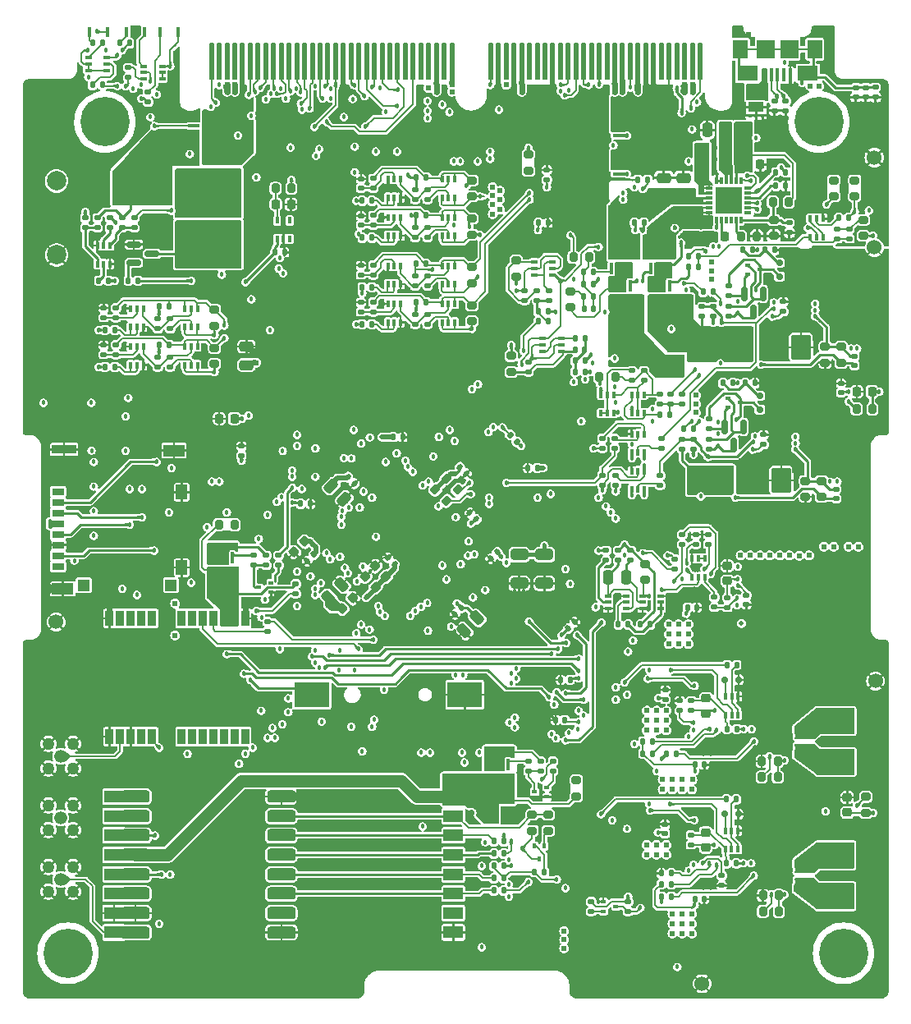
<source format=gbl>
G04 #@! TF.GenerationSoftware,KiCad,Pcbnew,7.0.1*
G04 #@! TF.CreationDate,2023-06-16T12:25:41-04:00*
G04 #@! TF.ProjectId,mainboard,6d61696e-626f-4617-9264-2e6b69636164,C*
G04 #@! TF.SameCoordinates,Original*
G04 #@! TF.FileFunction,Copper,L8,Bot*
G04 #@! TF.FilePolarity,Positive*
%FSLAX46Y46*%
G04 Gerber Fmt 4.6, Leading zero omitted, Abs format (unit mm)*
G04 Created by KiCad (PCBNEW 7.0.1) date 2023-06-16 12:25:41*
%MOMM*%
%LPD*%
G01*
G04 APERTURE LIST*
G04 Aperture macros list*
%AMRoundRect*
0 Rectangle with rounded corners*
0 $1 Rounding radius*
0 $2 $3 $4 $5 $6 $7 $8 $9 X,Y pos of 4 corners*
0 Add a 4 corners polygon primitive as box body*
4,1,4,$2,$3,$4,$5,$6,$7,$8,$9,$2,$3,0*
0 Add four circle primitives for the rounded corners*
1,1,$1+$1,$2,$3*
1,1,$1+$1,$4,$5*
1,1,$1+$1,$6,$7*
1,1,$1+$1,$8,$9*
0 Add four rect primitives between the rounded corners*
20,1,$1+$1,$2,$3,$4,$5,0*
20,1,$1+$1,$4,$5,$6,$7,0*
20,1,$1+$1,$6,$7,$8,$9,0*
20,1,$1+$1,$8,$9,$2,$3,0*%
%AMFreePoly0*
4,1,12,0.105238,2.379067,0.194454,2.319454,0.254067,2.230238,0.275000,2.125000,0.275000,-1.400000,-0.275000,-1.400000,-0.275000,2.125000,-0.254067,2.230238,-0.194454,2.319454,-0.105238,2.379067,0.000000,2.400000,0.105238,2.379067,0.105238,2.379067,$1*%
G04 Aperture macros list end*
G04 #@! TA.AperFunction,ComponentPad*
%ADD10C,2.006600*%
G04 #@! TD*
G04 #@! TA.AperFunction,SMDPad,CuDef*
%ADD11FreePoly0,0.000000*%
G04 #@! TD*
G04 #@! TA.AperFunction,ComponentPad*
%ADD12C,1.334000*%
G04 #@! TD*
G04 #@! TA.AperFunction,ComponentPad*
%ADD13C,1.268000*%
G04 #@! TD*
G04 #@! TA.AperFunction,ComponentPad*
%ADD14C,1.524000*%
G04 #@! TD*
G04 #@! TA.AperFunction,ComponentPad*
%ADD15C,5.080000*%
G04 #@! TD*
G04 #@! TA.AperFunction,SMDPad,CuDef*
%ADD16R,0.812800X1.625600*%
G04 #@! TD*
G04 #@! TA.AperFunction,SMDPad,CuDef*
%ADD17RoundRect,0.135000X0.185000X-0.135000X0.185000X0.135000X-0.185000X0.135000X-0.185000X-0.135000X0*%
G04 #@! TD*
G04 #@! TA.AperFunction,SMDPad,CuDef*
%ADD18RoundRect,0.135000X0.135000X0.185000X-0.135000X0.185000X-0.135000X-0.185000X0.135000X-0.185000X0*%
G04 #@! TD*
G04 #@! TA.AperFunction,SMDPad,CuDef*
%ADD19RoundRect,0.140000X-0.021213X0.219203X-0.219203X0.021213X0.021213X-0.219203X0.219203X-0.021213X0*%
G04 #@! TD*
G04 #@! TA.AperFunction,SMDPad,CuDef*
%ADD20RoundRect,0.250000X-0.159099X0.512652X-0.512652X0.159099X0.159099X-0.512652X0.512652X-0.159099X0*%
G04 #@! TD*
G04 #@! TA.AperFunction,SMDPad,CuDef*
%ADD21R,0.750000X0.340000*%
G04 #@! TD*
G04 #@! TA.AperFunction,SMDPad,CuDef*
%ADD22R,0.400000X1.640000*%
G04 #@! TD*
G04 #@! TA.AperFunction,SMDPad,CuDef*
%ADD23R,1.150000X0.340000*%
G04 #@! TD*
G04 #@! TA.AperFunction,SMDPad,CuDef*
%ADD24R,0.850000X0.340000*%
G04 #@! TD*
G04 #@! TA.AperFunction,SMDPad,CuDef*
%ADD25R,1.760000X2.290000*%
G04 #@! TD*
G04 #@! TA.AperFunction,SMDPad,CuDef*
%ADD26RoundRect,0.135000X-0.135000X-0.185000X0.135000X-0.185000X0.135000X0.185000X-0.135000X0.185000X0*%
G04 #@! TD*
G04 #@! TA.AperFunction,SMDPad,CuDef*
%ADD27RoundRect,0.225000X0.335876X0.017678X0.017678X0.335876X-0.335876X-0.017678X-0.017678X-0.335876X0*%
G04 #@! TD*
G04 #@! TA.AperFunction,SMDPad,CuDef*
%ADD28RoundRect,0.225000X-0.017678X0.335876X-0.335876X0.017678X0.017678X-0.335876X0.335876X-0.017678X0*%
G04 #@! TD*
G04 #@! TA.AperFunction,SMDPad,CuDef*
%ADD29RoundRect,0.200000X-0.335876X-0.053033X-0.053033X-0.335876X0.335876X0.053033X0.053033X0.335876X0*%
G04 #@! TD*
G04 #@! TA.AperFunction,SMDPad,CuDef*
%ADD30R,0.800000X0.300000*%
G04 #@! TD*
G04 #@! TA.AperFunction,SMDPad,CuDef*
%ADD31R,0.300000X0.800000*%
G04 #@! TD*
G04 #@! TA.AperFunction,SMDPad,CuDef*
%ADD32R,2.800000X2.800000*%
G04 #@! TD*
G04 #@! TA.AperFunction,SMDPad,CuDef*
%ADD33RoundRect,0.200000X0.200000X0.275000X-0.200000X0.275000X-0.200000X-0.275000X0.200000X-0.275000X0*%
G04 #@! TD*
G04 #@! TA.AperFunction,SMDPad,CuDef*
%ADD34RoundRect,0.225000X0.225000X0.250000X-0.225000X0.250000X-0.225000X-0.250000X0.225000X-0.250000X0*%
G04 #@! TD*
G04 #@! TA.AperFunction,SMDPad,CuDef*
%ADD35RoundRect,0.250000X-0.475000X0.250000X-0.475000X-0.250000X0.475000X-0.250000X0.475000X0.250000X0*%
G04 #@! TD*
G04 #@! TA.AperFunction,SMDPad,CuDef*
%ADD36RoundRect,0.250000X-0.250000X-0.475000X0.250000X-0.475000X0.250000X0.475000X-0.250000X0.475000X0*%
G04 #@! TD*
G04 #@! TA.AperFunction,SMDPad,CuDef*
%ADD37RoundRect,0.200000X0.275000X-0.200000X0.275000X0.200000X-0.275000X0.200000X-0.275000X-0.200000X0*%
G04 #@! TD*
G04 #@! TA.AperFunction,SMDPad,CuDef*
%ADD38RoundRect,0.250000X0.475000X-0.250000X0.475000X0.250000X-0.475000X0.250000X-0.475000X-0.250000X0*%
G04 #@! TD*
G04 #@! TA.AperFunction,SMDPad,CuDef*
%ADD39RoundRect,0.135000X-0.226274X-0.035355X-0.035355X-0.226274X0.226274X0.035355X0.035355X0.226274X0*%
G04 #@! TD*
G04 #@! TA.AperFunction,SMDPad,CuDef*
%ADD40RoundRect,0.140000X0.140000X0.170000X-0.140000X0.170000X-0.140000X-0.170000X0.140000X-0.170000X0*%
G04 #@! TD*
G04 #@! TA.AperFunction,SMDPad,CuDef*
%ADD41RoundRect,0.250000X0.250000X1.100000X-0.250000X1.100000X-0.250000X-1.100000X0.250000X-1.100000X0*%
G04 #@! TD*
G04 #@! TA.AperFunction,SMDPad,CuDef*
%ADD42RoundRect,0.150000X-0.587500X-0.150000X0.587500X-0.150000X0.587500X0.150000X-0.587500X0.150000X0*%
G04 #@! TD*
G04 #@! TA.AperFunction,SMDPad,CuDef*
%ADD43RoundRect,0.250000X0.159099X-0.512652X0.512652X-0.159099X-0.159099X0.512652X-0.512652X0.159099X0*%
G04 #@! TD*
G04 #@! TA.AperFunction,SMDPad,CuDef*
%ADD44RoundRect,0.140000X-0.170000X0.140000X-0.170000X-0.140000X0.170000X-0.140000X0.170000X0.140000X0*%
G04 #@! TD*
G04 #@! TA.AperFunction,SMDPad,CuDef*
%ADD45R,0.370000X1.000000*%
G04 #@! TD*
G04 #@! TA.AperFunction,SMDPad,CuDef*
%ADD46RoundRect,0.135000X-0.185000X0.135000X-0.185000X-0.135000X0.185000X-0.135000X0.185000X0.135000X0*%
G04 #@! TD*
G04 #@! TA.AperFunction,SMDPad,CuDef*
%ADD47RoundRect,0.140000X0.219203X0.021213X0.021213X0.219203X-0.219203X-0.021213X-0.021213X-0.219203X0*%
G04 #@! TD*
G04 #@! TA.AperFunction,SMDPad,CuDef*
%ADD48RoundRect,0.140000X-0.219203X-0.021213X-0.021213X-0.219203X0.219203X0.021213X0.021213X0.219203X0*%
G04 #@! TD*
G04 #@! TA.AperFunction,SMDPad,CuDef*
%ADD49RoundRect,0.140000X-0.140000X-0.170000X0.140000X-0.170000X0.140000X0.170000X-0.140000X0.170000X0*%
G04 #@! TD*
G04 #@! TA.AperFunction,SMDPad,CuDef*
%ADD50RoundRect,0.140000X0.170000X-0.140000X0.170000X0.140000X-0.170000X0.140000X-0.170000X-0.140000X0*%
G04 #@! TD*
G04 #@! TA.AperFunction,SMDPad,CuDef*
%ADD51RoundRect,0.200000X-0.200000X-0.275000X0.200000X-0.275000X0.200000X0.275000X-0.200000X0.275000X0*%
G04 #@! TD*
G04 #@! TA.AperFunction,SMDPad,CuDef*
%ADD52RoundRect,0.250000X-0.650000X0.325000X-0.650000X-0.325000X0.650000X-0.325000X0.650000X0.325000X0*%
G04 #@! TD*
G04 #@! TA.AperFunction,SMDPad,CuDef*
%ADD53RoundRect,0.250000X0.250000X0.475000X-0.250000X0.475000X-0.250000X-0.475000X0.250000X-0.475000X0*%
G04 #@! TD*
G04 #@! TA.AperFunction,SMDPad,CuDef*
%ADD54R,0.650000X0.400000*%
G04 #@! TD*
G04 #@! TA.AperFunction,SMDPad,CuDef*
%ADD55RoundRect,0.200000X-0.275000X0.200000X-0.275000X-0.200000X0.275000X-0.200000X0.275000X0.200000X0*%
G04 #@! TD*
G04 #@! TA.AperFunction,SMDPad,CuDef*
%ADD56RoundRect,0.225000X0.250000X-0.225000X0.250000X0.225000X-0.250000X0.225000X-0.250000X-0.225000X0*%
G04 #@! TD*
G04 #@! TA.AperFunction,SMDPad,CuDef*
%ADD57RoundRect,0.140000X0.021213X-0.219203X0.219203X-0.021213X-0.021213X0.219203X-0.219203X0.021213X0*%
G04 #@! TD*
G04 #@! TA.AperFunction,SMDPad,CuDef*
%ADD58R,0.400000X0.650000*%
G04 #@! TD*
G04 #@! TA.AperFunction,SMDPad,CuDef*
%ADD59R,3.600000X2.600000*%
G04 #@! TD*
G04 #@! TA.AperFunction,SMDPad,CuDef*
%ADD60R,1.240000X0.800000*%
G04 #@! TD*
G04 #@! TA.AperFunction,SMDPad,CuDef*
%ADD61R,1.200000X1.160000*%
G04 #@! TD*
G04 #@! TA.AperFunction,SMDPad,CuDef*
%ADD62R,2.500000X0.950000*%
G04 #@! TD*
G04 #@! TA.AperFunction,SMDPad,CuDef*
%ADD63R,2.200000X1.150000*%
G04 #@! TD*
G04 #@! TA.AperFunction,SMDPad,CuDef*
%ADD64R,1.150000X1.500000*%
G04 #@! TD*
G04 #@! TA.AperFunction,SMDPad,CuDef*
%ADD65R,1.250000X1.160000*%
G04 #@! TD*
G04 #@! TA.AperFunction,SMDPad,CuDef*
%ADD66RoundRect,0.150000X-0.150000X-0.200000X0.150000X-0.200000X0.150000X0.200000X-0.150000X0.200000X0*%
G04 #@! TD*
G04 #@! TA.AperFunction,SMDPad,CuDef*
%ADD67R,0.340000X0.750000*%
G04 #@! TD*
G04 #@! TA.AperFunction,SMDPad,CuDef*
%ADD68R,1.640000X0.400000*%
G04 #@! TD*
G04 #@! TA.AperFunction,SMDPad,CuDef*
%ADD69R,0.340000X1.150000*%
G04 #@! TD*
G04 #@! TA.AperFunction,SMDPad,CuDef*
%ADD70R,0.340000X0.850000*%
G04 #@! TD*
G04 #@! TA.AperFunction,SMDPad,CuDef*
%ADD71R,2.290000X1.760000*%
G04 #@! TD*
G04 #@! TA.AperFunction,SMDPad,CuDef*
%ADD72RoundRect,0.147500X-0.172500X0.147500X-0.172500X-0.147500X0.172500X-0.147500X0.172500X0.147500X0*%
G04 #@! TD*
G04 #@! TA.AperFunction,SMDPad,CuDef*
%ADD73RoundRect,0.317500X1.157500X0.317500X-1.157500X0.317500X-1.157500X-0.317500X1.157500X-0.317500X0*%
G04 #@! TD*
G04 #@! TA.AperFunction,SMDPad,CuDef*
%ADD74RoundRect,0.250000X-0.300000X0.300000X-0.300000X-0.300000X0.300000X-0.300000X0.300000X0.300000X0*%
G04 #@! TD*
G04 #@! TA.AperFunction,SMDPad,CuDef*
%ADD75R,0.510000X0.400000*%
G04 #@! TD*
G04 #@! TA.AperFunction,SMDPad,CuDef*
%ADD76RoundRect,0.101500X0.101500X0.571500X-0.101500X0.571500X-0.101500X-0.571500X0.101500X-0.571500X0*%
G04 #@! TD*
G04 #@! TA.AperFunction,SMDPad,CuDef*
%ADD77R,0.406000X1.346000*%
G04 #@! TD*
G04 #@! TA.AperFunction,SMDPad,CuDef*
%ADD78R,1.500000X1.905000*%
G04 #@! TD*
G04 #@! TA.AperFunction,SMDPad,CuDef*
%ADD79R,2.108000X1.600000*%
G04 #@! TD*
G04 #@! TA.AperFunction,SMDPad,CuDef*
%ADD80R,1.905000X1.905000*%
G04 #@! TD*
G04 #@! TA.AperFunction,SMDPad,CuDef*
%ADD81R,2.000000X1.300000*%
G04 #@! TD*
G04 #@! TA.AperFunction,SMDPad,CuDef*
%ADD82R,5.699999X4.800001*%
G04 #@! TD*
G04 #@! TA.AperFunction,SMDPad,CuDef*
%ADD83RoundRect,0.150000X-0.150000X0.587500X-0.150000X-0.587500X0.150000X-0.587500X0.150000X0.587500X0*%
G04 #@! TD*
G04 #@! TA.AperFunction,SMDPad,CuDef*
%ADD84RoundRect,0.225000X-0.225000X-0.250000X0.225000X-0.250000X0.225000X0.250000X-0.225000X0.250000X0*%
G04 #@! TD*
G04 #@! TA.AperFunction,SMDPad,CuDef*
%ADD85RoundRect,0.250000X-0.787500X-1.025000X0.787500X-1.025000X0.787500X1.025000X-0.787500X1.025000X0*%
G04 #@! TD*
G04 #@! TA.AperFunction,SMDPad,CuDef*
%ADD86RoundRect,0.093750X0.106250X-0.093750X0.106250X0.093750X-0.106250X0.093750X-0.106250X-0.093750X0*%
G04 #@! TD*
G04 #@! TA.AperFunction,SMDPad,CuDef*
%ADD87R,1.600000X1.000000*%
G04 #@! TD*
G04 #@! TA.AperFunction,SMDPad,CuDef*
%ADD88RoundRect,0.250000X-0.512652X-0.159099X-0.159099X-0.512652X0.512652X0.159099X0.159099X0.512652X0*%
G04 #@! TD*
G04 #@! TA.AperFunction,SMDPad,CuDef*
%ADD89R,0.400000X0.510000*%
G04 #@! TD*
G04 #@! TA.AperFunction,SMDPad,CuDef*
%ADD90RoundRect,0.150000X-0.200000X0.150000X-0.200000X-0.150000X0.200000X-0.150000X0.200000X0.150000X0*%
G04 #@! TD*
G04 #@! TA.AperFunction,ViaPad*
%ADD91C,0.457200*%
G04 #@! TD*
G04 #@! TA.AperFunction,ViaPad*
%ADD92C,0.609600*%
G04 #@! TD*
G04 #@! TA.AperFunction,ViaPad*
%ADD93C,0.508000*%
G04 #@! TD*
G04 #@! TA.AperFunction,Conductor*
%ADD94C,0.609600*%
G04 #@! TD*
G04 #@! TA.AperFunction,Conductor*
%ADD95C,0.508000*%
G04 #@! TD*
G04 #@! TA.AperFunction,Conductor*
%ADD96C,0.254000*%
G04 #@! TD*
G04 #@! TA.AperFunction,Conductor*
%ADD97C,0.203200*%
G04 #@! TD*
G04 #@! TA.AperFunction,Conductor*
%ADD98C,0.293370*%
G04 #@! TD*
G04 #@! TA.AperFunction,Conductor*
%ADD99C,0.457200*%
G04 #@! TD*
G04 #@! TA.AperFunction,Conductor*
%ADD100C,0.330200*%
G04 #@! TD*
G04 #@! TA.AperFunction,Conductor*
%ADD101C,0.152400*%
G04 #@! TD*
G04 #@! TA.AperFunction,Conductor*
%ADD102C,0.162560*%
G04 #@! TD*
G04 #@! TA.AperFunction,Conductor*
%ADD103C,0.158750*%
G04 #@! TD*
G04 #@! TA.AperFunction,Conductor*
%ADD104C,1.270000*%
G04 #@! TD*
G04 #@! TA.AperFunction,Conductor*
%ADD105C,0.279400*%
G04 #@! TD*
G04 #@! TA.AperFunction,Conductor*
%ADD106C,0.300000*%
G04 #@! TD*
G04 APERTURE END LIST*
D10*
X72478900Y-67691000D03*
X72478900Y-75311000D03*
X62318900Y-67691000D03*
X54698900Y-75311000D03*
X54698900Y-67691000D03*
D11*
X70683811Y-55837160D03*
X71483811Y-55837160D03*
X72283811Y-55837160D03*
X73083811Y-55837160D03*
X73883811Y-55837160D03*
X74683811Y-55837160D03*
X75483811Y-55837160D03*
X76283811Y-55837160D03*
X77083811Y-55837160D03*
X77883811Y-55837160D03*
X78683811Y-55837160D03*
X79483811Y-55837160D03*
X80283811Y-55837160D03*
X81083811Y-55837160D03*
X81883811Y-55837160D03*
X82683811Y-55837160D03*
X83483811Y-55837160D03*
X84283811Y-55837160D03*
X85083811Y-55837160D03*
X85883811Y-55837160D03*
X86683811Y-55837160D03*
X87483811Y-55837160D03*
X88283811Y-55837160D03*
X89083811Y-55837160D03*
X89883811Y-55837160D03*
X90683811Y-55837160D03*
X91483811Y-55837160D03*
X92283811Y-55837160D03*
X93083811Y-55837160D03*
X93883811Y-55837160D03*
X94683811Y-55837160D03*
X95483811Y-55837160D03*
X99483811Y-55837160D03*
X100283811Y-55837160D03*
X101083811Y-55837160D03*
X101883811Y-55837160D03*
X102683811Y-55837160D03*
X103483811Y-55837160D03*
X104283811Y-55837160D03*
X105083811Y-55837160D03*
X105883811Y-55837160D03*
X106683811Y-55837160D03*
X107483811Y-55837160D03*
X108283811Y-55837160D03*
X109083811Y-55837160D03*
X109883811Y-55837160D03*
X110683811Y-55837160D03*
X111483811Y-55837160D03*
X112283811Y-55837160D03*
X113083811Y-55837160D03*
X113883811Y-55837160D03*
X114683811Y-55837160D03*
X115483811Y-55837160D03*
X116283811Y-55837160D03*
X117083811Y-55837160D03*
X117883811Y-55837160D03*
X118683811Y-55837160D03*
X119483811Y-55837160D03*
X120283811Y-55837160D03*
X121083811Y-55837160D03*
D12*
X55118000Y-139700000D03*
D13*
X53848000Y-140970000D03*
X56388000Y-140970000D03*
X53848000Y-138430000D03*
X56388000Y-138430000D03*
D14*
X139192000Y-119253000D03*
X139065000Y-65278000D03*
D15*
X135890000Y-147320000D03*
D14*
X121285000Y-150456900D03*
D12*
X55118000Y-133350000D03*
D13*
X53848000Y-134620000D03*
X56388000Y-134620000D03*
X53848000Y-132080000D03*
X56388000Y-132080000D03*
D14*
X54648100Y-113157000D03*
D15*
X133350000Y-61595000D03*
D14*
X139065000Y-74549000D03*
D15*
X59690000Y-61595000D03*
D12*
X55118000Y-127000000D03*
D13*
X53848000Y-128270000D03*
X56388000Y-128270000D03*
X53848000Y-125730000D03*
X56388000Y-125730000D03*
D15*
X55880000Y-147320000D03*
D16*
X74168000Y-124976000D03*
X73068000Y-124976000D03*
X71968000Y-124976000D03*
X70868000Y-124976000D03*
X69768000Y-124976000D03*
X68668000Y-124976000D03*
X67568000Y-124976000D03*
X64568000Y-124976000D03*
X63468000Y-124976000D03*
X62368000Y-124976000D03*
X61268000Y-124976000D03*
X60168000Y-124976000D03*
X60168000Y-112776000D03*
X61268000Y-112776000D03*
X62368000Y-112776000D03*
X63468000Y-112776000D03*
X64568000Y-112776000D03*
X67568000Y-112776000D03*
X68668000Y-112776000D03*
X69768000Y-112776000D03*
X70868000Y-112776000D03*
X71968000Y-112776000D03*
X73068000Y-112776000D03*
X74168000Y-112776000D03*
D17*
X61468000Y-72519000D03*
X61468000Y-71499000D03*
D18*
X63121000Y-77978000D03*
X62101000Y-77978000D03*
D19*
X100161411Y-105959589D03*
X99482589Y-106638411D03*
D20*
X98080751Y-112739249D03*
X96737249Y-114082751D03*
D21*
X68644000Y-63967000D03*
X68644000Y-63317000D03*
D22*
X69219000Y-63317000D03*
D21*
X68644000Y-62667000D03*
D23*
X68844000Y-62017000D03*
D24*
X72044000Y-63967000D03*
X72044000Y-63327000D03*
D25*
X70739000Y-62992000D03*
D24*
X72044000Y-62667000D03*
X72044000Y-62017000D03*
D17*
X57658000Y-72519000D03*
X57658000Y-71499000D03*
X58928000Y-72519000D03*
X58928000Y-71499000D03*
D26*
X79881000Y-100965000D03*
X80901000Y-100965000D03*
D27*
X87608378Y-109575638D03*
X86512362Y-108479622D03*
D19*
X96478411Y-111674589D03*
X95799589Y-112353411D03*
D28*
X85257008Y-110703992D03*
X84160992Y-111800008D03*
D29*
X94920637Y-98349637D03*
X96087363Y-99516363D03*
D30*
X126038498Y-68443105D03*
X126038498Y-68943105D03*
X126038498Y-69443105D03*
X126038498Y-69943105D03*
X126038498Y-70443105D03*
X126038498Y-70943105D03*
D31*
X125288498Y-71693105D03*
X124788498Y-71693105D03*
X124288498Y-71693105D03*
X123788498Y-71693105D03*
X123288498Y-71693105D03*
X122788498Y-71693105D03*
D30*
X122038498Y-70943105D03*
X122038498Y-70443105D03*
X122038498Y-69943105D03*
X122038498Y-69443105D03*
X122038498Y-68943105D03*
X122038498Y-68443105D03*
D31*
X122788498Y-67693105D03*
X123288498Y-67693105D03*
X123788498Y-67693105D03*
X124288498Y-67693105D03*
X124788498Y-67693105D03*
X125288498Y-67693105D03*
D32*
X124038498Y-69693105D03*
D33*
X126936000Y-73406000D03*
X125286000Y-73406000D03*
D34*
X123584000Y-73406000D03*
X122034000Y-73406000D03*
D35*
X119380000Y-67376000D03*
X119380000Y-69276000D03*
D36*
X121836002Y-62447895D03*
X123736002Y-62447895D03*
D37*
X128684000Y-73342000D03*
X128684000Y-71692000D03*
D34*
X127267000Y-65972000D03*
X125717000Y-65972000D03*
D33*
X130238000Y-69850000D03*
X128588000Y-69850000D03*
D38*
X120109000Y-73385000D03*
X120109000Y-71485000D03*
D39*
X101493376Y-93873376D03*
X102214624Y-94594624D03*
D40*
X104280000Y-97282000D03*
X103320000Y-97282000D03*
D27*
X88686008Y-108498008D03*
X87589992Y-107401992D03*
D17*
X130302000Y-73027000D03*
X130302000Y-72007000D03*
D35*
X117348000Y-67376000D03*
X117348000Y-69276000D03*
D41*
X123755000Y-65278000D03*
X121355000Y-65278000D03*
D29*
X93777637Y-99492637D03*
X94944363Y-100659363D03*
D42*
X62689500Y-76134000D03*
X62689500Y-74234000D03*
X64564500Y-75184000D03*
D17*
X62738000Y-72519000D03*
X62738000Y-71499000D03*
D26*
X59053000Y-77978000D03*
X60073000Y-77978000D03*
D43*
X82767249Y-110653751D03*
X84110751Y-109310249D03*
D17*
X79375000Y-110238000D03*
X79375000Y-109218000D03*
X60198000Y-72519000D03*
X60198000Y-71499000D03*
D44*
X137160000Y-58067000D03*
X137160000Y-59027000D03*
X138176000Y-58067000D03*
X138176000Y-59027000D03*
D45*
X59985000Y-52324000D03*
X58125000Y-52324000D03*
X63795000Y-52324000D03*
X61935000Y-52324000D03*
X67274800Y-52324000D03*
X65414800Y-52324000D03*
D46*
X139192000Y-58037000D03*
X139192000Y-59057000D03*
D18*
X59438000Y-53467000D03*
X58418000Y-53467000D03*
X62232000Y-53467000D03*
X61212000Y-53467000D03*
D17*
X64135000Y-59565000D03*
X64135000Y-58545000D03*
D47*
X98002411Y-102574411D03*
X97323589Y-101895589D03*
D48*
X96307589Y-97196589D03*
X96986411Y-97875411D03*
D49*
X89436000Y-94107000D03*
X90396000Y-94107000D03*
D48*
X84750589Y-98212589D03*
X85429411Y-98891411D03*
D19*
X81238411Y-106213589D03*
X80559589Y-106892411D03*
D47*
X89555043Y-107211779D03*
X88876221Y-106532957D03*
D46*
X87376001Y-80179000D03*
X87376001Y-81199000D03*
D50*
X59563000Y-85570002D03*
X59563000Y-84610002D03*
D26*
X117600000Y-126746000D03*
X118620000Y-126746000D03*
D49*
X120551000Y-141728000D03*
X121511000Y-141728000D03*
D37*
X133604000Y-100266000D03*
X133604000Y-98616000D03*
D51*
X127445000Y-129159000D03*
X129095000Y-129159000D03*
D52*
X102429000Y-106221000D03*
X102429000Y-109171000D03*
D53*
X101280000Y-133096000D03*
X99380000Y-133096000D03*
D54*
X105852000Y-76058000D03*
X105852000Y-76708000D03*
X105852000Y-77358000D03*
X103952000Y-77358000D03*
X103952000Y-76708000D03*
X103952000Y-76058000D03*
D50*
X86106000Y-72235000D03*
X86106000Y-71275000D03*
D17*
X105918000Y-128526000D03*
X105918000Y-127506000D03*
D46*
X116967000Y-98042000D03*
X116967000Y-99062000D03*
X87376000Y-67435000D03*
X87376000Y-68455000D03*
D49*
X104422000Y-72009000D03*
X105382000Y-72009000D03*
D17*
X110998000Y-99062000D03*
X110998000Y-98042000D03*
D34*
X73038000Y-92202000D03*
X71488000Y-92202000D03*
D17*
X124079000Y-79504000D03*
X124079000Y-78484000D03*
D46*
X105281000Y-66544000D03*
X105281000Y-67564000D03*
D17*
X66421001Y-82933001D03*
X66421001Y-81913001D03*
D55*
X107696000Y-79058000D03*
X107696000Y-80708000D03*
D46*
X120650000Y-104138000D03*
X120650000Y-105158000D03*
D44*
X117499602Y-120170000D03*
X117499602Y-121130000D03*
D56*
X123890000Y-108920000D03*
X123890000Y-107370000D03*
D57*
X107483589Y-113839411D03*
X108162411Y-113160589D03*
D58*
X95773000Y-69403001D03*
X95123000Y-69403001D03*
X94473000Y-69403001D03*
X94473000Y-67503001D03*
X95123000Y-67503001D03*
X95773000Y-67503001D03*
D18*
X122430000Y-79121000D03*
X121410000Y-79121000D03*
D55*
X103759000Y-133033000D03*
X103759000Y-134683000D03*
D59*
X81026000Y-120650000D03*
X96816000Y-120650000D03*
D26*
X114943000Y-113411000D03*
X115963000Y-113411000D03*
D60*
X54859000Y-99716000D03*
X54859000Y-100816000D03*
X54859000Y-101916000D03*
X54859000Y-103016000D03*
X54859000Y-104116000D03*
X54859000Y-105216000D03*
X54859000Y-106316000D03*
X54859000Y-107416000D03*
D61*
X66489000Y-109356000D03*
D62*
X55489000Y-95371000D03*
D63*
X55339000Y-109761000D03*
X66819000Y-95471000D03*
D64*
X67614000Y-99776000D03*
X67614000Y-107556000D03*
D65*
X57489000Y-109356000D03*
D66*
X125033000Y-132965000D03*
X123633000Y-132965000D03*
D17*
X111389000Y-106809000D03*
X111389000Y-105789000D03*
D26*
X123823000Y-138045000D03*
X124843000Y-138045000D03*
D67*
X115992000Y-78274000D03*
X116642000Y-78274000D03*
D68*
X116642000Y-78849000D03*
D67*
X117292000Y-78274000D03*
D69*
X117942000Y-78474000D03*
D70*
X115992000Y-81674000D03*
X116632000Y-81674000D03*
D71*
X116967000Y-80369000D03*
D70*
X117292000Y-81674000D03*
X117942000Y-81674000D03*
D33*
X129222000Y-141351000D03*
X127572000Y-141351000D03*
D72*
X128778000Y-59459000D03*
X128778000Y-60429000D03*
D26*
X115187000Y-125475999D03*
X116207000Y-125475999D03*
D46*
X121920000Y-104138000D03*
X121920000Y-105158000D03*
D73*
X77883000Y-131176000D03*
X77883000Y-133176000D03*
X77883000Y-135176000D03*
X77883000Y-137176000D03*
X77883000Y-139176000D03*
X77883000Y-141176000D03*
X77883000Y-143176000D03*
X77883000Y-145176000D03*
X62833000Y-145176000D03*
X62833000Y-143176000D03*
X62833000Y-141176000D03*
X62833000Y-139176000D03*
X62833000Y-137176000D03*
X62833000Y-135176000D03*
X62833000Y-133176000D03*
X62833000Y-131176000D03*
D26*
X86231001Y-82467000D03*
X87251001Y-82467000D03*
D46*
X76327000Y-106297000D03*
X76327000Y-107317000D03*
X60833000Y-84580002D03*
X60833000Y-85600002D03*
D21*
X112876000Y-64997000D03*
X112876000Y-65647000D03*
D22*
X112301000Y-65647000D03*
D21*
X112876000Y-66297000D03*
D23*
X112676000Y-66947000D03*
D24*
X109476000Y-64997000D03*
X109476000Y-65637000D03*
D25*
X110781000Y-65972000D03*
D24*
X109476000Y-66297000D03*
X109476000Y-66947000D03*
D26*
X59688000Y-86868002D03*
X60708000Y-86868002D03*
D37*
X108331000Y-131127000D03*
X108331000Y-129477000D03*
D44*
X117475000Y-134009000D03*
X117475000Y-134969000D03*
D46*
X105537000Y-78991999D03*
X105537000Y-80011999D03*
D74*
X69088000Y-70228000D03*
X69088000Y-73028000D03*
D54*
X65593000Y-55865000D03*
X65593000Y-56515000D03*
X65593000Y-57165000D03*
X63693000Y-57165000D03*
X63693000Y-56515000D03*
X63693000Y-55865000D03*
D18*
X105414000Y-82171000D03*
X104394000Y-82171000D03*
D51*
X137224000Y-91186000D03*
X138874000Y-91186000D03*
D17*
X92964001Y-78532000D03*
X92964001Y-77512000D03*
D75*
X76845000Y-109101000D03*
X76845000Y-110101000D03*
X75555000Y-109601000D03*
D58*
X90185001Y-82274000D03*
X89535001Y-82274000D03*
X88885001Y-82274000D03*
X88885001Y-80374000D03*
X89535001Y-80374000D03*
X90185001Y-80374000D03*
D72*
X129921000Y-59459000D03*
X129921000Y-60429000D03*
D76*
X127764000Y-56769000D03*
D77*
X128414000Y-56769000D03*
X129064000Y-56769000D03*
X129714000Y-56769000D03*
X130364000Y-56769000D03*
D78*
X125263000Y-54102000D03*
D79*
X125965000Y-56602000D03*
D80*
X127889000Y-54102000D03*
X130289000Y-54102000D03*
D79*
X132213000Y-56602000D03*
D78*
X132915000Y-54102000D03*
D26*
X116965000Y-91821000D03*
X117985000Y-91821000D03*
D56*
X136271000Y-132792000D03*
X136271000Y-131242000D03*
D81*
X60632000Y-145168000D03*
X60632000Y-143168000D03*
X60632000Y-141168000D03*
X60632000Y-139168000D03*
X60632000Y-137168000D03*
X60632000Y-135168000D03*
X60632000Y-133168000D03*
X60632000Y-131168000D03*
X95632000Y-131168000D03*
X95632000Y-133168000D03*
X95632000Y-135168000D03*
X95632000Y-137168000D03*
X95632000Y-139168000D03*
X95632000Y-141168000D03*
X95632000Y-143168000D03*
X95632000Y-145168000D03*
D82*
X72199500Y-139918000D03*
D49*
X109121000Y-80899000D03*
X110081000Y-80899000D03*
D37*
X137033000Y-69278000D03*
X137033000Y-67628000D03*
D58*
X114031000Y-97602000D03*
X114681000Y-97602000D03*
X115331000Y-97602000D03*
X115331000Y-99502000D03*
X114681000Y-99502000D03*
X114031000Y-99502000D03*
D46*
X87376000Y-71245000D03*
X87376000Y-72265000D03*
D26*
X108201999Y-83947000D03*
X109221999Y-83947000D03*
D58*
X114031000Y-93792000D03*
X114681000Y-93792000D03*
X115331000Y-93792000D03*
X115331000Y-95692000D03*
X114681000Y-95692000D03*
X114031000Y-95692000D03*
D17*
X103378000Y-87377999D03*
X103378000Y-86357999D03*
D37*
X102108000Y-77533000D03*
X102108000Y-75883000D03*
D18*
X100840000Y-139573000D03*
X99820000Y-139573000D03*
D58*
X90185000Y-69403000D03*
X89535000Y-69403000D03*
X88885000Y-69403000D03*
X88885000Y-67503000D03*
X89535000Y-67503000D03*
X90185000Y-67503000D03*
D83*
X123637000Y-93042500D03*
X125537000Y-93042500D03*
X124587000Y-94917500D03*
D55*
X133985000Y-84773000D03*
X133985000Y-86423000D03*
D17*
X66421000Y-86870000D03*
X66421000Y-85850000D03*
D37*
X134874000Y-69278000D03*
X134874000Y-67628000D03*
D75*
X111115000Y-142994000D03*
X111115000Y-141994000D03*
X112405000Y-142494000D03*
D50*
X86106000Y-77359000D03*
X86106000Y-76399000D03*
D17*
X120396000Y-95381000D03*
X120396000Y-94361000D03*
D46*
X112659000Y-105789000D03*
X112659000Y-106809000D03*
X91693999Y-68578000D03*
X91693999Y-69598000D03*
D55*
X115453000Y-107189000D03*
X115453000Y-108839000D03*
D26*
X108202001Y-87376000D03*
X109222001Y-87376000D03*
D46*
X91694000Y-81449001D03*
X91694000Y-82469001D03*
D55*
X101600000Y-85726000D03*
X101600000Y-87376000D03*
D58*
X112156000Y-91628000D03*
X111506000Y-91628000D03*
X110856000Y-91628000D03*
X110856000Y-89728000D03*
X111506000Y-89728000D03*
X112156000Y-89728000D03*
D18*
X124462000Y-88519000D03*
X123442000Y-88519000D03*
X120906001Y-75438000D03*
X119886001Y-75438000D03*
D26*
X91819001Y-76244000D03*
X92839001Y-76244000D03*
D46*
X122555000Y-110615000D03*
X122555000Y-111635000D03*
X91694000Y-77512000D03*
X91694000Y-78532000D03*
D55*
X137922000Y-71692000D03*
X137922000Y-73342000D03*
D46*
X60833000Y-80770000D03*
X60833000Y-81790000D03*
D54*
X117038000Y-110475000D03*
X117038000Y-111125000D03*
X117038000Y-111775000D03*
X115138000Y-111775000D03*
X115138000Y-111125000D03*
X115138000Y-110475000D03*
D55*
X131953000Y-98616000D03*
X131953000Y-100266000D03*
D84*
X77330000Y-70104000D03*
X78880000Y-70104000D03*
D18*
X59438000Y-57785000D03*
X58418000Y-57785000D03*
D85*
X125284500Y-84836000D03*
X131509500Y-84836000D03*
D56*
X121666000Y-136407000D03*
X121666000Y-134857000D03*
D51*
X127572000Y-143002000D03*
X129222000Y-143002000D03*
D18*
X120398000Y-93218000D03*
X119378000Y-93218000D03*
D33*
X112331000Y-87884000D03*
X110681000Y-87884000D03*
D46*
X115316000Y-87247001D03*
X115316000Y-88267001D03*
D26*
X86231000Y-69723000D03*
X87251000Y-69723000D03*
D18*
X100840000Y-140843000D03*
X99820000Y-140843000D03*
D55*
X97535999Y-71565000D03*
X97535999Y-73215000D03*
X70993000Y-80963000D03*
X70993000Y-82613000D03*
D50*
X125866000Y-111375000D03*
X125866000Y-110415000D03*
D26*
X109091000Y-78359000D03*
X110111000Y-78359000D03*
D17*
X92964000Y-69598000D03*
X92964000Y-68578000D03*
D44*
X135255000Y-72674000D03*
X135255000Y-73634000D03*
D86*
X127523000Y-60958500D03*
X126873000Y-60958500D03*
X126223000Y-60958500D03*
X126223000Y-59183500D03*
X126873000Y-59183500D03*
X127523000Y-59183500D03*
D87*
X126873000Y-60071000D03*
D50*
X86106000Y-68425000D03*
X86106000Y-67465000D03*
D58*
X90185001Y-78337000D03*
X89535001Y-78337000D03*
X88885001Y-78337000D03*
X88885001Y-76437000D03*
X89535001Y-76437000D03*
X90185001Y-76437000D03*
D55*
X70992999Y-84900002D03*
X70992999Y-86550002D03*
D67*
X70907000Y-106352000D03*
X71557000Y-106352000D03*
D68*
X71557000Y-106927000D03*
D67*
X72207000Y-106352000D03*
D69*
X72857000Y-106552000D03*
D70*
X70907000Y-109752000D03*
X71547000Y-109752000D03*
D71*
X71882000Y-108447000D03*
D70*
X72207000Y-109752000D03*
X72857000Y-109752000D03*
D18*
X100840000Y-138303000D03*
X99820000Y-138303000D03*
D17*
X110998000Y-95252000D03*
X110998000Y-94232000D03*
D26*
X114679000Y-67564000D03*
X115699000Y-67564000D03*
D17*
X118080000Y-90650000D03*
X118080000Y-89630000D03*
D26*
X91819001Y-80181000D03*
X92839001Y-80181000D03*
D38*
X74295000Y-86675000D03*
X74295000Y-84775000D03*
D26*
X117092000Y-139065000D03*
X118112000Y-139065000D03*
X115187000Y-126746000D03*
X116207000Y-126746000D03*
D17*
X77597000Y-107317000D03*
X77597000Y-106297000D03*
D36*
X111582000Y-108585000D03*
X113482000Y-108585000D03*
D46*
X76454000Y-113092000D03*
X76454000Y-114112000D03*
D55*
X97536000Y-67628000D03*
X97536000Y-69278000D03*
D58*
X63641999Y-86675000D03*
X62991999Y-86675000D03*
X62341999Y-86675000D03*
X62341999Y-84775000D03*
X62991999Y-84775000D03*
X63641999Y-84775000D03*
D75*
X125974000Y-77335000D03*
X125974000Y-76335000D03*
X127264000Y-76835000D03*
D26*
X123847602Y-124206000D03*
X124867602Y-124206000D03*
D88*
X83021249Y-99150249D03*
X84364751Y-100493751D03*
D58*
X95773001Y-82274000D03*
X95123001Y-82274000D03*
X94473001Y-82274000D03*
X94473001Y-80374000D03*
X95123001Y-80374000D03*
X95773001Y-80374000D03*
D26*
X127760000Y-74803000D03*
X128780000Y-74803000D03*
D50*
X135636000Y-89507000D03*
X135636000Y-88547000D03*
D17*
X112395000Y-99062000D03*
X112395000Y-98042000D03*
D37*
X105409999Y-134683000D03*
X105409999Y-133033000D03*
D26*
X128903000Y-66802000D03*
X129923000Y-66802000D03*
X117092000Y-140208000D03*
X118112000Y-140208000D03*
D46*
X118491000Y-106678000D03*
X118491000Y-107698000D03*
X91693999Y-72515001D03*
X91693999Y-73535001D03*
D58*
X115331000Y-91628000D03*
X114681000Y-91628000D03*
X114031000Y-91628000D03*
X114031000Y-89728000D03*
X114681000Y-89728000D03*
X115331000Y-89728000D03*
D46*
X62103000Y-56005000D03*
X62103000Y-57025000D03*
D17*
X119253000Y-95379000D03*
X119253000Y-94359000D03*
D89*
X104021000Y-136261000D03*
X105021000Y-136261000D03*
X104521000Y-137551000D03*
D83*
X125669000Y-79326500D03*
X127569000Y-79326500D03*
X126619000Y-81201500D03*
D28*
X80304008Y-104861992D03*
X79207992Y-105958008D03*
D26*
X123823000Y-131441000D03*
X124843000Y-131441000D03*
D17*
X123317000Y-140337000D03*
X123317000Y-139317000D03*
D67*
X113878000Y-76898000D03*
X113228000Y-76898000D03*
D68*
X113228000Y-76323000D03*
D67*
X112578000Y-76898000D03*
D69*
X111928000Y-76698000D03*
D70*
X113878000Y-73498000D03*
X113238000Y-73498000D03*
D71*
X112903000Y-74803000D03*
D70*
X112578000Y-73498000D03*
X111928000Y-73498000D03*
D51*
X108014000Y-75565000D03*
X109664000Y-75565000D03*
D26*
X125728000Y-88519000D03*
X126748000Y-88519000D03*
D49*
X119798000Y-111662000D03*
X120758000Y-111662000D03*
D46*
X112270001Y-94232000D03*
X112270001Y-95252000D03*
D49*
X114328000Y-72009000D03*
X115288000Y-72009000D03*
D17*
X92964000Y-73535000D03*
X92964000Y-72515000D03*
D26*
X65276000Y-80645000D03*
X66296000Y-80645000D03*
D46*
X87376001Y-76369000D03*
X87376001Y-77389000D03*
D55*
X103378000Y-64961000D03*
X103378000Y-66611000D03*
D26*
X99820000Y-135763000D03*
X100840000Y-135763000D03*
D46*
X117096002Y-94232000D03*
X117096002Y-95252000D03*
D26*
X108202001Y-86233000D03*
X109222001Y-86233000D03*
D34*
X138824000Y-89408000D03*
X137274000Y-89408000D03*
D21*
X112876001Y-61060000D03*
X112876001Y-61710000D03*
D22*
X112301001Y-61710000D03*
D21*
X112876001Y-62360000D03*
D23*
X112676001Y-63010000D03*
D24*
X109476001Y-61060000D03*
X109476001Y-61700000D03*
D25*
X110781001Y-62035000D03*
D24*
X109476001Y-62360000D03*
X109476001Y-63010000D03*
D58*
X78755000Y-73660000D03*
X78105000Y-73660000D03*
X77455000Y-73660000D03*
X77455000Y-71760000D03*
X78755000Y-71760000D03*
D46*
X136495000Y-72614000D03*
X136495000Y-73634000D03*
D18*
X126494000Y-74803000D03*
X125474000Y-74803000D03*
D58*
X63642000Y-82738002D03*
X62992000Y-82738002D03*
X62342000Y-82738002D03*
X62342000Y-80838002D03*
X62992000Y-80838002D03*
X63642000Y-80838002D03*
D44*
X116967000Y-89690000D03*
X116967000Y-90650000D03*
D75*
X123942000Y-91051000D03*
X123942000Y-90051000D03*
X125232000Y-90551000D03*
D58*
X90185000Y-73340000D03*
X89535000Y-73340000D03*
X88885000Y-73340000D03*
X88885000Y-71440000D03*
X89535000Y-71440000D03*
X90185000Y-71440000D03*
D54*
X57978000Y-56276000D03*
X57978000Y-55626000D03*
X57978000Y-54976000D03*
X59878000Y-54976000D03*
X59878000Y-55626000D03*
X59878000Y-56276000D03*
D50*
X135128000Y-100429000D03*
X135128000Y-99469000D03*
D58*
X58913000Y-74361000D03*
X59563000Y-74361000D03*
X60213000Y-74361000D03*
X60213000Y-76261000D03*
X59563000Y-76261000D03*
X58913000Y-76261000D03*
D26*
X91819000Y-67310000D03*
X92839000Y-67310000D03*
D33*
X78930001Y-68453000D03*
X77280001Y-68453000D03*
D46*
X65151001Y-85850001D03*
X65151001Y-86870001D03*
D58*
X95773000Y-73340000D03*
X95123000Y-73340000D03*
X94473000Y-73340000D03*
X94473000Y-71440000D03*
X95123000Y-71440000D03*
X95773000Y-71440000D03*
D18*
X120906000Y-76581000D03*
X119886000Y-76581000D03*
D46*
X103378000Y-127506000D03*
X103378000Y-128526000D03*
D58*
X120254000Y-106617000D03*
X120904000Y-106617000D03*
X121554000Y-106617000D03*
X121554000Y-108517000D03*
X120904000Y-108517000D03*
X120254000Y-108517000D03*
D55*
X138176000Y-131192000D03*
X138176000Y-132842000D03*
D26*
X128903000Y-68199000D03*
X129923000Y-68199000D03*
D18*
X105031000Y-138938000D03*
X104011000Y-138938000D03*
D17*
X114046000Y-88267000D03*
X114046000Y-87247000D03*
D90*
X127254000Y-91251000D03*
X127254000Y-89851000D03*
X129286000Y-77535000D03*
X129286000Y-76135000D03*
D58*
X69230000Y-86675002D03*
X68580000Y-86675002D03*
X67930000Y-86675002D03*
X67930000Y-84775002D03*
X68580000Y-84775002D03*
X69230000Y-84775002D03*
D26*
X112657000Y-113411000D03*
X113677000Y-113411000D03*
D17*
X121285000Y-81663000D03*
X121285000Y-80643000D03*
D26*
X91819000Y-71247000D03*
X92839000Y-71247000D03*
X86231000Y-73533000D03*
X87251000Y-73533000D03*
X99820000Y-137033000D03*
X100840000Y-137033000D03*
X135380000Y-71501000D03*
X136400000Y-71501000D03*
D40*
X107130000Y-123258000D03*
X106170000Y-123258000D03*
D56*
X121690602Y-122568000D03*
X121690602Y-121018000D03*
D17*
X122428000Y-81665000D03*
X122428000Y-80645000D03*
D55*
X97536000Y-80499000D03*
X97536000Y-82149000D03*
D58*
X123683000Y-134682000D03*
X124333000Y-134682000D03*
X124983000Y-134682000D03*
X124983000Y-136582000D03*
X124333000Y-136582000D03*
X123683000Y-136582000D03*
D33*
X129095000Y-127508000D03*
X127445000Y-127508000D03*
D17*
X92964001Y-82469000D03*
X92964001Y-81449000D03*
D26*
X117092000Y-141478000D03*
X118112000Y-141478000D03*
D66*
X125057602Y-119126000D03*
X123657602Y-119126000D03*
D26*
X65276000Y-84582001D03*
X66296000Y-84582001D03*
D17*
X120142000Y-136142000D03*
X120142000Y-135122000D03*
X119253000Y-90678000D03*
X119253000Y-89658000D03*
D85*
X123252500Y-98552000D03*
X129477500Y-98552000D03*
D67*
X111928000Y-78274000D03*
X112578000Y-78274000D03*
D68*
X112578000Y-78849000D03*
D67*
X113228000Y-78274000D03*
D69*
X113878000Y-78474000D03*
D70*
X111928000Y-81674000D03*
X112568000Y-81674000D03*
D71*
X112903000Y-80369000D03*
D70*
X113228000Y-81674000D03*
X113878000Y-81674000D03*
D46*
X118999000Y-121283000D03*
X118999000Y-122303000D03*
X65151000Y-81913000D03*
X65151000Y-82933000D03*
X109855001Y-141984000D03*
X109855001Y-143004000D03*
D50*
X59563000Y-81760001D03*
X59563000Y-80800001D03*
D67*
X117942000Y-76898000D03*
X117292000Y-76898000D03*
D68*
X117292000Y-76323000D03*
D67*
X116642000Y-76898000D03*
D69*
X115992000Y-76698000D03*
D70*
X117942000Y-73498000D03*
X117302000Y-73498000D03*
D71*
X116967000Y-74803000D03*
D70*
X116642000Y-73498000D03*
X115992000Y-73498000D03*
D50*
X137033000Y-86713000D03*
X137033000Y-85753000D03*
X86106000Y-81169000D03*
X86106000Y-80209000D03*
D26*
X109091000Y-79629000D03*
X110111000Y-79629000D03*
D58*
X69230000Y-82738000D03*
X68580000Y-82738000D03*
X67930000Y-82738000D03*
X67930000Y-80838000D03*
X68580000Y-80838000D03*
X69230000Y-80838000D03*
D67*
X99355000Y-127664000D03*
X100005000Y-127664000D03*
D68*
X100005000Y-128239000D03*
D67*
X100655000Y-127664000D03*
D69*
X101305000Y-127864000D03*
D70*
X99355000Y-131064000D03*
X99995000Y-131064000D03*
D71*
X100330000Y-129759000D03*
D70*
X100655000Y-131064000D03*
X101305000Y-131064000D03*
D17*
X124079000Y-81663000D03*
X124079000Y-80643000D03*
D54*
X104841001Y-85232000D03*
X104841001Y-84582000D03*
X104841001Y-83932000D03*
X106741001Y-83932000D03*
X106741001Y-84582000D03*
X106741001Y-85232000D03*
D40*
X107668000Y-119126000D03*
X106708000Y-119126000D03*
D26*
X104392000Y-81153000D03*
X105412000Y-81153000D03*
X123847602Y-117602000D03*
X124867602Y-117602000D03*
X59688000Y-83058002D03*
X60708000Y-83058002D03*
D58*
X123707602Y-120843000D03*
X124357602Y-120843000D03*
X125007602Y-120843000D03*
X125007602Y-122743000D03*
X124357602Y-122743000D03*
X123707602Y-122743000D03*
D75*
X105293000Y-130183000D03*
X105293000Y-131183000D03*
X104003000Y-130683000D03*
D37*
X135636000Y-86423000D03*
X135636000Y-84773000D03*
D49*
X108204000Y-85090000D03*
X109164000Y-85090000D03*
D26*
X109089001Y-77087000D03*
X110109001Y-77087000D03*
D54*
X113482000Y-110475000D03*
X113482000Y-111125000D03*
X113482000Y-111775000D03*
X111582000Y-111775000D03*
X111582000Y-111125000D03*
X111582000Y-110475000D03*
D51*
X71438000Y-103124000D03*
X73088000Y-103124000D03*
D17*
X122047000Y-95379000D03*
X122047000Y-94359000D03*
D52*
X105029000Y-106221000D03*
X105029000Y-109171000D03*
D17*
X122047000Y-93220000D03*
X122047000Y-92200000D03*
X120166602Y-122303000D03*
X120166602Y-121283000D03*
D46*
X104648000Y-127506000D03*
X104648000Y-128526000D03*
X123890000Y-110635000D03*
X123890000Y-111655000D03*
X113929000Y-105789000D03*
X113929000Y-106809000D03*
D44*
X104267000Y-79022000D03*
X104267000Y-79982000D03*
D55*
X97536001Y-76562000D03*
X97536001Y-78212000D03*
D49*
X77244000Y-75057000D03*
X78204000Y-75057000D03*
D17*
X102997000Y-80011999D03*
X102997000Y-78991999D03*
X129667000Y-81155000D03*
X129667000Y-80135000D03*
D46*
X75057000Y-106297000D03*
X75057000Y-107317000D03*
D58*
X95773001Y-78337001D03*
X95123001Y-78337001D03*
X94473001Y-78337001D03*
X94473001Y-76437001D03*
X95123001Y-76437001D03*
X95773001Y-76437001D03*
D17*
X127635000Y-94871000D03*
X127635000Y-93851000D03*
D49*
X120575602Y-127889000D03*
X121535602Y-127889000D03*
D58*
X132446000Y-71567000D03*
X133096000Y-71567000D03*
X133746000Y-71567000D03*
X133746000Y-73467000D03*
X133096000Y-73467000D03*
X132446000Y-73467000D03*
D17*
X113664999Y-143004000D03*
X113664999Y-141984000D03*
D26*
X86231001Y-78657000D03*
X87251001Y-78657000D03*
D17*
X119253000Y-105158000D03*
X119253000Y-104138000D03*
D50*
X73787000Y-95984000D03*
X73787000Y-95024000D03*
D91*
X92710000Y-119634000D03*
X95631000Y-114935000D03*
X124333000Y-138938000D03*
X87020900Y-107950000D03*
X129585204Y-123952000D03*
D92*
X133350000Y-119761000D03*
X127508000Y-83058000D03*
D91*
X110744000Y-118110000D03*
D92*
X107950000Y-63754000D03*
X132334000Y-82296000D03*
X131445000Y-116840000D03*
D91*
X99822000Y-107188000D03*
X121436602Y-126746000D03*
X73279000Y-123585379D03*
D92*
X84283811Y-57785000D03*
D91*
X90170000Y-83058000D03*
D92*
X131413000Y-112522000D03*
D91*
X59750000Y-127750000D03*
X59000000Y-126250000D03*
X71628000Y-94488000D03*
X88391500Y-80391000D03*
X59182000Y-124079000D03*
D92*
X132842000Y-74676000D03*
D91*
X60833000Y-99187000D03*
X85471000Y-99727902D03*
X104902000Y-122872000D03*
X105287000Y-72898000D03*
X90185000Y-69977000D03*
X105029000Y-70231000D03*
X101981000Y-109947397D03*
X60833000Y-96647000D03*
D92*
X66929000Y-115824000D03*
X132926300Y-82931000D03*
X122174000Y-116840000D03*
D91*
X122198602Y-125984000D03*
D92*
X106172000Y-62738000D03*
X74041000Y-136779000D03*
X137914000Y-129534000D03*
X60168000Y-110921300D03*
X128270000Y-92583000D03*
D91*
X130810000Y-79756000D03*
X110555501Y-142008397D03*
X78994000Y-62230000D03*
X59100000Y-139750000D03*
X120640000Y-112304000D03*
D92*
X101883811Y-58485000D03*
X129286000Y-82296000D03*
X130389398Y-145284000D03*
D91*
X57250000Y-134000000D03*
X102743000Y-141732000D03*
X126770602Y-126111000D03*
X59182000Y-124841000D03*
X130810000Y-80518000D03*
D92*
X133096000Y-111379000D03*
D91*
X88519000Y-123025900D03*
X57400000Y-140500000D03*
X136398000Y-88773000D03*
X122198602Y-126746000D03*
D92*
X107061000Y-61214000D03*
X119888000Y-116840000D03*
X129890000Y-107442000D03*
D91*
X102870000Y-109982000D03*
D92*
X132414000Y-119126000D03*
D91*
X54229000Y-143383000D03*
X62738000Y-126238000D03*
D92*
X130683000Y-88265000D03*
X130302000Y-102489000D03*
D91*
X121567602Y-128651000D03*
D92*
X127890000Y-107442000D03*
D91*
X88519000Y-126873000D03*
X122906103Y-108017897D03*
D92*
X128397000Y-112522000D03*
D91*
X57600000Y-142000000D03*
D92*
X128270000Y-102870000D03*
D91*
X59182000Y-125603000D03*
X58250000Y-127750000D03*
X89662000Y-72550593D03*
X70612000Y-100330000D03*
X57500000Y-126250000D03*
D92*
X106172000Y-63754000D03*
D91*
X130461602Y-139950000D03*
X85217000Y-68020913D03*
D92*
X127365000Y-116840000D03*
D91*
X59000000Y-127750000D03*
D92*
X127381000Y-112522000D03*
D91*
X115189000Y-72796900D03*
D92*
X127414000Y-131445000D03*
D91*
X61300000Y-127600000D03*
X78105000Y-69342000D03*
D92*
X97505000Y-132820000D03*
X128414000Y-119126000D03*
D91*
X69469000Y-123571000D03*
X61900000Y-127100000D03*
D92*
X75869800Y-132857000D03*
X54737000Y-59464000D03*
X130389398Y-132965000D03*
X120269000Y-118872000D03*
D91*
X102108000Y-96647000D03*
D92*
X75869800Y-133619000D03*
X58759000Y-134850000D03*
D91*
X112522000Y-122682000D03*
D92*
X130683000Y-89281000D03*
X129414000Y-119126000D03*
X114683811Y-57785000D03*
X133664000Y-125476000D03*
D91*
X61722000Y-80838002D03*
X62000000Y-126250000D03*
D92*
X134112000Y-120523000D03*
D91*
X97942900Y-95758000D03*
X105029000Y-70993000D03*
X84861897Y-64135000D03*
D92*
X137889398Y-143373000D03*
D91*
X63641999Y-87503000D03*
X112522000Y-124206000D03*
X70485000Y-92202000D03*
D92*
X129413000Y-112522000D03*
X135889398Y-143373000D03*
X84283811Y-58485000D03*
X136914000Y-121284000D03*
D91*
X59000000Y-134000000D03*
D92*
X124333000Y-116840000D03*
D91*
X53848000Y-95146000D03*
D92*
X131318000Y-78836300D03*
D91*
X118515602Y-119761000D03*
D92*
X124333000Y-102870000D03*
D91*
X88138000Y-106807000D03*
D92*
X130302000Y-82296000D03*
D91*
X102616000Y-97155000D03*
D92*
X106172000Y-61722000D03*
X137541000Y-116840000D03*
X74041000Y-140335000D03*
X70358000Y-141732000D03*
X134914000Y-121284000D03*
D91*
X130486204Y-126111000D03*
D92*
X107061000Y-62230000D03*
X107950000Y-61722000D03*
X129286000Y-102489000D03*
D91*
X102108000Y-97663000D03*
D92*
X130414000Y-131445000D03*
X79756000Y-147574000D03*
X75311000Y-85151000D03*
X132461000Y-116840000D03*
D91*
X108712000Y-112563000D03*
X59750000Y-126250000D03*
X59100000Y-143750000D03*
D92*
X130429000Y-112522000D03*
X129414000Y-131445000D03*
X100203000Y-144653000D03*
X132842000Y-77851000D03*
D91*
X121543000Y-142363000D03*
D92*
X133389398Y-134007000D03*
X135889398Y-135123000D03*
D91*
X54025000Y-109497000D03*
X53848000Y-95654000D03*
X116760999Y-120292397D03*
X57600000Y-144250000D03*
D92*
X137414000Y-102362000D03*
D91*
X54483000Y-89281000D03*
D92*
X131414000Y-119126000D03*
X125349000Y-96520000D03*
X99695000Y-119888000D03*
X64846200Y-143652000D03*
X125349000Y-102870000D03*
X136889398Y-143373000D03*
X136525000Y-116840000D03*
X132842000Y-76962000D03*
X127414000Y-119126000D03*
X130302000Y-96012000D03*
D91*
X59100000Y-142750000D03*
D92*
X74041000Y-141732000D03*
D91*
X91567000Y-94107000D03*
D92*
X74168000Y-111633000D03*
X132429000Y-112522000D03*
X129389398Y-145284000D03*
D91*
X122174000Y-140585000D03*
X103886000Y-109982000D03*
X96393000Y-98365277D03*
D92*
X128389398Y-145284000D03*
D91*
X122301000Y-79883000D03*
X79502000Y-106807000D03*
D92*
X128270000Y-96012000D03*
D91*
X62103000Y-123571000D03*
D92*
X126365000Y-116840000D03*
D91*
X130810000Y-81280000D03*
X98447500Y-105427500D03*
X57250000Y-132750000D03*
D92*
X105883811Y-57785000D03*
D91*
X86741000Y-77978000D03*
X117602000Y-138303000D03*
X128778000Y-94996000D03*
D92*
X131318000Y-82296000D03*
X79705200Y-131587000D03*
D91*
X59817000Y-123571000D03*
D92*
X130305638Y-78845516D03*
X129286000Y-92583000D03*
X105883811Y-58485000D03*
D91*
X85344000Y-128143000D03*
X64262000Y-83312000D03*
X60500000Y-127750000D03*
D92*
X132389398Y-132965000D03*
D91*
X121271000Y-109764000D03*
X98298000Y-72390000D03*
D92*
X132389398Y-145284000D03*
X129413000Y-116840000D03*
X54163000Y-85151000D03*
X66929000Y-117094000D03*
D91*
X60833000Y-101727000D03*
X59055000Y-145669000D03*
D92*
X130414000Y-119126000D03*
X126389602Y-118745000D03*
D91*
X118491000Y-134362000D03*
D92*
X134239000Y-130175000D03*
D91*
X129560602Y-137791000D03*
X128390000Y-108645000D03*
X96896287Y-102484577D03*
D92*
X79756000Y-146812000D03*
X131389398Y-132965000D03*
D91*
X58801000Y-84610002D03*
X121412000Y-139823000D03*
X57500000Y-139000000D03*
D92*
X107061000Y-63246000D03*
X127283000Y-102870000D03*
D91*
X73025000Y-94488000D03*
X92456000Y-79121000D03*
X130486204Y-125476000D03*
X58420000Y-144907000D03*
D92*
X127254000Y-96012000D03*
X125349000Y-116840000D03*
D91*
X58956001Y-80800001D03*
D92*
X127905000Y-111379000D03*
X100283811Y-58485000D03*
D91*
X96393000Y-114935000D03*
X60213000Y-76962000D03*
D92*
X97505000Y-133582000D03*
D91*
X81915000Y-128270000D03*
X58250000Y-126250000D03*
X68453000Y-131191000D03*
X93472000Y-65786000D03*
D92*
X58759000Y-135612000D03*
X128414000Y-131445000D03*
D91*
X118491000Y-72517000D03*
D92*
X132414000Y-131445000D03*
D91*
X129390000Y-108645000D03*
X57544001Y-90818001D03*
D92*
X72283811Y-57785000D03*
X123335000Y-102870000D03*
D91*
X71247000Y-129555000D03*
X86106000Y-70612000D03*
X58250000Y-139250000D03*
D92*
X54163000Y-86421000D03*
X114683811Y-58485000D03*
X99695000Y-121285000D03*
D91*
X120509000Y-109764000D03*
X115703916Y-111775000D03*
X124968000Y-110045013D03*
X61341000Y-123571000D03*
X59000000Y-132750000D03*
D92*
X132461000Y-102489000D03*
X123190000Y-116840000D03*
D91*
X121285000Y-105791000D03*
D92*
X129389398Y-132965000D03*
X131445000Y-102489000D03*
D91*
X105918000Y-70993000D03*
X130429000Y-74803000D03*
X61468000Y-74234000D03*
D92*
X137914000Y-121284000D03*
X135914000Y-129534000D03*
X107950000Y-62738000D03*
X130683000Y-91567000D03*
D91*
X118515602Y-120523000D03*
D92*
X133223000Y-144815000D03*
D91*
X53721000Y-101981000D03*
D92*
X101981000Y-133477000D03*
X75819000Y-144765000D03*
D91*
X91186000Y-126873000D03*
X121271000Y-110526000D03*
D92*
X135914000Y-121284000D03*
D91*
X54025000Y-104966000D03*
X88391500Y-71449081D03*
X58913000Y-73406000D03*
D92*
X136398000Y-102362000D03*
D91*
X57600000Y-141250000D03*
D92*
X130810000Y-96647000D03*
X133889398Y-143373000D03*
D91*
X54356000Y-98806000D03*
X54260000Y-96932000D03*
X101600000Y-97155000D03*
D92*
X128397000Y-116840000D03*
D91*
X85834500Y-109626900D03*
D92*
X131389398Y-145284000D03*
D91*
X60579000Y-123571000D03*
X107950000Y-90450500D03*
X105918000Y-70231000D03*
D92*
X129286000Y-96012000D03*
X126296000Y-102870000D03*
X137889398Y-135123000D03*
X101981000Y-132715000D03*
D91*
X60833000Y-104267000D03*
D92*
X99441000Y-144653000D03*
D91*
X54025000Y-105474000D03*
D92*
X79705200Y-130825000D03*
D91*
X93599000Y-119634000D03*
X85471000Y-66165544D03*
D92*
X75819000Y-145527000D03*
D91*
X61820801Y-54788300D03*
D92*
X54163000Y-83881000D03*
X130683000Y-90551000D03*
D91*
X128778000Y-94234000D03*
D92*
X128890000Y-107442000D03*
D91*
X61722000Y-84775000D03*
X70739000Y-123585379D03*
D92*
X133639398Y-139315000D03*
X120396000Y-132842000D03*
X74168000Y-110921300D03*
X134889398Y-135123000D03*
X64846200Y-142890000D03*
X127389398Y-145284000D03*
D91*
X54025000Y-110005000D03*
D92*
X134112000Y-134620000D03*
X136914000Y-129534000D03*
D91*
X88646000Y-77470000D03*
X95758000Y-114173000D03*
D92*
X135509000Y-116840000D03*
D91*
X104902000Y-118364000D03*
X60500000Y-126250000D03*
X126746000Y-139950000D03*
X106680000Y-65786000D03*
X124090582Y-124968000D03*
D92*
X72283811Y-58485000D03*
X132842000Y-75565000D03*
X134493000Y-116840000D03*
X134874000Y-102362000D03*
D91*
X57600000Y-142750000D03*
X57600000Y-143500000D03*
D92*
X133223000Y-143926000D03*
X130810000Y-97536000D03*
D91*
X130486204Y-124841000D03*
X95499830Y-111638785D03*
X128390000Y-110145000D03*
X130461602Y-139315000D03*
X59100000Y-141750000D03*
D92*
X133858000Y-102362000D03*
X138930000Y-121284000D03*
X119483811Y-58485000D03*
X100283811Y-57785000D03*
X130429000Y-116840000D03*
X131414000Y-131445000D03*
X121031000Y-116840000D03*
X122301000Y-102870000D03*
X138557000Y-116840000D03*
D91*
X120815000Y-107811498D03*
D92*
X128905000Y-111379000D03*
D91*
X121412000Y-140585000D03*
D92*
X119483811Y-57785000D03*
D91*
X116736397Y-134131397D03*
D92*
X128389398Y-132965000D03*
D91*
X115697000Y-90439000D03*
X62865000Y-123571000D03*
X58100000Y-132750000D03*
X112903500Y-96647000D03*
D92*
X70358000Y-140208000D03*
X136889398Y-135123000D03*
X133374602Y-130849000D03*
X70358000Y-136779000D03*
X129905000Y-111379000D03*
D91*
X71628000Y-93726000D03*
D92*
X127389398Y-132965000D03*
D91*
X122174000Y-139823000D03*
X57500000Y-127750000D03*
X112903000Y-93472000D03*
D92*
X132969000Y-83947000D03*
D91*
X118491000Y-133600000D03*
X121436602Y-125984000D03*
D92*
X134889398Y-143373000D03*
X101883811Y-57785000D03*
D91*
X130461602Y-138680000D03*
X59100000Y-140750000D03*
X120509000Y-110526000D03*
X135382000Y-131699000D03*
X129390000Y-110145000D03*
D92*
X60168000Y-111633000D03*
D91*
X73025000Y-93726000D03*
X128778000Y-93472000D03*
D92*
X134914000Y-129534000D03*
X133477000Y-116840000D03*
D91*
X58100000Y-134000000D03*
X65278000Y-85217000D03*
D92*
X119890000Y-115411000D03*
X72898000Y-105410000D03*
D91*
X116736397Y-134846603D03*
D92*
X100457000Y-69596000D03*
X95483811Y-58485000D03*
X75311000Y-86421000D03*
D91*
X102616000Y-94996000D03*
X61823100Y-91956001D03*
X95671999Y-65659000D03*
X104902000Y-97282000D03*
X85090000Y-123952000D03*
X115823500Y-118110000D03*
X126365000Y-138045000D03*
X88142173Y-109041843D03*
X114173000Y-115062000D03*
D92*
X118872000Y-115443000D03*
D91*
X77724007Y-75621114D03*
D92*
X71882000Y-105410000D03*
D91*
X76175100Y-110845100D03*
X85852000Y-73152000D03*
X136398000Y-90424000D03*
X83693000Y-98298000D03*
D92*
X117856000Y-115443000D03*
D91*
X113562602Y-120650000D03*
X108585000Y-123458000D03*
X92938100Y-111206598D03*
X64389000Y-61087000D03*
D92*
X118872000Y-113411000D03*
D91*
X106769000Y-114513000D03*
X120523000Y-142363000D03*
X137287000Y-132080000D03*
X115316500Y-100076000D03*
X95885000Y-97917000D03*
X116760999Y-121007603D03*
D92*
X95483811Y-57785000D03*
X99695000Y-71120000D03*
D91*
X115331000Y-96266000D03*
X85598001Y-82467000D03*
X90933040Y-67056213D03*
X110299000Y-111633000D03*
X97442299Y-102997000D03*
X95994500Y-111227101D03*
X65278000Y-81279999D03*
D92*
X118872000Y-114427000D03*
D91*
X91313000Y-71247000D03*
X119620000Y-112304000D03*
X114427000Y-72768406D03*
X54025000Y-103274000D03*
X86647300Y-110668300D03*
D92*
X117856000Y-113411000D03*
D91*
X85471000Y-66774647D03*
X105029000Y-105283000D03*
D92*
X66929000Y-111252000D03*
D91*
X88265000Y-94107000D03*
D92*
X66929000Y-114554000D03*
D91*
X66548000Y-97282000D03*
D92*
X99695000Y-68326000D03*
D91*
X113538000Y-134489000D03*
X81155070Y-105154613D03*
X89281000Y-107950000D03*
X59055000Y-86868002D03*
X93472000Y-76838100D03*
X100584000Y-106426000D03*
X81788000Y-117856000D03*
X59055000Y-83058002D03*
X91821000Y-80899000D03*
D92*
X117856000Y-114427000D03*
D91*
X68210000Y-126746000D03*
X78930001Y-67564000D03*
D92*
X93083811Y-58100000D03*
D91*
X86233000Y-79248000D03*
D92*
X100457000Y-70612000D03*
D91*
X126389602Y-124206000D03*
D92*
X119890000Y-114395000D03*
D91*
X88500000Y-120142000D03*
X78839000Y-64234000D03*
D92*
X119890000Y-113379000D03*
D91*
X108561900Y-118950000D03*
X83921100Y-116078000D03*
D92*
X99695000Y-69215000D03*
D91*
X104361000Y-72751000D03*
X120547602Y-128524000D03*
D92*
X70866000Y-105410000D03*
X99695000Y-70104000D03*
D91*
X54025000Y-102766000D03*
X74168000Y-126746000D03*
X73787000Y-96520000D03*
X95671999Y-72263000D03*
X85598000Y-69723000D03*
X115824000Y-131949000D03*
D92*
X100457000Y-68707000D03*
D91*
X114300000Y-68326000D03*
X62992000Y-110363000D03*
X81381100Y-110363000D03*
X60706000Y-77978000D03*
X61468000Y-109728000D03*
X60833000Y-72009000D03*
X81407000Y-109728000D03*
X79019900Y-99314000D03*
X78613000Y-122453900D03*
X85623400Y-114325900D03*
X87884000Y-111506000D03*
X78613000Y-121031000D03*
X74930000Y-126111000D03*
X98144224Y-65659000D03*
X85673700Y-108966000D03*
X75833747Y-112680783D03*
X99441000Y-57785000D03*
X98933000Y-109855000D03*
X65049900Y-58783980D03*
X75819000Y-122301000D03*
X136398000Y-89408000D03*
X109093000Y-122809000D03*
X112271829Y-88899500D03*
X110617000Y-74485500D03*
D92*
X127762000Y-72526160D03*
X117348000Y-59182000D03*
X114841000Y-60003000D03*
X116283811Y-57785000D03*
D91*
X117221000Y-65786000D03*
X114031000Y-91074000D03*
X123444000Y-70290000D03*
D92*
X116332000Y-61341000D03*
X124968000Y-52578000D03*
X127127000Y-62103000D03*
D91*
X118491000Y-66030498D03*
X66433601Y-55853014D03*
D92*
X134493000Y-53848000D03*
X121539000Y-74168000D03*
X118364000Y-59182000D03*
X122555000Y-66724800D03*
X129540000Y-72644000D03*
D91*
X138176000Y-59690000D03*
X129413000Y-69088000D03*
D92*
X120650000Y-74168000D03*
D91*
X139192000Y-59690000D03*
D92*
X115316000Y-61341000D03*
D91*
X102679500Y-86614000D03*
X124587000Y-70290000D03*
X119380000Y-64262000D03*
X84328000Y-61087000D03*
D92*
X115857000Y-60003000D03*
X122555000Y-65405000D03*
X126111000Y-72526660D03*
D91*
X123444000Y-69020000D03*
D92*
X134239000Y-52451000D03*
X115483811Y-57785000D03*
X128016000Y-66788222D03*
X124968000Y-60179450D03*
X124968000Y-59055000D03*
X116873000Y-60003000D03*
X130364000Y-58104000D03*
X126111000Y-52578000D03*
D91*
X75165911Y-58480128D03*
X57912000Y-54229000D03*
D92*
X128016000Y-62103000D03*
X117348000Y-61341000D03*
D91*
X124587000Y-69020000D03*
D92*
X122555000Y-64262000D03*
X134493000Y-55118000D03*
D91*
X112649000Y-91567000D03*
X137160000Y-59690000D03*
D92*
X115483811Y-58485000D03*
X116283811Y-58485000D03*
X117889000Y-60003000D03*
D91*
X106680000Y-77955000D03*
X58884103Y-52280103D03*
X77425149Y-100755851D03*
X126344487Y-67652313D03*
X77617513Y-76728513D03*
X129691903Y-58928000D03*
X129032000Y-58928000D03*
X77892123Y-100288877D03*
X125941021Y-67127815D03*
X78084487Y-77195487D03*
D92*
X101219000Y-126746000D03*
X120269000Y-145284000D03*
X118237000Y-143252000D03*
X107061000Y-145923000D03*
X99441000Y-126746000D03*
X93883811Y-57785000D03*
X118237000Y-145284000D03*
X119253000Y-143252000D03*
X107061000Y-145034000D03*
X119253000Y-145284000D03*
X118237000Y-144268000D03*
X120269000Y-143252000D03*
X107061000Y-146812001D03*
X120269000Y-144268000D03*
X100330000Y-126746000D03*
X119253000Y-144268000D03*
X93883811Y-58485000D03*
D91*
X68580000Y-77978000D03*
X84455000Y-107569000D03*
X68580000Y-109093000D03*
D92*
X121412000Y-84709000D03*
X121412000Y-85598000D03*
X122301000Y-83820000D03*
X120269000Y-97536000D03*
X120269000Y-99314000D03*
X122301000Y-84709000D03*
X121412000Y-83820000D03*
X120269000Y-98425000D03*
X122301000Y-85598000D03*
D91*
X82659500Y-111430301D03*
X76283811Y-59265811D03*
X56535250Y-106823500D03*
X75565000Y-104588818D03*
X96774000Y-127635000D03*
X107188000Y-107696000D03*
X79502000Y-107950000D03*
X94488000Y-107315000D03*
X113883811Y-58039000D03*
X72263000Y-101854000D03*
X90678000Y-96520000D03*
X66294000Y-101854000D03*
X102743000Y-136525000D03*
X101600000Y-135763000D03*
X70739000Y-98679000D03*
X101346000Y-140208000D03*
X90932000Y-97155000D03*
X78994000Y-97536000D03*
X62230000Y-99441000D03*
X71501000Y-98679000D03*
X100838000Y-135102100D03*
X101346000Y-141478000D03*
X63500000Y-99441000D03*
X91440000Y-97663000D03*
X78994000Y-98171000D03*
X98552000Y-146685000D03*
X98552000Y-138303000D03*
X101600000Y-138303000D03*
X100076000Y-133731000D03*
X106045000Y-121666000D03*
X134013000Y-132687000D03*
X98933000Y-135864100D03*
X86995000Y-113932961D03*
X92456000Y-134239000D03*
X101341778Y-137684981D03*
X88547408Y-112531384D03*
X97282000Y-98806000D03*
X97536000Y-89154000D03*
X70992999Y-87376000D03*
X98362000Y-73215000D03*
X97536000Y-82931000D03*
X98171000Y-77597000D03*
X97426214Y-99966214D03*
X98417006Y-69284987D03*
X70993000Y-83566000D03*
X98171000Y-88646000D03*
X89789000Y-95758000D03*
X65024000Y-96647000D03*
X72009000Y-82590800D03*
X72012001Y-83881000D03*
X119888000Y-138807000D03*
X119912602Y-124964000D03*
X113157000Y-69599397D03*
X103495397Y-69599397D03*
X118373000Y-108995000D03*
X127000000Y-70612000D03*
X120396000Y-138172000D03*
X127000000Y-69977000D03*
X120420602Y-124329000D03*
X103478147Y-68934147D03*
X113157000Y-68961000D03*
X119253000Y-108712000D03*
X110617000Y-100330000D03*
X88646000Y-96647000D03*
X110617000Y-105791000D03*
X63500000Y-102362000D03*
X62230000Y-103124000D03*
X64770000Y-105791000D03*
X108557401Y-122301000D03*
X73533000Y-127777000D03*
X87361211Y-114980966D03*
D92*
X118110000Y-86487000D03*
X115570000Y-124333000D03*
D91*
X113284000Y-105156000D03*
D92*
X131318000Y-106330000D03*
X116610602Y-123317000D03*
X129302000Y-106299000D03*
X132334000Y-106299000D03*
X128270000Y-106299000D03*
X115570001Y-136140000D03*
X118999000Y-87376000D03*
X117602000Y-137156000D03*
X115594603Y-123317000D03*
X115570001Y-137156000D03*
X130302000Y-106299000D03*
X136390000Y-105395000D03*
X116586000Y-136140000D03*
X117626602Y-122301000D03*
X117602000Y-136140000D03*
D91*
X123063000Y-74422000D03*
D92*
X116586000Y-124333000D03*
X116586000Y-137156000D03*
X116610602Y-122301000D03*
X133867000Y-105395000D03*
X127270000Y-106299000D03*
X118110000Y-87376000D03*
X117602000Y-124333000D03*
X125270000Y-106299000D03*
X117626602Y-123317000D03*
X115594603Y-122301000D03*
X117221000Y-87376000D03*
D91*
X110732190Y-88557613D03*
D92*
X117221000Y-86487000D03*
X126270000Y-106299000D03*
X134874000Y-105403000D03*
X118999000Y-86487000D03*
X137423000Y-105403000D03*
D91*
X74041000Y-118491000D03*
X74168000Y-78105000D03*
X105537000Y-120904000D03*
X79502000Y-111506000D03*
X93015300Y-114046000D03*
X79903844Y-59710844D03*
X74549000Y-58801000D03*
X72263000Y-116459000D03*
X108585000Y-118237000D03*
X79986520Y-99441000D03*
X92479397Y-99083397D03*
X79502000Y-93853000D03*
X87020900Y-94128600D03*
X88680700Y-60553100D03*
X92266144Y-111608874D03*
X80010000Y-60325000D03*
X95224100Y-60579000D03*
X97796981Y-106165019D03*
X76792609Y-58711935D03*
X95250000Y-93345000D03*
X85344000Y-93345000D03*
X78848011Y-58420000D03*
X97218500Y-104838500D03*
X92955877Y-59444123D03*
X97155000Y-106299000D03*
X77174958Y-58147496D03*
X94488000Y-59817000D03*
X95758000Y-94488000D03*
X78365911Y-59182000D03*
X92964000Y-60452000D03*
X82405662Y-57934644D03*
X95406999Y-113647459D03*
X89864700Y-59944000D03*
X89916000Y-58293000D03*
X81788000Y-64389000D03*
X87630000Y-64643000D03*
X106680000Y-57785000D03*
X99441000Y-64643000D03*
X89826828Y-64643000D03*
X99441000Y-65405000D03*
X106680000Y-58394103D03*
X81478000Y-65080000D03*
X119888000Y-65659000D03*
X122428000Y-74422000D03*
X132207000Y-72517000D03*
X85401211Y-57817745D03*
X112141000Y-64008000D03*
X110856000Y-89154000D03*
X85471000Y-64135000D03*
X97256100Y-72380643D03*
X96972000Y-68168900D03*
X86578052Y-62077100D03*
X82550000Y-61595000D03*
X96322000Y-65659000D03*
X109601000Y-57785000D03*
X110683811Y-57718189D03*
X122555000Y-136140000D03*
X122579602Y-122301000D03*
D92*
X126295000Y-58166000D03*
X127508000Y-58166000D03*
D91*
X60960000Y-54737000D03*
X108839000Y-92456000D03*
X58547000Y-96647000D03*
X115189000Y-106045000D03*
X75691850Y-58083404D03*
X114300000Y-125730000D03*
X109220000Y-88138000D03*
X62611000Y-58166000D03*
X118745000Y-148717000D03*
X116205000Y-92456000D03*
X75311000Y-67310000D03*
X119380000Y-78232000D03*
X58293000Y-90551000D03*
X58308000Y-95489000D03*
X113665000Y-141478000D03*
X58547000Y-99187000D03*
X120269000Y-92456000D03*
X61449601Y-54192202D03*
X58547000Y-101727000D03*
X74485500Y-91884500D03*
X58547000Y-104267000D03*
X73406000Y-62992000D03*
X120269000Y-62357000D03*
X71129634Y-59619230D03*
X70612000Y-60054263D03*
X102108000Y-78994000D03*
X71755000Y-77343000D03*
X120142000Y-60198000D03*
X103759000Y-85979000D03*
X109957729Y-86464478D03*
X138493000Y-70739000D03*
X107696000Y-73279000D03*
X126873000Y-63246000D03*
X120777500Y-59563000D03*
X76454000Y-125095000D03*
X106221700Y-125144700D03*
X77401711Y-58712816D03*
X107569000Y-124587000D03*
X77846111Y-58166000D03*
X76962000Y-124079000D03*
X79883000Y-58547000D03*
X77978000Y-123698000D03*
X108458000Y-124206000D03*
X77216000Y-125095000D03*
X105791000Y-124714000D03*
X79396705Y-58155538D03*
X92964000Y-61214000D03*
X83001711Y-58166000D03*
X96393000Y-107188000D03*
X107096319Y-58838720D03*
X99755845Y-93065100D03*
X94130397Y-94083603D03*
X99267972Y-93552972D03*
X93567946Y-96071620D03*
X107545603Y-58356620D03*
X85120748Y-96291900D03*
X86487000Y-58928000D03*
X84345214Y-96248786D03*
X85242900Y-59233300D03*
X101092000Y-107061000D03*
X101092000Y-98806000D03*
X82524100Y-106045000D03*
X82169000Y-59182000D03*
X82931000Y-106680000D03*
X82966356Y-59181500D03*
X106299000Y-139700000D03*
X97663000Y-110617000D03*
X95885000Y-102336100D03*
X96647000Y-118618000D03*
X94924899Y-108757201D03*
X95885000Y-118618000D03*
X103378000Y-139954000D03*
X84074000Y-103124000D03*
X86233000Y-126492000D03*
X117985000Y-131949000D03*
X91173188Y-112522000D03*
X87249000Y-58039000D03*
X84758700Y-108126700D03*
X107188000Y-140589000D03*
X104775000Y-129413000D03*
X65278000Y-144272000D03*
X98298000Y-126619000D03*
X96520000Y-126619000D03*
X66421000Y-139192000D03*
X65532000Y-139192000D03*
X93218000Y-126619000D03*
X64849000Y-135176000D03*
X92329000Y-126619000D03*
X86317100Y-107416100D03*
X84053271Y-102317916D03*
X118009602Y-118110000D03*
X88042750Y-58070750D03*
X91694000Y-112014000D03*
X106299000Y-120396000D03*
X109093000Y-121158000D03*
X101981000Y-123008000D03*
X82042000Y-123418100D03*
X81407000Y-98171000D03*
X87455650Y-123237350D03*
X101409000Y-123508000D03*
X88079854Y-112141000D03*
X101981000Y-124008000D03*
X86106000Y-113411000D03*
X87249000Y-123952000D03*
X85471000Y-118110000D03*
X86360000Y-99695000D03*
X101600000Y-119507000D03*
X102108000Y-118999000D03*
X83947000Y-106426000D03*
X83820000Y-118110000D03*
X81964700Y-109142700D03*
X81407000Y-117348000D03*
X101600000Y-118491000D03*
X102108000Y-117983000D03*
X80899000Y-108432100D03*
X81407000Y-116078000D03*
X111379000Y-101219000D03*
X94107000Y-101219000D03*
X110871000Y-132969000D03*
X113284000Y-119380000D03*
X87668100Y-104355900D03*
X113284000Y-106299000D03*
X85979000Y-101346000D03*
X106426000Y-115951000D03*
X82854300Y-116586000D03*
X81280000Y-62103000D03*
X83483811Y-57759100D03*
X81026000Y-116713000D03*
X80798692Y-60198500D03*
X105791000Y-116459000D03*
X82423000Y-117856000D03*
X81401711Y-57912000D03*
X108585000Y-116967000D03*
X108075746Y-88431774D03*
X107666998Y-109220000D03*
D92*
X113083811Y-57785000D03*
D91*
X108077000Y-77851000D03*
D92*
X112283811Y-57785000D03*
X112283811Y-58485000D03*
X113083811Y-58485000D03*
D91*
X76454000Y-102108000D03*
X76708000Y-83058000D03*
X93091000Y-98679000D03*
X100711000Y-93091000D03*
X112014000Y-133604000D03*
X84849422Y-101346000D03*
X111887000Y-101854000D03*
X110896900Y-113213000D03*
X107188000Y-125349000D03*
X107213900Y-120523000D03*
X108417000Y-114513000D03*
X103438351Y-113096649D03*
X107250000Y-115316000D03*
X99314000Y-100965000D03*
X105664000Y-99949000D03*
X104330500Y-100331388D03*
X99314000Y-100331388D03*
X73812900Y-92202000D03*
X74676000Y-119126000D03*
X112395000Y-102489000D03*
X112395000Y-119888000D03*
X84201000Y-101727000D03*
D92*
X102683811Y-57785000D03*
X120293602Y-129413000D03*
X119253000Y-130429000D03*
X118237000Y-130429000D03*
X117221000Y-129413000D03*
X119253000Y-129413000D03*
X118237000Y-129413000D03*
X120269000Y-130429000D03*
X117221000Y-130429000D03*
X102683811Y-58485000D03*
X126111000Y-62103000D03*
D91*
X59817000Y-54229000D03*
D92*
X126111000Y-64770000D03*
X125222000Y-64770000D03*
X133350000Y-57912000D03*
X125222000Y-62103000D03*
X132461000Y-57912000D03*
X101083811Y-57785000D03*
D91*
X100330000Y-60325000D03*
X87249000Y-100330000D03*
X70231000Y-103378000D03*
X131756204Y-124841000D03*
D92*
X135164000Y-122726000D03*
D91*
X132391204Y-124841000D03*
D92*
X136307000Y-122726000D03*
X136314000Y-123476000D03*
X135164000Y-123476000D03*
D91*
X131121204Y-124841000D03*
D92*
X136307000Y-124226000D03*
X135164000Y-124226000D03*
D91*
X131121204Y-126111000D03*
X132391204Y-126111000D03*
D92*
X136314000Y-127476000D03*
X135164000Y-128226000D03*
X135164000Y-126726000D03*
X135164000Y-127476000D03*
X136307000Y-126726000D03*
D91*
X131756204Y-126111000D03*
D92*
X136307000Y-128226000D03*
D91*
X61849000Y-57912000D03*
X61823600Y-95504000D03*
X77724000Y-115951000D03*
X78029300Y-95529900D03*
X78994000Y-100838000D03*
X125010286Y-88519000D03*
X110998000Y-99567999D03*
X113538000Y-63010000D03*
X109855000Y-85598000D03*
X132951000Y-81643000D03*
X130919000Y-95359000D03*
X130919000Y-95359000D03*
X121158000Y-68707000D03*
X122780998Y-72491100D03*
X112395000Y-90551000D03*
X117094000Y-109855000D03*
X116611900Y-128524000D03*
X114935000Y-142621000D03*
X62103000Y-90043000D03*
X116205000Y-91186000D03*
X64396416Y-57404780D03*
X126619777Y-139315082D03*
X124977000Y-109395000D03*
X126644379Y-125476082D03*
X139573000Y-89423000D03*
X115331000Y-97028000D03*
X138938000Y-132842000D03*
X124968000Y-81249282D03*
X74803000Y-79883000D03*
X74803000Y-60960000D03*
X71483811Y-57785000D03*
D92*
X122301000Y-77851000D03*
X73083811Y-57785000D03*
X122301000Y-76962000D03*
D91*
X112268000Y-85979000D03*
X113665000Y-116205000D03*
D92*
X122301000Y-76073000D03*
X73083811Y-58485000D03*
D91*
X103378000Y-64262000D03*
X118683811Y-58100000D03*
X119189500Y-60680100D03*
X122936000Y-94965282D03*
D92*
X120283811Y-57785000D03*
X120650000Y-90678000D03*
X120650000Y-91567000D03*
X120650000Y-89789000D03*
D91*
X114046000Y-94869000D03*
D92*
X120283811Y-58485000D03*
D91*
X112395000Y-121158000D03*
X130937000Y-94742000D03*
X134493000Y-98679000D03*
X124714000Y-100330000D03*
X57658000Y-70866000D03*
X64795900Y-62017000D03*
X137287000Y-84963000D03*
X132967318Y-80350500D03*
X135255000Y-98679000D03*
X130935318Y-94066500D03*
D92*
X136282398Y-136565000D03*
X135139398Y-136565000D03*
D91*
X131731602Y-138680000D03*
D92*
X136289398Y-137315000D03*
X135139398Y-137315000D03*
X136282398Y-138065000D03*
X135139398Y-138065000D03*
D91*
X132366602Y-138680000D03*
X131096602Y-138680000D03*
X131096602Y-139950000D03*
X132366602Y-139950000D03*
D92*
X136282398Y-142065000D03*
D91*
X131731602Y-139950000D03*
D92*
X136289398Y-141315000D03*
X136282398Y-140565000D03*
X135139398Y-142065000D03*
X135139398Y-140565000D03*
X135139398Y-141315000D03*
D91*
X122428000Y-82296000D03*
X123190000Y-86487000D03*
X126986256Y-74803000D03*
X86129397Y-94765397D03*
X110109000Y-95250000D03*
X112395000Y-99695000D03*
X81407000Y-95250000D03*
X121158000Y-100203000D03*
X120393454Y-95893596D03*
X138922460Y-73342000D03*
X119126000Y-74041000D03*
X121666000Y-74930000D03*
X115189000Y-77978000D03*
X129818602Y-127429602D03*
X106218340Y-81191337D03*
X102870000Y-85217000D03*
X109728000Y-87376000D03*
X111298340Y-81191337D03*
X119634000Y-78908000D03*
X120608643Y-87163357D03*
X53340000Y-90551000D03*
X79502000Y-94996000D03*
X60982893Y-57888100D03*
X129794000Y-55499000D03*
X113538000Y-66947000D03*
X125562000Y-138045000D03*
X125586602Y-124206000D03*
X117094000Y-141986000D03*
X121031000Y-87757000D03*
X118110000Y-82931000D03*
X114579897Y-77978000D03*
X110617000Y-77851000D03*
X101600000Y-84582000D03*
X102108000Y-78232000D03*
D93*
X125358000Y-113313000D03*
D91*
X124977000Y-107444966D03*
X124977000Y-108744988D03*
X124894918Y-111416918D03*
X115809000Y-110475000D03*
X124935021Y-110695021D03*
X122174000Y-108204000D03*
X121539000Y-107696000D03*
X66548000Y-70739000D03*
X68453000Y-64897000D03*
X117079000Y-127254000D03*
X128270000Y-127000000D03*
X128441500Y-141224000D03*
X122809000Y-124333000D03*
X122067602Y-124206000D03*
X122809000Y-138176000D03*
X122043000Y-138053000D03*
X137033000Y-70866000D03*
X121158000Y-72450460D03*
X118364000Y-68707000D03*
X134112000Y-70104000D03*
X129428587Y-66280574D03*
X126900765Y-68726021D03*
X63467265Y-57770434D03*
X124841000Y-92329000D03*
X126831643Y-78908357D03*
X126611100Y-94603864D03*
X121920000Y-96139000D03*
X128698531Y-80833012D03*
X123278947Y-82296000D03*
X129794000Y-141268602D03*
X122920413Y-93739426D03*
X126742022Y-94009000D03*
X114031000Y-100076000D03*
X128689482Y-80218359D03*
X122936000Y-92583000D03*
X124968000Y-80106283D03*
X114046000Y-96266000D03*
X65278000Y-126111000D03*
X75311000Y-112014000D03*
X85852000Y-115951000D03*
X115951000Y-132588000D03*
X120504000Y-133581000D03*
X115697000Y-118999000D03*
X120528602Y-119742000D03*
X127381000Y-86614000D03*
X132969000Y-81026000D03*
X136652000Y-84963000D03*
X123190000Y-80340106D03*
X121029526Y-92456000D03*
X119761000Y-107823000D03*
X117729000Y-106299000D03*
X57978000Y-56962000D03*
X63462652Y-59191445D03*
X115189000Y-68521000D03*
X105283000Y-68326000D03*
X119701465Y-107085180D03*
X121374497Y-138039519D03*
X120396000Y-123571000D03*
X128524000Y-81661000D03*
X126492000Y-95377000D03*
D94*
X74168000Y-112776000D02*
X74168000Y-110921300D01*
D95*
X84705151Y-100493751D02*
X84364751Y-100493751D01*
D94*
X84283811Y-58485000D02*
X84283811Y-57785000D01*
D95*
X79705200Y-131587000D02*
X79705200Y-130825000D01*
D96*
X108712000Y-112563000D02*
X108753000Y-112522000D01*
D97*
X121543000Y-141760000D02*
X121511000Y-141728000D01*
D95*
X96991249Y-114336751D02*
X96991249Y-113962265D01*
D97*
X90185001Y-82438001D02*
X90185001Y-82274000D01*
D96*
X90185000Y-69977000D02*
X90185000Y-69403000D01*
D95*
X114683811Y-55837160D02*
X114683811Y-57785000D01*
X105883811Y-55837160D02*
X105883811Y-57785000D01*
D97*
X114552000Y-67564000D02*
X111506000Y-67564000D01*
D96*
X88885000Y-67503000D02*
X88885000Y-68184000D01*
D97*
X115189000Y-72796900D02*
X115316000Y-72669900D01*
D95*
X75311000Y-85151000D02*
X74671000Y-85151000D01*
D97*
X117377205Y-120292397D02*
X117499602Y-120170000D01*
X112278000Y-110871000D02*
X112278000Y-111633000D01*
X105320000Y-72071000D02*
X105382000Y-72009000D01*
X112136000Y-111775000D02*
X111582000Y-111775000D01*
X113482000Y-110475000D02*
X112674000Y-110475000D01*
X121543000Y-142363000D02*
X121543000Y-141760000D01*
X88876221Y-106532957D02*
X88412043Y-106532957D01*
D96*
X54251000Y-110019000D02*
X54509000Y-109761000D01*
D97*
X110569898Y-141994000D02*
X110555501Y-142008397D01*
D95*
X79339200Y-131191000D02*
X79705200Y-130825000D01*
D97*
X63688002Y-82738002D02*
X63642000Y-82738002D01*
D95*
X101883811Y-57785000D02*
X101883811Y-55837160D01*
D94*
X60168000Y-112776000D02*
X60168000Y-110921300D01*
X114683811Y-58485000D02*
X114683811Y-57785000D01*
D97*
X115316000Y-72669900D02*
X115316000Y-72164000D01*
X88138000Y-106807000D02*
X88138000Y-106853984D01*
D96*
X70485000Y-92202000D02*
X70485000Y-92189000D01*
D97*
X88412043Y-106532957D02*
X88138000Y-106807000D01*
D94*
X100283811Y-58485000D02*
X100283811Y-57785000D01*
D97*
X87568908Y-107401992D02*
X87020900Y-107950000D01*
X111506000Y-67564000D02*
X111379000Y-67691000D01*
X117352603Y-134135397D02*
X117475000Y-134013000D01*
D96*
X75692000Y-111453548D02*
X74347452Y-111453548D01*
D97*
X111115000Y-141994000D02*
X110569898Y-141994000D01*
X87020900Y-107971084D02*
X86512362Y-108479622D01*
D95*
X77832200Y-131191000D02*
X79339200Y-131191000D01*
D96*
X105283000Y-122872000D02*
X105784000Y-122872000D01*
D97*
X87589992Y-107401992D02*
X87568908Y-107401992D01*
D96*
X76633452Y-111453548D02*
X77200000Y-110887000D01*
D97*
X88138000Y-106853984D02*
X87589992Y-107401992D01*
X112278000Y-111633000D02*
X112136000Y-111775000D01*
D96*
X89949593Y-72550593D02*
X90185000Y-72786000D01*
X96986411Y-98002411D02*
X96986411Y-97875411D01*
D94*
X105883811Y-58485000D02*
X105883811Y-57785000D01*
D96*
X89662000Y-72550593D02*
X89949593Y-72550593D01*
D95*
X85257008Y-110403008D02*
X85257008Y-110703992D01*
D97*
X114679000Y-67691000D02*
X114552000Y-67564000D01*
D96*
X104902000Y-122872000D02*
X105283000Y-122872000D01*
D97*
X78105000Y-74958000D02*
X78204000Y-75057000D01*
D96*
X74347452Y-111453548D02*
X74168000Y-111633000D01*
X75692000Y-111453548D02*
X76633452Y-111453548D01*
D97*
X112674000Y-110475000D02*
X112278000Y-110871000D01*
D98*
X108801000Y-112522000D02*
X108162411Y-113160589D01*
D94*
X72283811Y-58485000D02*
X72283811Y-57785000D01*
D97*
X124983000Y-133015000D02*
X125033000Y-132965000D01*
X115316000Y-72164000D02*
X115288000Y-72136000D01*
D96*
X89154000Y-68453000D02*
X89792400Y-68453000D01*
D95*
X84283811Y-57785000D02*
X84283811Y-55837160D01*
D97*
X58956001Y-80800001D02*
X59563000Y-80800001D01*
D96*
X88885000Y-68184000D02*
X89154000Y-68453000D01*
D97*
X90185001Y-78337000D02*
X90185001Y-77993001D01*
D96*
X54501000Y-109761000D02*
X54251000Y-109511000D01*
D97*
X120758000Y-112186000D02*
X120640000Y-112304000D01*
X87020900Y-107950000D02*
X87020900Y-107971084D01*
D96*
X90185000Y-72786000D02*
X90185000Y-73340000D01*
X90185000Y-68845600D02*
X90185000Y-69403000D01*
D95*
X79309200Y-131191000D02*
X79705200Y-131587000D01*
D96*
X96986411Y-97875411D02*
X96823908Y-97875411D01*
D97*
X90185001Y-77993001D02*
X89789000Y-77597000D01*
X121567602Y-127921000D02*
X121535602Y-127889000D01*
D95*
X74671000Y-85151000D02*
X74295000Y-84775000D01*
D96*
X77200000Y-110887000D02*
X77200000Y-110251000D01*
D95*
X100283811Y-57785000D02*
X100283811Y-55837160D01*
X85471000Y-98933000D02*
X85429411Y-98891411D01*
D94*
X101883811Y-58485000D02*
X101883811Y-57785000D01*
D96*
X105784000Y-122872000D02*
X106170000Y-123258000D01*
D94*
X119483811Y-58485000D02*
X119483811Y-57785000D01*
D96*
X54251000Y-110019000D02*
X54251000Y-109511000D01*
D97*
X115703916Y-111775000D02*
X115138000Y-111775000D01*
X120650000Y-104138000D02*
X120775000Y-104138000D01*
X61722000Y-80838002D02*
X62342000Y-80838002D01*
D96*
X108753000Y-112522000D02*
X108801000Y-112522000D01*
D97*
X113970000Y-93853000D02*
X114031000Y-93792000D01*
X125007602Y-119176000D02*
X125057602Y-119126000D01*
D96*
X97323589Y-102057275D02*
X97323589Y-101895589D01*
D97*
X84110751Y-109310249D02*
X84709000Y-108712000D01*
D96*
X89792400Y-68453000D02*
X90185000Y-68845600D01*
D97*
X120758000Y-111662000D02*
X120758000Y-112186000D01*
D95*
X74549000Y-86421000D02*
X74295000Y-86675000D01*
D97*
X120575602Y-127889000D02*
X116330000Y-127889000D01*
D95*
X95483811Y-57785000D02*
X95483811Y-55837160D01*
D99*
X54025000Y-103274000D02*
X54279000Y-103020001D01*
D95*
X81447008Y-106004992D02*
X81447008Y-105446551D01*
X75311000Y-86421000D02*
X74549000Y-86421000D01*
X80304008Y-104861992D02*
X80862449Y-104861992D01*
X83693000Y-98298000D02*
X84665178Y-98298000D01*
D96*
X97864888Y-102574411D02*
X98002411Y-102574411D01*
D97*
X65278000Y-85217000D02*
X65278000Y-85723002D01*
X138176000Y-131192000D02*
X138175000Y-131192000D01*
D99*
X102097000Y-106553000D02*
X102429000Y-106221000D01*
D95*
X89555043Y-107628973D02*
X88142173Y-109041843D01*
D96*
X95994500Y-111227101D02*
X96030923Y-111227101D01*
D97*
X91694000Y-76369001D02*
X91694000Y-77512000D01*
X59688000Y-83058002D02*
X59055000Y-83058002D01*
D95*
X83693000Y-98298000D02*
X83693000Y-98331098D01*
D97*
X116713000Y-142621000D02*
X116459000Y-142367000D01*
X138175000Y-131192000D02*
X137287000Y-132080000D01*
X104394000Y-72037000D02*
X104422000Y-72009000D01*
X116760999Y-121007603D02*
X117377205Y-121007603D01*
D96*
X91819000Y-71247000D02*
X91313000Y-71247000D01*
D97*
X119798000Y-111662000D02*
X119798000Y-112126000D01*
X91819001Y-76244000D02*
X91694000Y-76369001D01*
X85852000Y-73152000D02*
X86231000Y-73531000D01*
X120547602Y-128524000D02*
X120547602Y-127917000D01*
X65276000Y-81277999D02*
X65276000Y-80645000D01*
D96*
X76327000Y-106297000D02*
X75440000Y-105410000D01*
D97*
X120523000Y-142363000D02*
X120265000Y-142621000D01*
X119798000Y-112126000D02*
X119620000Y-112304000D01*
X65278000Y-81786001D02*
X65151001Y-81913000D01*
X65278000Y-85217000D02*
X65276000Y-85215000D01*
D96*
X96307589Y-97494411D02*
X95885000Y-97917000D01*
D97*
X115331000Y-100061500D02*
X115331000Y-99502000D01*
X100161411Y-106003411D02*
X100161411Y-105959589D01*
D96*
X137160000Y-91186000D02*
X137224000Y-91186000D01*
X96478411Y-111674589D02*
X97016091Y-111674589D01*
D95*
X80862449Y-104861992D02*
X81155070Y-105154613D01*
D97*
X115331000Y-96266000D02*
X115331000Y-95692000D01*
D96*
X114427000Y-72235000D02*
X114328000Y-72136000D01*
D97*
X86231001Y-79246001D02*
X86233000Y-79248000D01*
D96*
X136398000Y-90424000D02*
X137160000Y-91186000D01*
D97*
X91697100Y-76838100D02*
X93472000Y-76838100D01*
D96*
X96307589Y-97323589D02*
X96307589Y-97494411D01*
D95*
X88265000Y-94107000D02*
X89141000Y-94107000D01*
D96*
X90933040Y-67056213D02*
X91186827Y-67310000D01*
X91693999Y-72515001D02*
X91693999Y-71372001D01*
D97*
X115316500Y-100076000D02*
X115331000Y-100061500D01*
X91694000Y-81449001D02*
X91694000Y-81026000D01*
D95*
X87608378Y-109707222D02*
X86647300Y-110668300D01*
D97*
X86231001Y-78657000D02*
X86231001Y-79246001D01*
X115187000Y-125475999D02*
X115187000Y-126746000D01*
X116459000Y-140841000D02*
X117092000Y-140208000D01*
X116736397Y-134850603D02*
X117352603Y-134850603D01*
X116330000Y-127889000D02*
X115187000Y-126746000D01*
D96*
X96030923Y-111227101D02*
X96478411Y-111674589D01*
D97*
X65276000Y-85215000D02*
X65276000Y-84582001D01*
X120547602Y-127917000D02*
X120575602Y-127889000D01*
D95*
X95353274Y-97917000D02*
X94920637Y-98349637D01*
D97*
X91819001Y-80897001D02*
X91821000Y-80899000D01*
D95*
X93777637Y-99492637D02*
X94920637Y-98349637D01*
D97*
X91694000Y-76835000D02*
X91697100Y-76838100D01*
D96*
X97016091Y-111674589D02*
X98080751Y-112739249D01*
D97*
X117352603Y-134850603D02*
X117475000Y-134973000D01*
D96*
X108561900Y-118950000D02*
X107625000Y-118950000D01*
D97*
X65278000Y-81279999D02*
X65278000Y-81786001D01*
X102616000Y-94996000D02*
X102214624Y-94594624D01*
D96*
X106769000Y-114513000D02*
X107302000Y-113980000D01*
D97*
X78930001Y-67564000D02*
X78930001Y-68453000D01*
X91819001Y-80181000D02*
X91819001Y-80897001D01*
D99*
X54025000Y-102766000D02*
X54279000Y-103020001D01*
D96*
X91186827Y-67310000D02*
X91819000Y-67310000D01*
D98*
X73787000Y-96520000D02*
X73787000Y-95984000D01*
D99*
X102429000Y-106221000D02*
X105029000Y-106221000D01*
D97*
X65278000Y-85723002D02*
X65151001Y-85850001D01*
D96*
X114427000Y-72768406D02*
X114427000Y-72235000D01*
X97442299Y-102997000D02*
X97864888Y-102574411D01*
X91819000Y-68452999D02*
X91819000Y-67310000D01*
D99*
X54025000Y-103274000D02*
X54025000Y-102766000D01*
D97*
X120523000Y-142363000D02*
X120523000Y-141756000D01*
X91694000Y-81026000D02*
X91821000Y-80899000D01*
X120523000Y-141756000D02*
X120551000Y-141728000D01*
D95*
X84665178Y-98298000D02*
X84750589Y-98212589D01*
D97*
X116459000Y-142367000D02*
X116459000Y-140841000D01*
D95*
X95885000Y-97917000D02*
X95353274Y-97917000D01*
X104902000Y-97282000D02*
X104280000Y-97282000D01*
D96*
X91693999Y-68578000D02*
X91819000Y-68452999D01*
D97*
X104394000Y-72771000D02*
X104394000Y-72037000D01*
X65278000Y-81279999D02*
X65276000Y-81277999D01*
D96*
X91693999Y-71372001D02*
X91819000Y-71247000D01*
D97*
X86231000Y-69723000D02*
X85598000Y-69723000D01*
D99*
X105029000Y-105283000D02*
X105029000Y-106221000D01*
D97*
X108585000Y-123458000D02*
X107330000Y-123458000D01*
D98*
X73787000Y-95984000D02*
X73660000Y-95984000D01*
D97*
X107330000Y-123458000D02*
X107130000Y-123258000D01*
X91694000Y-77512000D02*
X91694000Y-76835000D01*
X117377205Y-121007603D02*
X117499602Y-121130000D01*
X86231000Y-73531000D02*
X86231000Y-73533000D01*
D95*
X87787983Y-109396032D02*
X88142173Y-109041843D01*
D97*
X86231001Y-82467000D02*
X85598001Y-82467000D01*
D95*
X83693000Y-98331098D02*
X83021249Y-99002849D01*
X81447008Y-105446551D02*
X81155070Y-105154613D01*
X89555043Y-107211779D02*
X89555043Y-107628973D01*
D97*
X59688000Y-86868002D02*
X59055000Y-86868002D01*
D100*
X100584000Y-106426000D02*
X100161411Y-106003411D01*
D97*
X120265000Y-142621000D02*
X116713000Y-142621000D01*
D96*
X75440000Y-105410000D02*
X73279000Y-105410000D01*
X60073000Y-77978000D02*
X60706000Y-77978000D01*
X60323000Y-71499000D02*
X60198000Y-71499000D01*
X60833000Y-72009000D02*
X60323000Y-71499000D01*
X79019900Y-99314000D02*
X78486000Y-99847900D01*
X78486000Y-99847900D02*
X78486000Y-105408000D01*
X78486000Y-105408000D02*
X77597000Y-106297000D01*
D97*
X99483811Y-57742189D02*
X99483811Y-55837160D01*
X99441000Y-57785000D02*
X99483811Y-57742189D01*
X135735000Y-89408000D02*
X135636000Y-89507000D01*
X136398000Y-89408000D02*
X135735000Y-89408000D01*
D95*
X115483811Y-55837160D02*
X115483811Y-57785000D01*
D97*
X108839000Y-76327000D02*
X107211000Y-77955000D01*
X66421615Y-55865000D02*
X65593000Y-55865000D01*
X103403400Y-85445600D02*
X103403400Y-84175600D01*
X108839000Y-75184000D02*
X108839000Y-76327000D01*
X66977599Y-53672401D02*
X66598800Y-54051200D01*
D94*
X116283811Y-58485000D02*
X116283811Y-57785000D01*
D97*
X75483811Y-57348419D02*
X75483811Y-55837160D01*
X75057000Y-57775230D02*
X75483811Y-57348419D01*
X66433601Y-54216399D02*
X66433601Y-55853014D01*
D96*
X126936000Y-73406000D02*
X126873000Y-73406000D01*
D97*
X105425000Y-83932000D02*
X104841000Y-83932000D01*
X129923000Y-68074000D02*
X129923000Y-68199000D01*
X110617000Y-74485500D02*
X109537500Y-74485500D01*
D96*
X106680000Y-77955000D02*
X106083000Y-77358000D01*
D97*
X67274800Y-53375200D02*
X66598800Y-54051200D01*
X57505600Y-55626000D02*
X57978000Y-55626000D01*
D95*
X116283811Y-55837160D02*
X116283811Y-57785000D01*
D100*
X130364000Y-58104000D02*
X130364000Y-56769000D01*
D97*
X66433601Y-55853014D02*
X66421615Y-55865000D01*
X130364000Y-55748000D02*
X130364000Y-56769000D01*
X106680000Y-77955000D02*
X106700940Y-77975940D01*
X117883811Y-55837160D02*
X117883811Y-57912000D01*
X59878000Y-56276000D02*
X57978000Y-56276000D01*
D96*
X121475000Y-74232000D02*
X121539000Y-74168000D01*
D97*
X67274800Y-52324000D02*
X67274800Y-53375200D01*
X103647000Y-83932000D02*
X104841000Y-83932000D01*
X58884103Y-52280103D02*
X58928000Y-52324000D01*
D96*
X106083000Y-77358000D02*
X105852000Y-77358000D01*
D97*
X66598800Y-54051200D02*
X66433601Y-54216399D01*
D96*
X112217000Y-91567000D02*
X112156000Y-91628000D01*
X112649000Y-91567000D02*
X112217000Y-91567000D01*
D97*
X75165911Y-58480128D02*
X75057000Y-58371217D01*
X57548000Y-54229000D02*
X57277000Y-54500000D01*
X58928000Y-52324000D02*
X59985000Y-52324000D01*
X57978000Y-55626000D02*
X57978000Y-56276000D01*
X107211000Y-77955000D02*
X106680000Y-77955000D01*
X103403400Y-84175600D02*
X103647000Y-83932000D01*
X106700940Y-77975940D02*
X106700940Y-82656060D01*
X102679500Y-86169500D02*
X103403400Y-85445600D01*
X75057000Y-58371217D02*
X75057000Y-57775230D01*
X102679500Y-86614000D02*
X102679500Y-86169500D01*
X57277000Y-55397400D02*
X57505600Y-55626000D01*
X114031000Y-91074000D02*
X114031000Y-91628000D01*
X57912000Y-54229000D02*
X57548000Y-54229000D01*
X109537500Y-74485500D02*
X108839000Y-75184000D01*
X106700940Y-82656060D02*
X105425000Y-83932000D01*
X66433601Y-55853014D02*
X66267014Y-55853014D01*
D94*
X115483811Y-58485000D02*
X115483811Y-57785000D01*
D97*
X57277000Y-54500000D02*
X57277000Y-55397400D01*
D101*
X129064000Y-56769000D02*
X129064000Y-58234395D01*
D102*
X128940924Y-56892076D02*
X129064000Y-56769000D01*
D101*
X129691903Y-58862298D02*
X129691903Y-58928000D01*
D102*
X125739914Y-67652313D02*
X125651601Y-67564000D01*
X126344487Y-67652313D02*
X125739914Y-67652313D01*
D101*
X129064000Y-58234395D02*
X129691903Y-58862298D01*
D102*
X129691903Y-59229903D02*
X129921000Y-59459000D01*
X125651601Y-67564000D02*
X125349000Y-67564000D01*
X129691903Y-58928000D02*
X129691903Y-59229903D01*
X125941021Y-67127815D02*
X126563815Y-67127815D01*
X129032000Y-58928000D02*
X129032000Y-59205000D01*
X126563815Y-67127815D02*
X126873000Y-67437000D01*
X126374895Y-68443105D02*
X126038498Y-68443105D01*
X126873000Y-67945000D02*
X126374895Y-68443105D01*
X126873000Y-67437000D02*
X126873000Y-67945000D01*
X128414000Y-56769000D02*
X128537739Y-56892739D01*
X129032000Y-59205000D02*
X128778000Y-59459000D01*
D101*
X128414000Y-56769000D02*
X128414000Y-58310000D01*
X128414000Y-58310000D02*
X129032000Y-58928000D01*
D97*
X104648000Y-127506000D02*
X103761000Y-126619000D01*
X104775000Y-127506000D02*
X104648000Y-127506000D01*
X103761000Y-126619000D02*
X101219000Y-126619000D01*
D94*
X93883811Y-58485000D02*
X93883811Y-57785000D01*
D95*
X93883811Y-57785000D02*
X93883811Y-55837160D01*
D96*
X63121000Y-77978000D02*
X68580000Y-77978000D01*
X119335776Y-95379000D02*
X119253000Y-95379000D01*
D98*
X115992000Y-82423000D02*
X115992000Y-81524000D01*
D96*
X119253000Y-95379000D02*
X119253000Y-96520000D01*
X121285000Y-81663000D02*
X121285000Y-82804000D01*
X115992000Y-81524000D02*
X115992000Y-81874000D01*
X119253000Y-96520000D02*
X119888000Y-97155000D01*
X115992000Y-81874000D02*
X115951000Y-81915000D01*
X124904000Y-85471000D02*
X124841000Y-85471000D01*
X121367776Y-81663000D02*
X121285000Y-81663000D01*
D95*
X82659500Y-111430301D02*
X82659500Y-110761500D01*
X83014735Y-110653751D02*
X84160992Y-111800008D01*
X83029207Y-111800008D02*
X82659500Y-111430301D01*
X84160992Y-111800008D02*
X83029207Y-111800008D01*
X83606008Y-111800008D02*
X83058000Y-111252000D01*
X84160992Y-111800008D02*
X83606008Y-111800008D01*
D97*
X113883811Y-58039000D02*
X113883811Y-55837160D01*
D103*
X61268000Y-126482000D02*
X61268000Y-124976000D01*
X55118000Y-127000000D02*
X60750000Y-127000000D01*
X60750000Y-127000000D02*
X61268000Y-126482000D01*
D96*
X61468000Y-71374000D02*
X60833000Y-70739000D01*
X60833000Y-70739000D02*
X59688000Y-70739000D01*
X62318900Y-70648100D02*
X62318900Y-67691000D01*
X61468000Y-71499000D02*
X62318900Y-70648100D01*
X59688000Y-70739000D02*
X58928000Y-71499000D01*
X61468000Y-71499000D02*
X61468000Y-71374000D01*
D97*
X103769000Y-137551000D02*
X104521000Y-137551000D01*
X102743000Y-136525000D02*
X103759000Y-135509000D01*
X102743000Y-136525000D02*
X103769000Y-137551000D01*
X103759000Y-135509000D02*
X103759000Y-134683000D01*
X101600000Y-136706977D02*
X101273977Y-137033000D01*
X101273977Y-137033000D02*
X100840000Y-137033000D01*
X101600000Y-135763000D02*
X101600000Y-136706977D01*
X100840000Y-135739603D02*
X100840000Y-135104100D01*
X100840000Y-135104100D02*
X100838000Y-135102100D01*
X108331000Y-131127000D02*
X107505000Y-131953000D01*
D104*
X73799593Y-129527407D02*
X66151000Y-137176000D01*
D97*
X103378000Y-131572000D02*
X101727000Y-131572000D01*
D104*
X91905079Y-131168000D02*
X90264486Y-129527407D01*
X66151000Y-137176000D02*
X62833000Y-137176000D01*
D97*
X100840000Y-138303000D02*
X101600000Y-138303000D01*
D104*
X90264486Y-129527407D02*
X73799593Y-129527407D01*
D97*
X107505000Y-131953000D02*
X103759000Y-131953000D01*
X103759000Y-131953000D02*
X103378000Y-131572000D01*
D104*
X95632000Y-131168000D02*
X91905079Y-131168000D01*
D97*
X95377000Y-74041000D02*
X96710001Y-74041000D01*
X70868000Y-86675001D02*
X70992999Y-86550002D01*
X70992998Y-87376001D02*
X68834000Y-87376001D01*
X70992999Y-87376000D02*
X70992998Y-87376001D01*
X67930000Y-87234002D02*
X67930000Y-86675001D01*
X95773001Y-73340000D02*
X95772999Y-74041001D01*
X94615001Y-82975000D02*
X94473002Y-82833000D01*
X94473002Y-82833000D02*
X94473001Y-82274000D01*
X69230001Y-87376001D02*
X68834000Y-87376001D01*
X95773002Y-82274000D02*
X95773000Y-82975001D01*
X97411000Y-73339999D02*
X97535999Y-73215000D01*
X95773000Y-82975001D02*
X95377001Y-82975000D01*
X96393000Y-82975000D02*
X97492000Y-82975000D01*
X97536000Y-82931000D02*
X97536000Y-82149000D01*
X94615000Y-74041000D02*
X94473001Y-73899000D01*
X95772999Y-74041001D02*
X95377000Y-74041000D01*
X96571637Y-99516363D02*
X96087363Y-99516363D01*
X95377001Y-82975000D02*
X96393000Y-82975000D01*
X95377001Y-82975000D02*
X94615001Y-82975000D01*
X95377000Y-74041000D02*
X94615000Y-74041000D01*
X97282000Y-98806000D02*
X96571637Y-99516363D01*
X68834000Y-87376001D02*
X68072000Y-87376000D01*
X98362000Y-73215000D02*
X97535999Y-73215000D01*
X68072000Y-87376000D02*
X67930000Y-87234002D01*
X70992999Y-86550002D02*
X70992999Y-87376000D01*
X69230001Y-86675001D02*
X69230001Y-87376001D01*
X96710001Y-74041000D02*
X97535999Y-73215000D01*
X97411001Y-82273999D02*
X97536000Y-82149000D01*
X97492000Y-82975000D02*
X97536000Y-82931000D01*
X94473001Y-73899000D02*
X94473000Y-73340000D01*
X96393000Y-82975000D02*
X96710001Y-82975000D01*
X70853002Y-82850000D02*
X70978000Y-82725002D01*
X70978000Y-83551000D02*
X69723000Y-83551000D01*
X68819001Y-83551000D02*
X69723000Y-83551000D01*
X94458002Y-79007999D02*
X94458002Y-78449000D01*
X68819001Y-83551000D02*
X68057001Y-83551002D01*
X69215001Y-83551003D02*
X68819001Y-83551000D01*
X95758002Y-69515000D02*
X95758001Y-70216001D01*
X94600003Y-79149999D02*
X94458002Y-79007999D01*
X97426214Y-99966214D02*
X96931286Y-99966214D01*
X95758002Y-79150001D02*
X95362002Y-79150000D01*
X94458001Y-70074000D02*
X94458001Y-69515000D01*
X97556000Y-78212000D02*
X97536001Y-78212000D01*
X95362001Y-70216000D02*
X96695002Y-70216000D01*
X70993000Y-83566000D02*
X70978000Y-83551000D01*
X95758001Y-70216001D02*
X95362001Y-70216000D01*
X70993000Y-82613000D02*
X70993000Y-83566000D01*
X96695002Y-70216000D02*
X97521000Y-69390000D01*
X68057001Y-83551002D02*
X67915000Y-83409002D01*
X67915000Y-83409002D02*
X67915001Y-82850002D01*
X94600001Y-70216000D02*
X94458001Y-70074000D01*
X97396001Y-69514999D02*
X97521000Y-69390000D01*
X95362002Y-79150000D02*
X96695003Y-79150000D01*
X69215001Y-82850000D02*
X69215001Y-83551003D01*
X98806000Y-69278000D02*
X97536000Y-69278000D01*
X95758003Y-78449000D02*
X95758002Y-79150001D01*
X96238137Y-100659363D02*
X94944363Y-100659363D01*
X96931286Y-99966214D02*
X96238137Y-100659363D01*
X96695003Y-79150000D02*
X97521001Y-78324000D01*
X98171000Y-77597000D02*
X97556000Y-78212000D01*
X95362002Y-79150000D02*
X94600003Y-79149999D01*
X95362001Y-70216000D02*
X94600001Y-70216000D01*
X69723000Y-83551000D02*
X70152002Y-83551000D01*
X97396003Y-78448999D02*
X97521001Y-78324000D01*
D96*
X58188000Y-100816000D02*
X54859000Y-100816000D01*
X62357000Y-96647000D02*
X58188000Y-100816000D01*
X65024000Y-96647000D02*
X62357000Y-96647000D01*
D97*
X67945000Y-80010000D02*
X68960998Y-80010000D01*
X69199999Y-80249001D02*
X70152001Y-80249001D01*
X69215002Y-80950001D02*
X69215001Y-80264003D01*
X65659000Y-80010000D02*
X67945000Y-80010000D01*
X66294000Y-80010000D02*
X66296000Y-80012000D01*
X72009000Y-81979000D02*
X70993000Y-80963000D01*
X69215001Y-80264003D02*
X69199999Y-80249001D01*
X70152001Y-80249001D02*
X70978000Y-81075000D01*
X68960998Y-80010000D02*
X69199999Y-80249001D01*
X67930000Y-80838000D02*
X67930000Y-80025000D01*
X66296000Y-80012000D02*
X66296000Y-80645000D01*
X61563001Y-80010000D02*
X65659000Y-80010000D01*
X67930000Y-80025000D02*
X67945000Y-80010000D01*
X60818001Y-80755000D02*
X61563001Y-80010000D01*
X72009000Y-82590800D02*
X72009000Y-81979000D01*
X65659000Y-80010000D02*
X66294000Y-80010000D01*
X67737000Y-84582001D02*
X67930000Y-84775000D01*
X61466000Y-83947001D02*
X61466003Y-83947000D01*
X61466003Y-83947000D02*
X65661000Y-83947000D01*
X67930000Y-84246801D02*
X68102800Y-84074002D01*
X72012001Y-83881000D02*
X70992999Y-84900002D01*
X70166999Y-84074002D02*
X70992999Y-84900002D01*
X66296000Y-84582001D02*
X67737000Y-84582001D01*
X60832999Y-84580002D02*
X61466000Y-83947001D01*
X69214999Y-84074002D02*
X70166999Y-84074002D01*
X69230001Y-84775002D02*
X69230001Y-84089001D01*
X68102800Y-84074002D02*
X68834000Y-84074002D01*
X69230001Y-84089001D02*
X69214999Y-84074002D01*
X65661000Y-83947000D02*
X66296000Y-84582001D01*
X67930000Y-84775000D02*
X67930000Y-84246801D01*
X68834000Y-84074002D02*
X69214999Y-84074002D01*
X92839001Y-80181000D02*
X94280001Y-80181000D01*
X94280001Y-80181000D02*
X94473001Y-80374000D01*
X94473001Y-79845800D02*
X94645801Y-79673000D01*
X88009001Y-79546001D02*
X88009004Y-79545998D01*
X96710001Y-79673000D02*
X97536000Y-80499000D01*
X118373000Y-108909500D02*
X119218865Y-108063635D01*
X118373000Y-108995000D02*
X118373000Y-108909500D01*
X92204001Y-79545998D02*
X92839001Y-80181000D01*
X87376001Y-80178999D02*
X88009001Y-79546001D01*
X127000000Y-70612000D02*
X126831105Y-70443105D01*
X98933000Y-79102000D02*
X97536000Y-80499000D01*
X94645801Y-79673000D02*
X95377001Y-79673000D01*
X95773000Y-79688001D02*
X95758000Y-79673000D01*
X119218865Y-108063635D02*
X119218865Y-105319135D01*
X95773002Y-80374000D02*
X95773000Y-79688001D01*
X94473001Y-80374000D02*
X94473001Y-79845800D01*
X88009004Y-79545998D02*
X92204001Y-79545998D01*
X103495397Y-69599397D02*
X98933000Y-74161794D01*
X126831105Y-70443105D02*
X126038498Y-70443105D01*
X95377001Y-79673000D02*
X95758000Y-79673000D01*
X95758000Y-79673000D02*
X96710001Y-79673000D01*
X98933000Y-74161794D02*
X98933000Y-79102000D01*
X94630802Y-75848000D02*
X95743000Y-75848000D01*
X98425000Y-75692000D02*
X97555000Y-76562000D01*
X92824002Y-76356000D02*
X94265003Y-76356000D01*
X95758003Y-76549000D02*
X95758002Y-75863001D01*
X127000000Y-69977000D02*
X126966105Y-69943105D01*
X98425000Y-73987294D02*
X98425000Y-75692000D01*
X97555000Y-76562000D02*
X97536001Y-76562000D01*
X95758002Y-75863001D02*
X95743000Y-75848000D01*
X103478147Y-68934147D02*
X98425000Y-73987294D01*
X94458002Y-76549000D02*
X94458002Y-76020800D01*
X91779002Y-75311000D02*
X92824002Y-76356000D01*
X94265003Y-76356000D02*
X94458002Y-76549000D01*
X87361002Y-76354000D02*
X88404002Y-75311000D01*
X95743000Y-75848000D02*
X96695002Y-75848000D01*
X96695002Y-75848000D02*
X97521002Y-76674000D01*
X88404002Y-75311000D02*
X91779002Y-75311000D01*
X126966105Y-69943105D02*
X126038498Y-69943105D01*
X94458002Y-76020800D02*
X94630802Y-75848000D01*
D96*
X110619000Y-105789000D02*
X111389000Y-105789000D01*
X110617000Y-105791000D02*
X110619000Y-105789000D01*
X57277000Y-102362000D02*
X56831000Y-101916000D01*
X63500000Y-102362000D02*
X57277000Y-102362000D01*
X56831000Y-101916000D02*
X54859000Y-101916000D01*
X62230000Y-103124000D02*
X57150000Y-103124000D01*
X56158000Y-104116000D02*
X54859000Y-104116000D01*
X57150000Y-103124000D02*
X56158000Y-104116000D01*
X58056000Y-105791000D02*
X57531000Y-106316000D01*
X64770000Y-105791000D02*
X58056000Y-105791000D01*
X57531000Y-106316000D02*
X54859000Y-106316000D01*
D95*
X73883811Y-55837160D02*
X73883811Y-58008811D01*
D97*
X77151000Y-113092000D02*
X76454000Y-113092000D01*
X87361211Y-114980966D02*
X79039966Y-114980966D01*
X79039966Y-114980966D02*
X77151000Y-113092000D01*
D96*
X113284000Y-105156000D02*
X113296000Y-105156000D01*
X115453000Y-107189000D02*
X115453000Y-107188000D01*
X113284000Y-105164000D02*
X112659000Y-105789000D01*
X114056000Y-105791000D02*
X113929000Y-105791000D01*
X115453000Y-107188000D02*
X114056000Y-105791000D01*
X113284000Y-105156000D02*
X113284000Y-105164000D01*
X110732190Y-88557613D02*
X110732190Y-87935190D01*
D97*
X111928000Y-81153000D02*
X111928000Y-81524000D01*
D96*
X116341500Y-108077500D02*
X116342000Y-108078000D01*
X110732190Y-87935190D02*
X110681000Y-87884000D01*
X113929000Y-105789000D02*
X113790000Y-105789000D01*
X113296000Y-105156000D02*
X113929000Y-105789000D01*
X116342000Y-112012000D02*
X114943000Y-113411000D01*
X116341500Y-108077500D02*
X115453000Y-107189000D01*
X113929000Y-105791000D02*
X113929000Y-105789000D01*
X116342000Y-108078000D02*
X116342000Y-112012000D01*
X89636600Y-119532400D02*
X90297000Y-118872000D01*
X74168000Y-78105000D02*
X74196000Y-78105000D01*
X83718400Y-119532400D02*
X89636600Y-119532400D01*
X74041000Y-118491000D02*
X74886421Y-118491000D01*
X77244000Y-74506000D02*
X77455000Y-74295000D01*
X98552000Y-118110000D02*
X91059000Y-118110000D01*
X77455000Y-73660000D02*
X77455000Y-74295000D01*
X91059000Y-118110000D02*
X90297000Y-118872000D01*
X74196000Y-78105000D02*
X77244000Y-75057000D01*
X98552000Y-118110000D02*
X98425000Y-118110000D01*
X74886421Y-118491000D02*
X75292821Y-118897400D01*
X83083400Y-118897400D02*
X83718400Y-119532400D01*
X75292821Y-118897400D02*
X83083400Y-118897400D01*
X77244000Y-75057000D02*
X77244000Y-74506000D01*
X99187000Y-118110000D02*
X98552000Y-118110000D01*
X105537000Y-120904000D02*
X104648000Y-120015000D01*
X101092000Y-120015000D02*
X99187000Y-118110000D01*
X90297000Y-118872000D02*
X90170000Y-118999000D01*
X104648000Y-120015000D02*
X101092000Y-120015000D01*
D97*
X79903844Y-59710844D02*
X80510236Y-59104452D01*
X80510236Y-58365442D02*
X80283811Y-58139017D01*
X80510236Y-59104452D02*
X80510236Y-58365442D01*
X80283811Y-58139017D02*
X80283811Y-55837160D01*
D96*
X107823000Y-117475000D02*
X90424000Y-117475000D01*
X83185000Y-118364000D02*
X75565000Y-118364000D01*
X73660000Y-116459000D02*
X72263000Y-116459000D01*
X90424000Y-117475000D02*
X89281000Y-118618000D01*
X83439000Y-118618000D02*
X83185000Y-118364000D01*
D97*
X74549000Y-58801000D02*
X74683811Y-58666189D01*
X74683811Y-58666189D02*
X74683811Y-55837160D01*
D96*
X108585000Y-118237000D02*
X107823000Y-117475000D01*
X89281000Y-118618000D02*
X83439000Y-118618000D01*
X75565000Y-118364000D02*
X73660000Y-116459000D01*
D97*
X78683811Y-58255800D02*
X78683811Y-55837160D01*
X78848011Y-58420000D02*
X78683811Y-58255800D01*
X77174958Y-58147496D02*
X77083811Y-58056349D01*
X77083811Y-58056349D02*
X77083811Y-55837160D01*
X82683811Y-57656495D02*
X82683811Y-55837160D01*
X82405662Y-57934644D02*
X82683811Y-57656495D01*
X86683811Y-55837160D02*
X86683811Y-58261211D01*
X88366600Y-59944000D02*
X89864700Y-59944000D01*
X86683811Y-58261211D02*
X88366600Y-59944000D01*
X89916000Y-58293000D02*
X89027000Y-58293000D01*
X88283811Y-57549811D02*
X88283811Y-55837160D01*
X89027000Y-58293000D02*
X88283811Y-57549811D01*
X106680000Y-57785000D02*
X107309311Y-57785000D01*
X107309311Y-57785000D02*
X107483811Y-57610500D01*
X107483811Y-57610500D02*
X107483811Y-55837160D01*
X85401211Y-57817745D02*
X85083811Y-57500345D01*
X85083811Y-57500345D02*
X85083811Y-55837160D01*
X133096000Y-73466999D02*
X133096000Y-73084001D01*
X132528999Y-72517000D02*
X132207000Y-72517000D01*
X110856000Y-89154000D02*
X110856000Y-89728000D01*
X133096000Y-73084001D02*
X132528999Y-72517000D01*
X95757999Y-70739000D02*
X96710000Y-70739000D01*
X94473000Y-70911800D02*
X94645800Y-70739000D01*
X96710000Y-70739000D02*
X97535999Y-71565000D01*
X95773001Y-71440000D02*
X95772999Y-70754001D01*
X94645800Y-70739000D02*
X95377000Y-70739000D01*
X97256100Y-72380643D02*
X97256100Y-71844899D01*
X94473000Y-71440000D02*
X94473000Y-70911800D01*
X87376000Y-71245000D02*
X88009000Y-70612001D01*
X88009003Y-70611998D02*
X92204000Y-70611998D01*
X95772999Y-70754001D02*
X95757999Y-70739000D01*
X94280000Y-71247000D02*
X94473000Y-71440000D01*
X92204000Y-70611998D02*
X92839000Y-71247000D01*
X97256100Y-71844899D02*
X97535999Y-71565000D01*
X92839000Y-71247000D02*
X94280000Y-71247000D01*
X95377000Y-70739000D02*
X95757999Y-70739000D01*
X88009000Y-70612001D02*
X88009003Y-70611998D01*
X94630801Y-66914000D02*
X95743000Y-66914000D01*
X96695001Y-66914000D02*
X97521001Y-67740000D01*
X94458001Y-67615000D02*
X94458001Y-67086800D01*
X91823001Y-66421000D02*
X92824001Y-67422000D01*
X95758002Y-67615000D02*
X95758001Y-66929001D01*
X94458001Y-67086800D02*
X94630801Y-66914000D01*
X94265002Y-67422000D02*
X94458001Y-67615000D01*
X95758001Y-66929001D02*
X95743000Y-66914000D01*
X92824001Y-67422000D02*
X94265002Y-67422000D01*
X96972000Y-68168900D02*
X96995100Y-68168900D01*
X95743000Y-66914000D02*
X96695001Y-66914000D01*
X87361001Y-67420000D02*
X88360001Y-66421000D01*
X96995100Y-68168900D02*
X97536000Y-67628000D01*
X88360001Y-66421000D02*
X91823001Y-66421000D01*
D96*
X139192000Y-58037000D02*
X137190000Y-58037000D01*
X132731000Y-54102000D02*
X132731000Y-56122371D01*
D97*
X130105000Y-54102000D02*
X132731000Y-54102000D01*
D96*
X133980394Y-57020697D02*
X135026697Y-58067000D01*
X125079000Y-54102000D02*
X125079000Y-56081621D01*
X132629455Y-57020697D02*
X133980394Y-57020697D01*
X135026697Y-58067000D02*
X137160000Y-58067000D01*
D97*
X127705000Y-54102000D02*
X130105000Y-54102000D01*
X127705000Y-54102000D02*
X125079000Y-54102000D01*
D100*
X131577000Y-57630000D02*
X131577000Y-56769000D01*
D97*
X90551000Y-58198190D02*
X90280905Y-57928095D01*
X90391811Y-58039000D02*
X90280905Y-57928095D01*
X89408000Y-61214000D02*
X90551000Y-60071000D01*
X86578052Y-62077100D02*
X87441152Y-61214000D01*
X90280905Y-57928095D02*
X89883811Y-57531000D01*
X87441152Y-61214000D02*
X89408000Y-61214000D01*
X90551000Y-60071000D02*
X90551000Y-58198190D01*
X89883811Y-57531000D02*
X89883811Y-55837160D01*
X85471000Y-62103000D02*
X85979000Y-62611000D01*
X88646000Y-62611000D02*
X91483811Y-59773189D01*
X91483811Y-59773189D02*
X91483811Y-55837160D01*
X85979000Y-62611000D02*
X88646000Y-62611000D01*
X83058000Y-62103000D02*
X85471000Y-62103000D01*
X82550000Y-61595000D02*
X83058000Y-62103000D01*
X109601000Y-57785000D02*
X109140500Y-57785000D01*
X109083811Y-57728311D02*
X109083811Y-55837160D01*
X109140500Y-57785000D02*
X109083811Y-57728311D01*
X110683811Y-57718189D02*
X110683811Y-55837160D01*
X122555000Y-136140000D02*
X121933000Y-136140000D01*
X121401000Y-136142000D02*
X121666000Y-136407000D01*
X120142000Y-136142000D02*
X121401000Y-136142000D01*
X121933000Y-136140000D02*
X121666000Y-136407000D01*
X121957602Y-122301000D02*
X121690602Y-122568000D01*
X122579602Y-122301000D02*
X121957602Y-122301000D01*
X120166602Y-122303000D02*
X121425602Y-122303000D01*
X121425602Y-122303000D02*
X121690602Y-122568000D01*
X60721000Y-54976000D02*
X59878000Y-54976000D01*
X60960000Y-54737000D02*
X60721000Y-54976000D01*
X113665000Y-141983999D02*
X113664999Y-141984000D01*
X75691850Y-58083404D02*
X76283811Y-57491443D01*
X76283811Y-57491443D02*
X76283811Y-55837160D01*
X117731000Y-107698000D02*
X118491000Y-107698000D01*
X61449601Y-54192202D02*
X61506798Y-54192202D01*
X61506798Y-54192202D02*
X62232000Y-53467000D01*
X119570500Y-93091000D02*
X119378000Y-93091000D01*
X109855001Y-141990397D02*
X110358604Y-142494000D01*
X115189000Y-106045000D02*
X116078000Y-106045000D01*
X120521000Y-78232000D02*
X121410000Y-79121000D01*
X111952000Y-141984000D02*
X113664999Y-141984000D01*
X119380000Y-78232000D02*
X120521000Y-78232000D01*
X113665000Y-141478000D02*
X113665000Y-141983999D01*
X110358604Y-142494000D02*
X111442000Y-142494000D01*
X109855001Y-141984000D02*
X109855001Y-141990397D01*
X120205500Y-92456000D02*
X119570500Y-93091000D01*
X120269000Y-92456000D02*
X120205500Y-92456000D01*
X111442000Y-142494000D02*
X111952000Y-141984000D01*
X116078000Y-106045000D02*
X117731000Y-107698000D01*
X71129634Y-59619230D02*
X70683811Y-59173407D01*
X70683811Y-59173407D02*
X70683811Y-55837160D01*
X106431000Y-76708000D02*
X105852000Y-76708000D01*
X103952000Y-76708000D02*
X103378000Y-76708000D01*
X102997000Y-78992000D02*
X102110000Y-78992000D01*
X106680000Y-76459000D02*
X106431000Y-76708000D01*
X104531000Y-76708000D02*
X104622600Y-76616400D01*
X104622600Y-76616400D02*
X104622600Y-75874532D01*
X105059132Y-75438000D02*
X106315800Y-75438000D01*
X106680000Y-75802200D02*
X106680000Y-76459000D01*
X104622600Y-75874532D02*
X105059132Y-75438000D01*
X102110000Y-78992000D02*
X102108000Y-78994000D01*
X102997000Y-77089000D02*
X102997000Y-78992000D01*
X106315800Y-75438000D02*
X106680000Y-75802200D01*
X103952000Y-76708000D02*
X104531000Y-76708000D01*
X103378000Y-76708000D02*
X102997000Y-77089000D01*
X121083811Y-58547000D02*
X121083811Y-55837160D01*
X103757000Y-85979000D02*
X103378000Y-86358000D01*
X120142000Y-60198000D02*
X120142000Y-59488811D01*
X106741000Y-84582000D02*
X106172000Y-84582000D01*
X106019600Y-85432900D02*
X105473500Y-85979000D01*
X104013000Y-84582000D02*
X103759000Y-84836000D01*
X120142000Y-59488811D02*
X121083811Y-58547000D01*
X105473500Y-85979000D02*
X103757000Y-85979000D01*
X106172000Y-84582000D02*
X106019600Y-84734400D01*
X103759000Y-84836000D02*
X103759000Y-85979000D01*
X104841000Y-84582000D02*
X104013000Y-84582000D01*
X106019600Y-84734400D02*
X106019600Y-85432900D01*
X108014000Y-75565000D02*
X108014000Y-73597000D01*
X108014000Y-73597000D02*
X107696000Y-73279000D01*
X77883811Y-57309811D02*
X77883811Y-55837160D01*
X78328211Y-58498289D02*
X78328211Y-57754211D01*
X78328211Y-57754211D02*
X77883811Y-57309811D01*
X78113684Y-58712816D02*
X78328211Y-58498289D01*
X77401711Y-58712816D02*
X78113684Y-58712816D01*
X79883000Y-58547000D02*
X79883000Y-57912000D01*
X79483811Y-57512811D02*
X79483811Y-55837160D01*
X79883000Y-57912000D02*
X79483811Y-57512811D01*
X107096319Y-58838720D02*
X107785280Y-58838720D01*
X107785280Y-58838720D02*
X108283811Y-58340189D01*
X108283811Y-58340189D02*
X108283811Y-55837160D01*
X86487000Y-58928000D02*
X85883811Y-58324811D01*
X85883811Y-58324811D02*
X85883811Y-55837160D01*
X101092000Y-98806000D02*
X110234000Y-98806000D01*
X112270001Y-96009999D02*
X112270001Y-95252000D01*
X110998000Y-98042000D02*
X110998000Y-97282000D01*
X110998000Y-97282000D02*
X112270001Y-96009999D01*
X110234000Y-98806000D02*
X110998000Y-98042000D01*
X81883811Y-58896811D02*
X81883811Y-55837160D01*
X82169000Y-59182000D02*
X81883811Y-58896811D01*
D103*
X57700000Y-139700000D02*
X58400000Y-140400000D01*
X58400000Y-140400000D02*
X58400000Y-143998000D01*
X58400000Y-143998000D02*
X59570000Y-145168000D01*
X55118000Y-139700000D02*
X57700000Y-139700000D01*
X59570000Y-145168000D02*
X60632000Y-145168000D01*
D97*
X101475000Y-138938000D02*
X104011000Y-138938000D01*
X100840000Y-139573000D02*
X101475000Y-138938000D01*
X104773000Y-139700000D02*
X104011000Y-138938000D01*
X106299000Y-139700000D02*
X104773000Y-139700000D01*
X99820000Y-138303000D02*
X99820000Y-138555000D01*
X99820000Y-138555000D02*
X100838000Y-139573000D01*
X100838000Y-139573000D02*
X100840000Y-139573000D01*
D96*
X99820000Y-137033000D02*
X98298000Y-137033000D01*
X77891000Y-137168000D02*
X95632000Y-137168000D01*
X98163000Y-137168000D02*
X95632000Y-137168000D01*
X98298000Y-137033000D02*
X98163000Y-137168000D01*
D97*
X103759000Y-133033000D02*
X105409999Y-133033000D01*
X95982000Y-133168000D02*
X95632000Y-133168000D01*
X102426000Y-134366000D02*
X97180000Y-134366000D01*
X103759000Y-133033000D02*
X102426000Y-134366000D01*
X97180000Y-134366000D02*
X95982000Y-133168000D01*
D96*
X77891000Y-133168000D02*
X95632000Y-133168000D01*
D97*
X99820000Y-135763000D02*
X99225000Y-135168000D01*
D96*
X95632000Y-135168000D02*
X77891000Y-135168000D01*
D97*
X99225000Y-135168000D02*
X95632000Y-135168000D01*
X102489000Y-140843000D02*
X100840000Y-140843000D01*
X103378000Y-139954000D02*
X102489000Y-140843000D01*
X122809000Y-132457000D02*
X122301000Y-131949000D01*
X124333000Y-136013000D02*
X123825000Y-135505000D01*
X122301000Y-131949000D02*
X117985000Y-131949000D01*
X123444000Y-135505000D02*
X122809000Y-134870000D01*
X124333000Y-136582000D02*
X124333000Y-136013000D01*
X123825000Y-135505000D02*
X123444000Y-135505000D01*
X122809000Y-134870000D02*
X122809000Y-132457000D01*
X87483811Y-57804189D02*
X87483811Y-55837160D01*
X87249000Y-58039000D02*
X87483811Y-57804189D01*
X104775000Y-129413000D02*
X105292400Y-128895600D01*
X105292400Y-128131600D02*
X105918000Y-127506000D01*
X105292400Y-128895600D02*
X105292400Y-128131600D01*
D96*
X65516000Y-139176000D02*
X63897000Y-139176000D01*
X65532000Y-139192000D02*
X65516000Y-139176000D01*
X95632000Y-139168000D02*
X77891000Y-139168000D01*
D97*
X98679000Y-139573000D02*
X98274000Y-139168000D01*
X99820000Y-139573000D02*
X98679000Y-139573000D01*
X98274000Y-139168000D02*
X95632000Y-139168000D01*
D96*
X64849000Y-135176000D02*
X63452000Y-135176000D01*
X77891000Y-141168000D02*
X95632000Y-141168000D01*
D97*
X98353000Y-141168000D02*
X95632000Y-141168000D01*
X98678000Y-140843000D02*
X98353000Y-141168000D01*
X99820000Y-140843000D02*
X98678000Y-140843000D01*
X124357602Y-122743000D02*
X124357602Y-122174000D01*
X122833602Y-121031000D02*
X122833602Y-118618000D01*
X123849602Y-121666000D02*
X123468602Y-121666000D01*
X122325602Y-118110000D02*
X118009602Y-118110000D01*
X122833602Y-118618000D02*
X122325602Y-118110000D01*
X123468602Y-121666000D02*
X122833602Y-121031000D01*
X124357602Y-122174000D02*
X123849602Y-121666000D01*
D96*
X106299000Y-120396000D02*
X107061000Y-121158000D01*
X107061000Y-121158000D02*
X109093000Y-121158000D01*
D97*
X62609000Y-85600002D02*
X62992000Y-85217000D01*
X59592999Y-85600002D02*
X59563000Y-85570001D01*
X60833000Y-85600001D02*
X59592999Y-85600002D01*
X60706000Y-85600002D02*
X62609000Y-85600002D01*
X62992000Y-85217000D02*
X62992000Y-84775002D01*
X112399000Y-131441000D02*
X123823000Y-131441000D01*
X110871000Y-132969000D02*
X112399000Y-131441000D01*
X113284000Y-119380000D02*
X115062000Y-117602000D01*
X115062000Y-117602000D02*
X123847602Y-117602000D01*
X83483811Y-57759100D02*
X83483811Y-55837160D01*
D96*
X88646000Y-115951000D02*
X88011000Y-116586000D01*
X106426000Y-115951000D02*
X88646000Y-115951000D01*
D97*
X83483811Y-59899189D02*
X83483811Y-57759100D01*
X81280000Y-62103000D02*
X83483811Y-59899189D01*
D96*
X88011000Y-116586000D02*
X82854300Y-116586000D01*
X82550000Y-117094000D02*
X82169000Y-116713000D01*
X88519000Y-117094000D02*
X82550000Y-117094000D01*
X82169000Y-116713000D02*
X81026000Y-116713000D01*
X105791000Y-116459000D02*
X89154000Y-116459000D01*
D97*
X80865836Y-60131356D02*
X80798692Y-60198500D01*
X81083811Y-55837160D02*
X81083811Y-57547400D01*
D96*
X89154000Y-116459000D02*
X88519000Y-117094000D01*
D97*
X81083811Y-57547400D02*
X80865836Y-57765375D01*
X80865836Y-57765375D02*
X80865836Y-60131356D01*
D96*
X82423000Y-117856000D02*
X82677000Y-117602000D01*
X82677000Y-117602000D02*
X89027000Y-117602000D01*
X89662000Y-116967000D02*
X108585000Y-116967000D01*
X89027000Y-117602000D02*
X89662000Y-116967000D01*
D97*
X59578000Y-81775002D02*
X59548000Y-81745000D01*
X62977002Y-81392001D02*
X62977001Y-80950001D01*
X60691001Y-81775001D02*
X62594001Y-81775002D01*
X62594001Y-81775002D02*
X62977002Y-81392001D01*
X60818001Y-81775002D02*
X59578000Y-81775002D01*
D95*
X113083811Y-55837160D02*
X113083811Y-57785000D01*
D94*
X112283811Y-58485000D02*
X112283811Y-57785000D01*
D95*
X112283811Y-55837160D02*
X112283811Y-57785000D01*
D94*
X113083811Y-58485000D02*
X113083811Y-57785000D01*
D96*
X76454000Y-109601000D02*
X78992000Y-109601000D01*
X78992000Y-109601000D02*
X79375000Y-109218000D01*
D97*
X69977000Y-107823000D02*
X70485000Y-107823000D01*
X69723000Y-104775000D02*
X69723000Y-107569000D01*
D96*
X72857000Y-109752000D02*
X72857000Y-109814000D01*
D97*
X71438000Y-103124000D02*
X71374000Y-103124000D01*
X71374000Y-103124000D02*
X69723000Y-104775000D01*
D96*
X73406000Y-110236000D02*
X75819000Y-110236000D01*
D97*
X69723000Y-107569000D02*
X69977000Y-107823000D01*
D96*
X75819000Y-110236000D02*
X76454000Y-109601000D01*
D97*
X100711000Y-93091000D02*
X101493376Y-93873376D01*
D96*
X109982000Y-114127900D02*
X109982000Y-123952000D01*
X110896900Y-113213000D02*
X109982000Y-114127900D01*
X108585000Y-125349000D02*
X107188000Y-125349000D01*
X109982000Y-123952000D02*
X108585000Y-125349000D01*
X109347000Y-119888000D02*
X109347000Y-115443000D01*
X108712000Y-120523000D02*
X109347000Y-119888000D01*
X109347000Y-115443000D02*
X108417000Y-114513000D01*
X107213900Y-120523000D02*
X108712000Y-120523000D01*
X105657702Y-115316000D02*
X103438351Y-113096649D01*
X107250000Y-115316000D02*
X105657702Y-115316000D01*
X75565000Y-120015000D02*
X79375000Y-120015000D01*
X79375000Y-120015000D02*
X79375000Y-119507000D01*
X73812900Y-92202000D02*
X73038000Y-92202000D01*
X74676000Y-119126000D02*
X75565000Y-120015000D01*
X126073400Y-75402400D02*
X127160600Y-75402400D01*
X125412000Y-74865000D02*
X125474000Y-74803000D01*
X129092000Y-76135000D02*
X129286000Y-76135000D01*
X127160600Y-75402400D02*
X127760000Y-74803000D01*
X127760000Y-74803000D02*
X129092000Y-76135000D01*
X125474000Y-74803000D02*
X126073400Y-75402400D01*
D97*
X123683000Y-134682000D02*
X123683000Y-133015000D01*
X123683000Y-133015000D02*
X123633000Y-132965000D01*
D94*
X102683811Y-58485000D02*
X102683811Y-57785000D01*
D95*
X102683811Y-55837160D02*
X102683811Y-57785000D01*
D97*
X130683000Y-69405000D02*
X130683000Y-65913000D01*
X130238000Y-69850000D02*
X130683000Y-69405000D01*
D105*
X124788498Y-66679502D02*
X124788498Y-67693105D01*
D97*
X129794000Y-65024000D02*
X126365000Y-65024000D01*
X130683000Y-65913000D02*
X129794000Y-65024000D01*
X61849000Y-57912000D02*
X62103000Y-57658000D01*
D96*
X78994000Y-100838000D02*
X79754000Y-100838000D01*
D97*
X62103000Y-57658000D02*
X62103000Y-57025000D01*
D96*
X79754000Y-100838000D02*
X79881000Y-100965000D01*
X124077000Y-89154000D02*
X125093000Y-89154000D01*
X125093000Y-89154000D02*
X125728000Y-88519000D01*
X127254000Y-89851000D02*
X127060000Y-89851000D01*
X123442000Y-88519000D02*
X124077000Y-89154000D01*
X127060000Y-89851000D02*
X125728000Y-88519000D01*
X125010286Y-88519000D02*
X124462000Y-88519000D01*
D97*
X112903000Y-97409000D02*
X112014000Y-97409000D01*
X114681000Y-97602000D02*
X114681000Y-98049000D01*
X113675000Y-98181000D02*
X112903000Y-97409000D01*
X110998000Y-99567999D02*
X110998000Y-99189001D01*
X114681000Y-98049000D02*
X114549000Y-98181000D01*
X112014000Y-97409000D02*
X111633000Y-97790000D01*
X114549000Y-98181000D02*
X113675000Y-98181000D01*
X111633000Y-98427000D02*
X110998000Y-99062000D01*
X111633000Y-97790000D02*
X111633000Y-98427000D01*
D96*
X118745000Y-78105000D02*
X117983000Y-78105000D01*
X119886000Y-77472000D02*
X119634000Y-77724000D01*
X119634000Y-77724000D02*
X119126000Y-77724000D01*
X119126000Y-77724000D02*
X118745000Y-78105000D01*
X119886000Y-76581000D02*
X119886000Y-77472000D01*
D97*
X123707602Y-119176000D02*
X123657602Y-119126000D01*
X123707602Y-120843000D02*
X123707602Y-119176000D01*
D96*
X64564500Y-75184000D02*
X66929000Y-75184000D01*
D97*
X110109000Y-77087000D02*
X111885000Y-77087000D01*
X111885000Y-77087000D02*
X111887000Y-77089000D01*
D96*
X111928000Y-77048000D02*
X111928000Y-76698000D01*
X113538000Y-63010000D02*
X112676000Y-63010000D01*
X109855000Y-85600000D02*
X109222000Y-86233000D01*
D97*
X109855000Y-85598000D02*
X109855000Y-85600000D01*
D96*
X134112000Y-84773000D02*
X134112000Y-82741000D01*
X133985000Y-84773000D02*
X135636000Y-84773000D01*
X136616000Y-85753000D02*
X137033000Y-85753000D01*
X132951000Y-81643000D02*
X133014000Y-81643000D01*
X134112000Y-82741000D02*
X133381500Y-82010500D01*
X135636000Y-84773000D02*
X136616000Y-85753000D01*
X133014000Y-81643000D02*
X133381500Y-82010500D01*
X134457000Y-99469000D02*
X133604000Y-98616000D01*
X132207000Y-98616000D02*
X132207000Y-96647000D01*
X133604000Y-98616000D02*
X131953000Y-98616000D01*
X135128000Y-99469000D02*
X134457000Y-99469000D01*
X132207000Y-96647000D02*
X130919000Y-95359000D01*
D106*
X123788498Y-67693105D02*
X123788498Y-66260205D01*
X124288498Y-67693105D02*
X124288498Y-66158405D01*
D97*
X122038498Y-68443105D02*
X122038498Y-68080502D01*
X122028603Y-68453000D02*
X121285000Y-68453000D01*
D96*
X122038498Y-68943105D02*
X121412000Y-68943105D01*
D97*
X122038498Y-68443105D02*
X122028603Y-68453000D01*
X122788498Y-71693105D02*
X122788498Y-72213105D01*
D96*
X122780998Y-72491100D02*
X122788498Y-72483600D01*
X122788498Y-72483600D02*
X122788498Y-71693105D01*
D97*
X132446001Y-73772000D02*
X132720000Y-74046000D01*
X131765000Y-73467000D02*
X131003000Y-74229000D01*
X124145000Y-74229000D02*
X122936000Y-75438000D01*
X131003000Y-74229000D02*
X124145000Y-74229000D01*
X132446000Y-73467000D02*
X131765000Y-73467000D01*
X132720000Y-74046000D02*
X134843000Y-74046000D01*
X136495000Y-73634000D02*
X136525000Y-73604001D01*
X135255000Y-73634000D02*
X136495000Y-73634000D01*
X134843000Y-74046000D02*
X135255000Y-73634000D01*
X122936000Y-75438000D02*
X120906000Y-75438000D01*
X132446000Y-73467000D02*
X132446001Y-73772000D01*
X120906000Y-75438000D02*
X120906000Y-76581000D01*
X64396416Y-56649416D02*
X64262000Y-56515000D01*
X114935000Y-142621000D02*
X114552000Y-143004000D01*
X64396416Y-57404780D02*
X64396416Y-56649416D01*
X113154999Y-142494000D02*
X113664999Y-143004000D01*
X64262000Y-56515000D02*
X63693000Y-56515000D01*
X112405000Y-142494000D02*
X113154999Y-142494000D01*
X118597250Y-109855000D02*
X119170850Y-109281400D01*
X117094000Y-109855000D02*
X118597250Y-109855000D01*
X119170850Y-109281400D02*
X120720600Y-109281400D01*
X114552000Y-143004000D02*
X113664999Y-143004000D01*
X120720600Y-109281400D02*
X120904000Y-109098000D01*
X120904000Y-109098000D02*
X120904000Y-108517000D01*
X136525000Y-72644000D02*
X135285001Y-72644000D01*
X136525000Y-72644000D02*
X137477000Y-71692000D01*
X137477000Y-71692000D02*
X137922000Y-71692000D01*
X135285001Y-72644000D02*
X135255000Y-72614000D01*
X101346000Y-78950421D02*
X102407580Y-80012000D01*
X102108000Y-75883000D02*
X101346000Y-76645000D01*
X103952000Y-76058000D02*
X102537000Y-76058000D01*
X102537000Y-76058000D02*
X102362000Y-75883000D01*
X103123000Y-80012000D02*
X104113000Y-79022000D01*
X101346000Y-76645000D02*
X101346000Y-78950421D01*
X102997000Y-80012000D02*
X103123000Y-80012000D01*
X102407580Y-80012000D02*
X102997000Y-80012000D01*
X104113000Y-79022000D02*
X104267000Y-79022000D01*
X110111000Y-79504000D02*
X110111000Y-79629000D01*
X109664000Y-75565000D02*
X109664000Y-75247000D01*
X109601000Y-76575001D02*
X109601000Y-75628000D01*
X109601000Y-75628000D02*
X109664000Y-75565000D01*
X109091000Y-78359000D02*
X109091000Y-78484000D01*
X109091000Y-78484000D02*
X110111000Y-79504000D01*
X110111000Y-80869000D02*
X110081000Y-80899000D01*
X109089001Y-77087000D02*
X109089001Y-78357001D01*
X109089001Y-78357001D02*
X109091000Y-78359000D01*
X109089001Y-77087000D02*
X109601000Y-76575001D01*
X110111000Y-79629000D02*
X110111000Y-80869000D01*
X125007602Y-122743000D02*
X125007602Y-122189000D01*
X125007602Y-122189000D02*
X124357602Y-121539000D01*
X124357602Y-118112000D02*
X124867602Y-117602000D01*
X124357602Y-120843000D02*
X124357602Y-118112000D01*
X124357602Y-121539000D02*
X124357602Y-120843000D01*
D96*
X103378000Y-87378000D02*
X101793000Y-87378000D01*
X106741000Y-85232000D02*
X108062000Y-85232000D01*
D97*
X106934000Y-85598000D02*
X105918000Y-86614000D01*
X104142000Y-86614000D02*
X103378000Y-87378000D01*
D96*
X101793000Y-87378000D02*
X101600000Y-87185000D01*
D97*
X106934000Y-85217000D02*
X106934000Y-85598000D01*
X105918000Y-86614000D02*
X104142000Y-86614000D01*
D96*
X108062000Y-85232000D02*
X108204000Y-85090000D01*
X105537000Y-80012000D02*
X104297000Y-80012000D01*
X104267000Y-81151000D02*
X104267000Y-79982000D01*
X104297000Y-80012000D02*
X104267000Y-79982000D01*
D97*
X105537000Y-82171000D02*
X105287000Y-82171000D01*
X105287000Y-82171000D02*
X104267000Y-81151000D01*
D96*
X109164000Y-85090000D02*
X109164000Y-85271000D01*
X109222000Y-85032000D02*
X109164000Y-85090000D01*
X109164000Y-85271000D02*
X108202000Y-86233000D01*
X108202000Y-86233000D02*
X108202000Y-87376000D01*
X109222000Y-83947000D02*
X109222000Y-85032000D01*
D97*
X120142000Y-135122000D02*
X121401000Y-135122000D01*
X121401000Y-135122000D02*
X121666000Y-134857000D01*
X121666000Y-134857000D02*
X122059500Y-134857000D01*
X123825000Y-138043000D02*
X123823000Y-138045000D01*
X123683000Y-136582000D02*
X123683000Y-137268000D01*
X123683000Y-137268000D02*
X123825000Y-137410000D01*
X123825000Y-137410000D02*
X123825000Y-138043000D01*
X123683000Y-136480500D02*
X123683000Y-136582000D01*
X122059500Y-134857000D02*
X123683000Y-136480500D01*
X68580000Y-86233002D02*
X68443001Y-86096002D01*
X68580000Y-86675001D02*
X68580000Y-86233002D01*
X68443001Y-86096002D02*
X67195000Y-86096002D01*
X67195000Y-86096002D02*
X66421001Y-86870001D01*
X63641999Y-84775000D02*
X63641999Y-85486000D01*
X63641999Y-85486000D02*
X65026000Y-86870001D01*
X66421001Y-85850001D02*
X66296000Y-85850001D01*
X66296000Y-85850001D02*
X65275999Y-86870001D01*
X68580000Y-84775000D02*
X68580000Y-85344000D01*
X68580000Y-85344000D02*
X68198999Y-85725000D01*
X65026000Y-86870001D02*
X65151000Y-86870000D01*
X66546001Y-85725000D02*
X66421001Y-85850001D01*
X68198999Y-85725000D02*
X66546001Y-85725000D01*
X65275999Y-86870001D02*
X65151000Y-86870000D01*
X123707602Y-122641500D02*
X123707602Y-122743000D01*
X120166602Y-121283000D02*
X121425602Y-121283000D01*
X123849602Y-123571000D02*
X123849602Y-124204000D01*
X122084102Y-121018000D02*
X123707602Y-122641500D01*
X123707602Y-122743000D02*
X123707602Y-123429000D01*
X123849602Y-124204000D02*
X123847602Y-124206000D01*
X121425602Y-121283000D02*
X121690602Y-121018000D01*
X121690602Y-121018000D02*
X122084102Y-121018000D01*
X123707602Y-123429000D02*
X123849602Y-123571000D01*
X126619777Y-139315082D02*
X124867259Y-141067600D01*
X124867259Y-141067600D02*
X119253000Y-141067600D01*
X118112000Y-141478000D02*
X118842600Y-141478000D01*
X118842600Y-141478000D02*
X119253000Y-141067600D01*
X67409002Y-82042000D02*
X66406002Y-83045000D01*
X68453000Y-82042000D02*
X67409002Y-82042000D01*
X68565001Y-82154001D02*
X68453000Y-82042000D01*
X68565001Y-82850000D02*
X68565001Y-82154001D01*
X63627001Y-80949999D02*
X63627001Y-81661002D01*
X66770004Y-81661000D02*
X68326000Y-81661000D01*
X68565001Y-81421999D02*
X68565001Y-80950000D01*
X66406001Y-82025003D02*
X66770004Y-81661000D01*
X65011002Y-83045000D02*
X65261001Y-83045000D01*
X63627001Y-81661002D02*
X65011002Y-83045000D01*
X66281000Y-82025001D02*
X66406001Y-82025003D01*
X65261001Y-83045000D02*
X66281000Y-82025001D01*
X68326000Y-81661000D02*
X68565001Y-81421999D01*
X61214001Y-86868000D02*
X61468000Y-87122002D01*
X61722000Y-87376000D02*
X61468000Y-87122002D01*
X62342000Y-87376000D02*
X61722000Y-87376000D01*
X62865000Y-87376000D02*
X62992000Y-87249002D01*
X62342001Y-86675001D02*
X62342000Y-87376000D01*
X62342000Y-87376000D02*
X62865000Y-87376000D01*
X60708000Y-86868001D02*
X61214001Y-86868000D01*
X62992000Y-87249002D02*
X62992000Y-86675001D01*
X62850001Y-83551002D02*
X62977002Y-83424001D01*
X61707001Y-83551002D02*
X61453001Y-83297003D01*
X60693001Y-83043002D02*
X61199002Y-83043002D01*
X62327001Y-83551001D02*
X62850001Y-83551002D01*
X62977002Y-83424001D02*
X62977002Y-82850000D01*
X62327001Y-83551001D02*
X61707001Y-83551002D01*
X61199002Y-83043002D02*
X61453001Y-83297003D01*
X62327001Y-82850002D02*
X62327001Y-83551001D01*
X125141000Y-109395000D02*
X125866000Y-110120000D01*
X124977000Y-109395000D02*
X125141000Y-109395000D01*
X114559000Y-110961000D02*
X114559000Y-109662000D01*
D96*
X113929000Y-106809000D02*
X113482000Y-107256000D01*
D97*
X114559000Y-109662000D02*
X113482000Y-108585000D01*
X114723000Y-111125000D02*
X114559000Y-110961000D01*
D96*
X113482000Y-107256000D02*
X113482000Y-108585000D01*
D97*
X115138000Y-111125000D02*
X114723000Y-111125000D01*
X86136000Y-81199000D02*
X86106000Y-81169000D01*
X87249001Y-81199000D02*
X89152001Y-81199000D01*
X89535001Y-80816000D02*
X89535001Y-80374000D01*
X89152001Y-81199000D02*
X89535001Y-80816000D01*
X87376001Y-81199000D02*
X86136000Y-81199000D01*
X86121001Y-77374000D02*
X86091002Y-77344000D01*
X89535001Y-76076449D02*
X89281000Y-75822448D01*
X88138000Y-76627001D02*
X87376001Y-77389000D01*
X88466553Y-75822448D02*
X88138000Y-76151001D01*
X87361002Y-77374000D02*
X86121001Y-77374000D01*
X89535001Y-76437000D02*
X89535001Y-76076449D01*
X89281000Y-75822448D02*
X88466553Y-75822448D01*
X88138000Y-76151001D02*
X88138000Y-76627001D01*
X87249000Y-72265000D02*
X89152000Y-72265000D01*
X89535000Y-71882000D02*
X89535000Y-71440001D01*
X87376000Y-72265000D02*
X86135999Y-72265000D01*
X86135999Y-72265000D02*
X86106000Y-72235000D01*
X89152000Y-72265000D02*
X89535000Y-71882000D01*
X88519000Y-66802000D02*
X88138000Y-67183000D01*
X88138000Y-67693000D02*
X87376000Y-68455000D01*
X89362200Y-66802000D02*
X88519000Y-66802000D01*
X86121000Y-68440000D02*
X86091001Y-68410000D01*
X88138000Y-67183000D02*
X88138000Y-67693000D01*
X89535000Y-67503000D02*
X89535000Y-66974800D01*
X87361001Y-68440000D02*
X86121000Y-68440000D01*
X89535000Y-66974800D02*
X89362200Y-66802000D01*
X126644379Y-125476082D02*
X124891861Y-127228600D01*
X119989600Y-127228600D02*
X119507000Y-126746000D01*
X119507000Y-126746000D02*
X118620000Y-126746000D01*
X124891861Y-127228600D02*
X119989600Y-127228600D01*
D96*
X138839000Y-89423000D02*
X138824000Y-89408000D01*
X138824000Y-91136000D02*
X138874000Y-91186000D01*
X138824000Y-89408000D02*
X138824000Y-91136000D01*
X139573000Y-89423000D02*
X138839000Y-89423000D01*
D97*
X115331000Y-98156000D02*
X115331000Y-97602000D01*
X114935000Y-98552000D02*
X115331000Y-98156000D01*
X112905000Y-98552000D02*
X114935000Y-98552000D01*
X112395000Y-98042000D02*
X112905000Y-98552000D01*
X115331000Y-97028000D02*
X115331000Y-97602000D01*
X138938000Y-132842000D02*
X136411000Y-132842000D01*
X136411000Y-132842000D02*
X136271000Y-132982000D01*
X77280001Y-68453000D02*
X77280001Y-70054001D01*
X77455000Y-70229000D02*
X77330000Y-70104000D01*
X77455000Y-71760000D02*
X77455000Y-70229000D01*
X77280001Y-70054001D02*
X77330000Y-70104000D01*
D96*
X124554282Y-81663000D02*
X124079000Y-81663000D01*
X124968000Y-81249282D02*
X124554282Y-81663000D01*
X125506718Y-81788000D02*
X126619000Y-81788000D01*
X124968000Y-81249282D02*
X125506718Y-81788000D01*
D94*
X73083811Y-58485000D02*
X73083811Y-57785000D01*
D96*
X122522282Y-95379000D02*
X122047000Y-95379000D01*
X119189500Y-59118500D02*
X118683811Y-58612811D01*
X118683811Y-58612811D02*
X118683811Y-58100000D01*
X123474718Y-95504000D02*
X124587000Y-95504000D01*
X103378000Y-64961000D02*
X103378000Y-64262000D01*
X122936000Y-94965282D02*
X122522282Y-95379000D01*
X122936000Y-94965282D02*
X123474718Y-95504000D01*
X119189500Y-60680100D02*
X119189500Y-59118500D01*
D94*
X120283811Y-58485000D02*
X120283811Y-57785000D01*
D97*
X115028446Y-92710000D02*
X112520000Y-92710000D01*
X112520000Y-92710000D02*
X110998000Y-94232000D01*
X115331000Y-93012554D02*
X115028446Y-92710000D01*
X115331000Y-93792000D02*
X115331000Y-93012554D01*
D96*
X73023000Y-106297000D02*
X72898000Y-106172000D01*
X75057000Y-106297000D02*
X73023000Y-106297000D01*
X130683000Y-100330000D02*
X131572000Y-99441000D01*
X133604000Y-100266000D02*
X132779000Y-99441000D01*
X133767000Y-100429000D02*
X133604000Y-100266000D01*
X124714000Y-100330000D02*
X130683000Y-100330000D01*
X135128000Y-100429000D02*
X133767000Y-100429000D01*
X132779000Y-99441000D02*
X131699000Y-99441000D01*
D97*
X64795900Y-62017000D02*
X68844000Y-62017000D01*
D96*
X57658000Y-71499000D02*
X57658000Y-70866000D01*
X60198000Y-73088500D02*
X60198000Y-72519000D01*
X59563000Y-73723500D02*
X60198000Y-73088500D01*
X59563000Y-74361000D02*
X59563000Y-73723500D01*
X122428000Y-81665000D02*
X122428000Y-82296000D01*
X126986256Y-74803000D02*
X126494000Y-74803000D01*
X124079000Y-79504000D02*
X125728000Y-79504000D01*
X125728000Y-79504000D02*
X125730000Y-79502000D01*
X125669000Y-79326500D02*
X125669000Y-77640000D01*
X125669000Y-77640000D02*
X125974000Y-77335000D01*
D97*
X110111000Y-95252000D02*
X110998000Y-95252000D01*
X110109000Y-95250000D02*
X110111000Y-95252000D01*
X112395000Y-99062000D02*
X112395000Y-99695000D01*
D96*
X126323643Y-78494557D02*
X126729600Y-78088600D01*
X126592737Y-79883000D02*
X127508000Y-79883000D01*
X124079000Y-80643000D02*
X125832737Y-80643000D01*
X127569000Y-78928000D02*
X127569000Y-79326500D01*
X125974000Y-76335000D02*
X126729600Y-77090600D01*
X126592737Y-79883000D02*
X126323643Y-79613906D01*
X126729600Y-77090600D02*
X126729600Y-78088600D01*
X125832737Y-80643000D02*
X126592737Y-79883000D01*
X126323643Y-79613906D02*
X126323643Y-78494557D01*
D97*
X114681001Y-93792000D02*
X114681001Y-94235999D01*
X112408500Y-94370500D02*
X112270000Y-94232000D01*
X114681001Y-94235999D02*
X114546500Y-94370500D01*
X114546500Y-94370500D02*
X112408500Y-94370500D01*
X117096001Y-95252000D02*
X116080000Y-95252000D01*
X115824000Y-94996000D02*
X114848801Y-94996000D01*
X114848801Y-94996000D02*
X114681001Y-95163800D01*
X114681001Y-95163800D02*
X114681001Y-95692000D01*
X116080000Y-95252000D02*
X115824000Y-94996000D01*
D96*
X120396000Y-95891050D02*
X120393454Y-95893596D01*
X120396000Y-95381000D02*
X120396000Y-95891050D01*
X123637000Y-91356000D02*
X123942000Y-91051000D01*
X123696000Y-93220000D02*
X123698000Y-93218000D01*
X123637000Y-93042500D02*
X123637000Y-91356000D01*
X122047000Y-93220000D02*
X123696000Y-93220000D01*
X124587000Y-91567000D02*
X124333000Y-91821000D01*
X124333000Y-93371263D02*
X124560737Y-93599000D01*
X123800737Y-94359000D02*
X124560737Y-93599000D01*
X124333000Y-91821000D02*
X124333000Y-93371263D01*
X123942000Y-90051000D02*
X124587000Y-90696000D01*
X124587000Y-90696000D02*
X124587000Y-91567000D01*
X122047000Y-94359000D02*
X123800737Y-94359000D01*
X124560737Y-93599000D02*
X125476000Y-93599000D01*
D97*
X114935000Y-98923000D02*
X114681000Y-99177000D01*
X117094000Y-99062000D02*
X116955000Y-98923000D01*
X114681000Y-99177000D02*
X114681000Y-99502000D01*
X116955000Y-98923000D02*
X114935000Y-98923000D01*
D96*
X119126000Y-74041000D02*
X119126000Y-75565000D01*
X118360000Y-76323000D02*
X117292000Y-76323000D01*
D97*
X138922460Y-73342000D02*
X137922000Y-73342000D01*
D96*
X117942000Y-76749000D02*
X117942000Y-76898000D01*
X119126000Y-75565000D02*
X118364000Y-76327000D01*
X118364000Y-76327000D02*
X118360000Y-76323000D01*
D97*
X119886000Y-75438000D02*
X119886000Y-75561000D01*
D96*
X115189000Y-77343000D02*
X115443000Y-77089000D01*
D97*
X121666000Y-74930000D02*
X121462800Y-74726800D01*
D96*
X115443000Y-77089000D02*
X115967337Y-77089000D01*
D97*
X120597200Y-74726800D02*
X119886000Y-75438000D01*
D96*
X115189000Y-77978000D02*
X115189000Y-77343000D01*
D97*
X121462800Y-74726800D02*
X120597200Y-74726800D01*
X133746000Y-73167000D02*
X133746000Y-73467000D01*
X132446000Y-71867000D02*
X133746000Y-73167000D01*
X132446000Y-71567000D02*
X132446000Y-71867000D01*
X135379999Y-71501000D02*
X134618000Y-72262999D01*
X133096000Y-72009000D02*
X133096000Y-71567001D01*
X133350000Y-72263000D02*
X133096000Y-72009000D01*
X134618000Y-72262999D02*
X133350000Y-72263000D01*
X129095000Y-127508000D02*
X129740204Y-127508000D01*
X129095000Y-127508000D02*
X129095000Y-129159000D01*
X129740204Y-127508000D02*
X129818602Y-127429602D01*
X110744000Y-79502000D02*
X111397000Y-78849000D01*
X111397000Y-78849000D02*
X112578000Y-78849000D01*
X108426500Y-81692500D02*
X110154700Y-81692500D01*
X110744000Y-81103200D02*
X110744000Y-79502000D01*
X107442000Y-80708000D02*
X108426500Y-81692500D01*
X110154700Y-81692500D02*
X110744000Y-81103200D01*
D96*
X105539000Y-81153000D02*
X106180003Y-81153000D01*
X106180003Y-81153000D02*
X106218340Y-81191337D01*
D97*
X102870000Y-85217000D02*
X102870000Y-83695000D01*
X102870000Y-83695000D02*
X104394000Y-82171000D01*
X102868000Y-85088000D02*
X102870000Y-85090000D01*
X102870000Y-85090000D02*
X102870000Y-85217000D01*
X105029000Y-77343000D02*
X105029000Y-78484000D01*
X105852000Y-76058000D02*
X105298000Y-76058000D01*
X103952000Y-77358000D02*
X105014000Y-77358000D01*
X105298000Y-76058000D02*
X105029000Y-76327000D01*
X105029000Y-76327000D02*
X105029000Y-77343000D01*
D96*
X105537000Y-78943000D02*
X105537000Y-78992000D01*
D97*
X105029000Y-78484000D02*
X105537000Y-78992000D01*
X105014000Y-77358000D02*
X105029000Y-77343000D01*
D96*
X109222000Y-87376000D02*
X109728000Y-87376000D01*
X109222000Y-87376000D02*
X109601000Y-87376000D01*
D97*
X106741000Y-83932000D02*
X108187000Y-83932000D01*
X104841000Y-85232000D02*
X105224000Y-85232000D01*
X108187000Y-83932000D02*
X108202000Y-83947000D01*
X106060000Y-83932000D02*
X106741000Y-83932000D01*
X105664000Y-84328000D02*
X106060000Y-83932000D01*
X105224000Y-85232000D02*
X105664000Y-84792000D01*
X105664000Y-84792000D02*
X105664000Y-84328000D01*
D96*
X118156991Y-89660000D02*
X118110000Y-89660000D01*
D97*
X120608643Y-87163357D02*
X120546643Y-87163357D01*
X120546643Y-87163357D02*
X118080000Y-89630000D01*
X115331000Y-91628000D02*
X115331000Y-92061800D01*
X115160400Y-92232400D02*
X113622900Y-92232400D01*
X115331000Y-92061800D02*
X115160400Y-92232400D01*
X114031000Y-90312000D02*
X114031000Y-89728000D01*
X116965000Y-91821000D02*
X115397000Y-91821000D01*
D96*
X115397000Y-91821000D02*
X115331000Y-91755000D01*
D97*
X113622900Y-92232400D02*
X113284000Y-91893500D01*
X113284000Y-91893500D02*
X113284000Y-91059000D01*
X113284000Y-91059000D02*
X114031000Y-90312000D01*
X112964000Y-89728000D02*
X112156000Y-89728000D01*
X115316000Y-88267000D02*
X115316000Y-88392000D01*
X115316000Y-88392000D02*
X114681000Y-89027000D01*
X114681000Y-89728000D02*
X114681000Y-91628000D01*
X114681000Y-89027000D02*
X114681000Y-89728000D01*
X113665000Y-89027000D02*
X112964000Y-89728000D01*
X114681000Y-89027000D02*
X113665000Y-89027000D01*
X111506000Y-90678000D02*
X111506000Y-89728000D01*
X111506000Y-91628000D02*
X111506000Y-90678000D01*
X111506000Y-87591947D02*
X111506000Y-89728000D01*
X113954000Y-87155000D02*
X111942947Y-87155000D01*
X111506000Y-91628000D02*
X110856000Y-91628000D01*
X111942947Y-87155000D02*
X111506000Y-87591947D01*
X114046000Y-87247000D02*
X113954000Y-87155000D01*
X60982893Y-57888100D02*
X59541100Y-57888100D01*
X59541100Y-57888100D02*
X59438000Y-57785000D01*
D96*
X113538000Y-66947000D02*
X112676000Y-66947000D01*
D97*
X124843000Y-138045000D02*
X125562000Y-138045000D01*
X124867602Y-124206000D02*
X125586602Y-124206000D01*
X112331000Y-87884000D02*
X113028000Y-87884000D01*
X115316000Y-87247000D02*
X114296000Y-88267000D01*
X116929000Y-89728000D02*
X116967000Y-89690000D01*
X114296000Y-88267000D02*
X114046000Y-88267000D01*
X115331000Y-89728000D02*
X115951000Y-89728000D01*
X116205000Y-88136000D02*
X116205000Y-89728000D01*
X115951000Y-89728000D02*
X116205000Y-89728000D01*
X113028000Y-87884000D02*
X113411000Y-88267000D01*
X116205000Y-89728000D02*
X116929000Y-89728000D01*
X115316000Y-87247000D02*
X116205000Y-88136000D01*
X114046000Y-88267000D02*
X113411000Y-88267000D01*
D96*
X114439000Y-114173000D02*
X115201000Y-114173000D01*
X113677000Y-113411000D02*
X114439000Y-114173000D01*
X117038000Y-111775000D02*
X117038000Y-112336000D01*
X115201000Y-114173000D02*
X115963000Y-113411000D01*
X117038000Y-112336000D02*
X115963000Y-113411000D01*
X117038000Y-111125000D02*
X117038000Y-111775000D01*
D97*
X119253000Y-89535000D02*
X119253000Y-89658000D01*
X121031000Y-87757000D02*
X119253000Y-89535000D01*
X120904000Y-106617000D02*
X121554000Y-106617000D01*
X95123001Y-82273999D02*
X95123001Y-81832000D01*
X93738001Y-81695000D02*
X92964001Y-82469000D01*
X95123001Y-81832000D02*
X94986002Y-81695001D01*
X94986002Y-81695001D02*
X93738001Y-81695000D01*
X92839001Y-81449000D02*
X91819000Y-82469000D01*
X92964001Y-81449002D02*
X92839001Y-81449000D01*
X95123001Y-80373999D02*
X95123001Y-80943000D01*
X91569001Y-82469000D02*
X91694001Y-82469000D01*
X90185001Y-81085000D02*
X91569001Y-82469000D01*
X94742000Y-81324000D02*
X93089003Y-81324000D01*
X90185000Y-80373999D02*
X90185001Y-81085000D01*
X93089003Y-81324000D02*
X92964001Y-81449002D01*
X91819000Y-82469000D02*
X91694001Y-82469000D01*
X95123001Y-80943000D02*
X94742000Y-81324000D01*
X95108002Y-78007000D02*
X94825002Y-77724000D01*
X94825002Y-77724000D02*
X93869003Y-77724000D01*
X95108002Y-78449000D02*
X95108002Y-78007000D01*
X93869003Y-77724000D02*
X92949003Y-78644000D01*
X92824002Y-77624000D02*
X92949002Y-77624001D01*
X90170001Y-76548999D02*
X90170002Y-77260000D01*
X94701602Y-77368400D02*
X95108002Y-76962000D01*
X95108002Y-76962000D02*
X95108002Y-76548999D01*
X91804002Y-78644000D02*
X92824002Y-77624000D01*
X92949002Y-77624001D02*
X93204603Y-77368400D01*
X90170002Y-77260000D02*
X91554003Y-78644000D01*
X91554003Y-78644000D02*
X91804002Y-78644000D01*
X93204603Y-77368400D02*
X94701602Y-77368400D01*
X89408001Y-82975000D02*
X89535001Y-82848000D01*
X88885001Y-82975000D02*
X89408001Y-82975000D01*
X87757002Y-82467000D02*
X88011001Y-82721000D01*
X88265001Y-82975000D02*
X88011001Y-82721000D01*
X88885001Y-82273999D02*
X88885001Y-82975000D01*
X89535001Y-82848000D02*
X89535001Y-82273999D01*
X88885001Y-82975000D02*
X88265001Y-82975000D01*
X87251001Y-82467001D02*
X87757002Y-82467000D01*
X88870002Y-79150000D02*
X88250002Y-79150001D01*
X87742003Y-78642000D02*
X87996001Y-78896000D01*
X87236002Y-78642001D02*
X87742003Y-78642000D01*
X88250002Y-79150001D02*
X87996001Y-78896000D01*
X89520003Y-79023000D02*
X89520003Y-78448999D01*
X88870002Y-79150000D02*
X89393003Y-79149999D01*
X88870002Y-78449000D02*
X88870002Y-79150000D01*
X89393003Y-79149999D02*
X89520003Y-79023000D01*
X93738000Y-72761000D02*
X92964001Y-73535000D01*
X95123000Y-73339999D02*
X95123000Y-72898000D01*
X95123000Y-72898000D02*
X94986000Y-72761001D01*
X94986000Y-72761001D02*
X93738000Y-72761000D01*
X91569001Y-73535000D02*
X91694000Y-73535000D01*
X93089002Y-72390000D02*
X92964000Y-72515002D01*
X90185000Y-72151000D02*
X91569001Y-73535000D01*
X95123000Y-72009000D02*
X94741999Y-72390000D01*
X91819000Y-73535000D02*
X91694000Y-73535000D01*
X92839000Y-72515000D02*
X91819000Y-73535000D01*
X90185000Y-71439999D02*
X90185000Y-72151000D01*
X92964000Y-72515002D02*
X92839000Y-72515000D01*
X95123000Y-71439999D02*
X95123000Y-72009000D01*
X94741999Y-72390000D02*
X93089002Y-72390000D01*
X93952002Y-68707000D02*
X92949002Y-69710000D01*
X94869000Y-68707000D02*
X93952002Y-68707000D01*
X95108001Y-68946001D02*
X94869000Y-68707000D01*
X95108001Y-69515000D02*
X95108001Y-68946001D01*
X91679001Y-69583002D02*
X91833998Y-69583002D01*
X92726999Y-68690001D02*
X92949001Y-68690001D01*
X94742000Y-68326000D02*
X95108001Y-67959999D01*
X90170000Y-67614999D02*
X90170000Y-68074001D01*
X95108001Y-67959999D02*
X95108001Y-67614999D01*
X90170000Y-68074001D02*
X91679001Y-69583002D01*
X93313002Y-68326000D02*
X94742000Y-68326000D01*
X92949001Y-68690001D02*
X93313002Y-68326000D01*
X91833998Y-69583002D02*
X92726999Y-68690001D01*
X89535000Y-73914000D02*
X89535000Y-73339999D01*
X89408000Y-74041000D02*
X89535000Y-73914000D01*
X87251000Y-73533001D02*
X87757001Y-73533000D01*
X88265000Y-74041000D02*
X88011000Y-73787000D01*
X88885000Y-74041000D02*
X89408000Y-74041000D01*
X88885000Y-73339999D02*
X88885000Y-74041000D01*
X88885000Y-74041000D02*
X88265000Y-74041000D01*
X87757001Y-73533000D02*
X88011000Y-73787000D01*
X88870001Y-70216000D02*
X88250001Y-70216000D01*
X87236001Y-69708001D02*
X87742002Y-69708000D01*
X88870001Y-69515000D02*
X88870001Y-70216000D01*
X88870001Y-70216000D02*
X89393001Y-70216000D01*
X87742002Y-69708000D02*
X87996001Y-69962000D01*
X88250001Y-70216000D02*
X87996001Y-69962000D01*
X89520001Y-70089000D02*
X89520001Y-69514999D01*
X89393001Y-70216000D02*
X89520001Y-70089000D01*
D96*
X113878000Y-78474000D02*
X113878000Y-78146000D01*
X110617000Y-77853000D02*
X110111000Y-78359000D01*
X113919000Y-78105000D02*
X114452897Y-78105000D01*
X114452897Y-78105000D02*
X114579897Y-77978000D01*
X113878000Y-78146000D02*
X113919000Y-78105000D01*
X110617000Y-77851000D02*
X110617000Y-77853000D01*
X102108000Y-77533000D02*
X102108000Y-78232000D01*
X101600000Y-85535000D02*
X101600000Y-84582000D01*
D97*
X104130000Y-136261000D02*
X104021000Y-136261000D01*
X105031000Y-138938000D02*
X105031000Y-137162000D01*
X105031000Y-137162000D02*
X104130000Y-136261000D01*
X105021000Y-136261001D02*
X105021000Y-135072000D01*
X105021000Y-135072000D02*
X105410000Y-134683001D01*
X124977000Y-108744988D02*
X124065012Y-108744988D01*
X123890000Y-110320000D02*
X123890000Y-108920000D01*
D96*
X77200000Y-108347000D02*
X77597000Y-107950000D01*
X77597000Y-107317000D02*
X77597000Y-107950000D01*
X77200000Y-108951000D02*
X77200000Y-108347000D01*
X76327000Y-107317000D02*
X75057000Y-107317000D01*
X75200000Y-109601000D02*
X75057000Y-109458000D01*
X75057000Y-109458000D02*
X75057000Y-107317000D01*
D97*
X115263000Y-108585000D02*
X115263000Y-110350000D01*
X115809000Y-110475000D02*
X115138000Y-110475000D01*
X115263000Y-110350000D02*
X115138000Y-110475000D01*
X101348000Y-127506000D02*
X101346000Y-127508000D01*
D98*
X101305000Y-127549000D02*
X101305000Y-127864000D01*
D97*
X103632000Y-127506000D02*
X101348000Y-127506000D01*
X105918000Y-128526000D02*
X105918000Y-129558000D01*
X105918000Y-129558000D02*
X105293000Y-130183000D01*
X124935021Y-110695021D02*
X123907000Y-111723042D01*
X122575000Y-111655000D02*
X122555000Y-111635000D01*
X123890000Y-111655000D02*
X122575000Y-111655000D01*
X104003000Y-129784000D02*
X104003000Y-130683000D01*
X104013000Y-128524000D02*
X104267000Y-128524000D01*
X103378000Y-129159000D02*
X104003000Y-129784000D01*
X104013000Y-128524000D02*
X103380000Y-128524000D01*
X104648000Y-128526000D02*
X104646000Y-128524000D01*
X104646000Y-128524000D02*
X104013000Y-128524000D01*
X103378000Y-128526000D02*
X103378000Y-129159000D01*
X103380000Y-128524000D02*
X103378000Y-128526000D01*
X122682000Y-107559500D02*
X122174000Y-108067500D01*
X119253000Y-104138000D02*
X120013000Y-103378000D01*
X120013000Y-103378000D02*
X122030129Y-103378000D01*
X122174000Y-108067500D02*
X122174000Y-108204000D01*
X122682000Y-104029871D02*
X122682000Y-107559500D01*
X122030129Y-103378000D02*
X122682000Y-104029871D01*
X122008000Y-107227000D02*
X122008000Y-105115000D01*
X121539000Y-107696000D02*
X122008000Y-107227000D01*
D96*
X62101000Y-77978000D02*
X62101000Y-76202000D01*
X62101000Y-76202000D02*
X62103000Y-76200000D01*
X60833000Y-73154000D02*
X61468000Y-72519000D01*
X62611000Y-72519000D02*
X62738000Y-72392000D01*
X60213000Y-74361000D02*
X60213000Y-74280000D01*
X60213000Y-74280000D02*
X60833000Y-73660000D01*
X60833000Y-73660000D02*
X60833000Y-73154000D01*
X61468000Y-72519000D02*
X62611000Y-72519000D01*
X59563000Y-77468000D02*
X59053000Y-77978000D01*
X59563000Y-76261000D02*
X59563000Y-77468000D01*
X58913000Y-76261000D02*
X58913000Y-75677000D01*
X57658000Y-74422000D02*
X57658000Y-72519000D01*
X57658000Y-72519000D02*
X58928000Y-72519000D01*
X58913000Y-75677000D02*
X57658000Y-74422000D01*
D97*
X63498000Y-70739000D02*
X62738000Y-71499000D01*
X66548000Y-70739000D02*
X63498000Y-70739000D01*
D96*
X117092000Y-127254000D02*
X117600000Y-126746000D01*
D97*
X117079000Y-127254000D02*
X117092000Y-127254000D01*
X111115000Y-142994000D02*
X109865001Y-142994000D01*
X109865001Y-142994000D02*
X109855001Y-143004000D01*
X128270000Y-128334000D02*
X127445000Y-129159000D01*
X128270000Y-127000000D02*
X128270000Y-128334000D01*
X128441500Y-142132500D02*
X128441500Y-141224000D01*
X127572000Y-143002000D02*
X128441500Y-142132500D01*
X121533894Y-124714000D02*
X120390894Y-125857000D01*
X122428000Y-124714000D02*
X121533894Y-124714000D01*
X120390894Y-125857000D02*
X117096000Y-125857000D01*
X122809000Y-124333000D02*
X122428000Y-124714000D01*
X117096000Y-125857000D02*
X116207000Y-126746000D01*
X120269001Y-125475999D02*
X121539000Y-124206000D01*
X121539000Y-124206000D02*
X122067602Y-124206000D01*
X116207000Y-125475999D02*
X120269001Y-125475999D01*
X122809000Y-138176000D02*
X122809000Y-138684000D01*
X122301000Y-139192000D02*
X121031000Y-139192000D01*
X122809000Y-138684000D02*
X122301000Y-139192000D01*
X121031000Y-139192000D02*
X120015000Y-140208000D01*
X120015000Y-140208000D02*
X118112000Y-140208000D01*
X120693500Y-138684000D02*
X120087900Y-139289600D01*
X122043000Y-138053000D02*
X122043000Y-138434000D01*
X120087900Y-139289600D02*
X119223600Y-139289600D01*
X122043000Y-138434000D02*
X121793000Y-138684000D01*
X119223600Y-139289600D02*
X118999000Y-139065000D01*
X121793000Y-138684000D02*
X120693500Y-138684000D01*
X118999000Y-139065000D02*
X118112000Y-139065000D01*
D96*
X123304000Y-73406000D02*
X123288498Y-73390498D01*
X123288498Y-73390498D02*
X123288498Y-71693105D01*
X126038498Y-69443105D02*
X127152895Y-69443105D01*
X128397000Y-68199000D02*
X128903000Y-68199000D01*
X127152895Y-69443105D02*
X128397000Y-68199000D01*
D97*
X122038498Y-70943105D02*
X121370105Y-70943105D01*
X122038498Y-70943105D02*
X122038498Y-71374000D01*
X136400000Y-71499000D02*
X136400000Y-71501000D01*
X121158000Y-72450460D02*
X121158000Y-72136000D01*
X137033000Y-69278000D02*
X137033000Y-70866000D01*
X122038498Y-70443105D02*
X121370105Y-70443105D01*
X137033000Y-70866000D02*
X136400000Y-71499000D01*
D96*
X122038498Y-69443105D02*
X121248498Y-69443105D01*
X129923000Y-66774987D02*
X129428587Y-66280574D01*
X121248498Y-69943105D02*
X121244498Y-69947105D01*
D97*
X134874000Y-69342000D02*
X134112000Y-70104000D01*
D96*
X122038498Y-69943105D02*
X121248498Y-69943105D01*
X129923000Y-66802000D02*
X129923000Y-66774987D01*
D97*
X134874000Y-69278000D02*
X134874000Y-69342000D01*
D96*
X126978979Y-68726021D02*
X128903000Y-66802000D01*
D97*
X126683681Y-68943105D02*
X126038498Y-68943105D01*
X126900765Y-68726021D02*
X126683681Y-68943105D01*
D96*
X126900765Y-68726021D02*
X126978979Y-68726021D01*
X123545600Y-89560400D02*
X122047000Y-91059000D01*
X122047000Y-91059000D02*
X122047000Y-92200000D01*
X127254000Y-91251000D02*
X126554000Y-90551000D01*
X126554000Y-90551000D02*
X125232000Y-90551000D01*
X125232000Y-90551000D02*
X125232000Y-90053000D01*
X125232000Y-90053000D02*
X124739400Y-89560400D01*
X125232000Y-91938000D02*
X125232000Y-90551000D01*
X124739400Y-89560400D02*
X123545600Y-89560400D01*
X124841000Y-92329000D02*
X125232000Y-91938000D01*
X129665000Y-72007000D02*
X130302000Y-72007000D01*
X128684000Y-71692000D02*
X129350000Y-71692000D01*
X129350000Y-71692000D02*
X129665000Y-72007000D01*
X125288498Y-71693105D02*
X128682895Y-71693105D01*
X128588000Y-71596000D02*
X128684000Y-71692000D01*
X128588000Y-69850000D02*
X128588000Y-71596000D01*
X128682895Y-71693105D02*
X128684000Y-71692000D01*
X124788498Y-72908498D02*
X125286000Y-73406000D01*
X124788498Y-71693105D02*
X124788498Y-72908498D01*
X129286000Y-77535000D02*
X128586000Y-76835000D01*
X126831643Y-78908357D02*
X126831643Y-78561293D01*
X127264000Y-78128936D02*
X127264000Y-76835000D01*
X127264000Y-76431800D02*
X126651200Y-75819000D01*
X126651200Y-75819000D02*
X125603000Y-75819000D01*
X124079000Y-77343000D02*
X124079000Y-78484000D01*
X125603000Y-75819000D02*
X124079000Y-77343000D01*
X128586000Y-76835000D02*
X127264000Y-76835000D01*
X126831643Y-78561293D02*
X127264000Y-78128936D01*
X127264000Y-76835000D02*
X127264000Y-76431800D01*
X121920000Y-96139000D02*
X121900950Y-96139000D01*
X124903816Y-96139000D02*
X121920000Y-96139000D01*
X121158000Y-95396050D02*
X121158000Y-95123000D01*
D97*
X119253000Y-94361000D02*
X116967000Y-96647000D01*
D96*
X126438952Y-94603864D02*
X124903816Y-96139000D01*
X119255000Y-94361000D02*
X119253000Y-94359000D01*
X120396000Y-94361000D02*
X119255000Y-94361000D01*
X121158000Y-95123000D02*
X120396000Y-94361000D01*
X121900950Y-96139000D02*
X121158000Y-95396050D01*
X126611100Y-94603864D02*
X126438952Y-94603864D01*
D97*
X116967000Y-96647000D02*
X116967000Y-97915000D01*
X116967000Y-97915000D02*
X117094000Y-98042000D01*
X119253000Y-94359000D02*
X119253000Y-94361000D01*
X120418537Y-89230200D02*
X120065800Y-89582937D01*
X123278947Y-82296000D02*
X126746000Y-82296000D01*
D96*
X121285000Y-80643000D02*
X121223000Y-80643000D01*
D97*
X122682000Y-86995000D02*
X120446800Y-89230200D01*
X120446800Y-89230200D02*
X120418537Y-89230200D01*
D96*
X123278947Y-81609897D02*
X122312050Y-80643000D01*
D97*
X120065800Y-89582937D02*
X120065800Y-91262200D01*
D96*
X122312050Y-80643000D02*
X121285000Y-80643000D01*
D97*
X126746000Y-82296000D02*
X126873000Y-82423000D01*
X128462988Y-80833012D02*
X126873000Y-82423000D01*
D96*
X123278947Y-82296000D02*
X123278947Y-81609897D01*
D97*
X126873000Y-82423000D02*
X126873000Y-86360000D01*
D96*
X121287000Y-80645000D02*
X121285000Y-80643000D01*
D97*
X126238000Y-86995000D02*
X122682000Y-86995000D01*
X120065800Y-91262200D02*
X117096001Y-94232000D01*
X126873000Y-86360000D02*
X126238000Y-86995000D01*
X128698531Y-80833012D02*
X128462988Y-80833012D01*
D96*
X122428000Y-80645000D02*
X121287000Y-80645000D01*
D97*
X129222000Y-141351000D02*
X129222000Y-143002000D01*
D96*
X129794000Y-141268602D02*
X129304398Y-141268602D01*
X129304398Y-141268602D02*
X129222000Y-141351000D01*
D97*
X124333000Y-134682000D02*
X124333000Y-131951000D01*
X124333000Y-135378000D02*
X124333000Y-134682000D01*
X124983000Y-136028000D02*
X124333000Y-135378000D01*
X124983000Y-136582000D02*
X124983000Y-136028000D01*
X124333000Y-131951000D02*
X124843000Y-131441000D01*
X114031000Y-100076000D02*
X114031000Y-99502000D01*
X114046000Y-95707000D02*
X114031000Y-95692000D01*
X114046000Y-96266000D02*
X114046000Y-95707000D01*
X76962000Y-112014000D02*
X78738000Y-110238000D01*
X65278000Y-126111000D02*
X64568000Y-125401000D01*
X78738000Y-110238000D02*
X79375000Y-110238000D01*
X75311000Y-112014000D02*
X76962000Y-112014000D01*
X85852000Y-115951000D02*
X85344000Y-115443000D01*
X85344000Y-115443000D02*
X71310500Y-115443000D01*
X69768000Y-113900500D02*
X69768000Y-112776000D01*
X71310500Y-115443000D02*
X69768000Y-113900500D01*
X70868000Y-112776000D02*
X70868000Y-113921000D01*
X70868000Y-113921000D02*
X71059000Y-114112000D01*
X71059000Y-114112000D02*
X76454000Y-114112000D01*
D96*
X110627000Y-110698200D02*
X110627000Y-107571000D01*
X110627000Y-107571000D02*
X111389000Y-106809000D01*
X111582000Y-111125000D02*
X111053800Y-111125000D01*
X111053800Y-111125000D02*
X110627000Y-110698200D01*
D97*
X120504000Y-133581000D02*
X119865000Y-133581000D01*
X119865000Y-133581000D02*
X118872000Y-132588000D01*
X118872000Y-132588000D02*
X115951000Y-132588000D01*
X120528602Y-119742000D02*
X120123000Y-119742000D01*
X119380000Y-118999000D02*
X115697000Y-118999000D01*
X120123000Y-119742000D02*
X119380000Y-118999000D01*
D96*
X133477000Y-85598000D02*
X134811000Y-85598000D01*
X134811000Y-85598000D02*
X135636000Y-86423000D01*
X137033000Y-86713000D02*
X136743000Y-86423000D01*
X127381000Y-86614000D02*
X132461000Y-86614000D01*
X136743000Y-86423000D02*
X135636000Y-86423000D01*
X132461000Y-86614000D02*
X133477000Y-85598000D01*
D97*
X123190000Y-80340106D02*
X123190000Y-79881000D01*
X123190000Y-79881000D02*
X122430000Y-79121000D01*
X121029526Y-92456000D02*
X121029526Y-92459474D01*
X121029526Y-92459474D02*
X120398000Y-93091000D01*
X119761000Y-107823000D02*
X120254000Y-108316000D01*
X120254000Y-108316000D02*
X120254000Y-108646000D01*
X118112000Y-106299000D02*
X118491000Y-106678000D01*
X117729000Y-106299000D02*
X118112000Y-106299000D01*
X63246000Y-55499000D02*
X63612000Y-55865000D01*
X63612000Y-55865000D02*
X63693000Y-55865000D01*
X63795000Y-52324000D02*
X63795000Y-52664000D01*
X63246000Y-53213000D02*
X63246000Y-55499000D01*
X63795000Y-52664000D02*
X63246000Y-53213000D01*
X61935000Y-52324000D02*
X61935000Y-52744000D01*
X61935000Y-52744000D02*
X61212000Y-53467000D01*
X64879016Y-57531000D02*
X64879016Y-55262984D01*
X64879016Y-55262984D02*
X65414800Y-54727200D01*
X64879016Y-57531000D02*
X64879016Y-57765016D01*
X64879016Y-57800984D02*
X64135000Y-58545000D01*
X65414800Y-54727200D02*
X65414800Y-52324000D01*
X64879016Y-57531000D02*
X64879016Y-57800984D01*
X58125000Y-52324000D02*
X58125000Y-53174000D01*
X58125000Y-53174000D02*
X58418000Y-53467000D01*
X64135000Y-59563000D02*
X64135000Y-59565000D01*
X63462652Y-59191445D02*
X63763445Y-59191445D01*
X63763445Y-59191445D02*
X64135000Y-59563000D01*
X115699000Y-67691000D02*
X115699000Y-68011000D01*
X115699000Y-68011000D02*
X115189000Y-68521000D01*
X105281000Y-67564000D02*
X105281000Y-68324000D01*
X105281000Y-68324000D02*
X105283000Y-68326000D01*
X119701465Y-107085180D02*
X119701465Y-105596535D01*
X120140000Y-105158000D02*
X120650000Y-105158000D01*
X119701465Y-105596535D02*
X120140000Y-105158000D01*
X121374497Y-138039003D02*
X121843100Y-137570400D01*
X123299000Y-137922000D02*
X123299000Y-139299000D01*
X123299000Y-139299000D02*
X123317000Y-139317000D01*
X121843100Y-137570400D02*
X122947400Y-137570400D01*
X122947400Y-137570400D02*
X123299000Y-137922000D01*
X121374497Y-138039519D02*
X121374497Y-138039003D01*
X119380000Y-123446000D02*
X120271000Y-123446000D01*
X118999000Y-122303000D02*
X118999000Y-123065000D01*
X120271000Y-123446000D02*
X120396000Y-123571000D01*
X118999000Y-123065000D02*
X119380000Y-123446000D01*
X128524000Y-81661000D02*
X129161000Y-81661000D01*
X129161000Y-81661000D02*
X129667000Y-81155000D01*
X126492000Y-95377000D02*
X127129000Y-95377000D01*
X127129000Y-95377000D02*
X127635000Y-94871000D01*
X109091000Y-79629000D02*
X109091000Y-80869000D01*
X107696000Y-79058000D02*
X108520000Y-79058000D01*
X108520000Y-79058000D02*
X109091000Y-79629000D01*
X109091000Y-80869000D02*
X109121000Y-80899000D01*
X116967000Y-90650000D02*
X118080000Y-90650000D01*
D96*
X117985000Y-90805000D02*
X118110000Y-90680000D01*
D97*
X118080000Y-90650000D02*
X118110000Y-90680000D01*
D96*
X119255000Y-90805000D02*
X119380000Y-90680000D01*
D97*
X117985000Y-91821000D02*
X117985000Y-90805000D01*
X118110000Y-90680000D02*
X119380000Y-90680000D01*
X112202000Y-109855000D02*
X111582000Y-110475000D01*
D96*
X112659000Y-107315000D02*
X112659000Y-106809000D01*
D97*
X114010200Y-111775000D02*
X114183000Y-111602200D01*
X113482000Y-111775000D02*
X114010200Y-111775000D01*
D96*
X111582000Y-108585000D02*
X111582000Y-108392000D01*
X111582000Y-108392000D02*
X112659000Y-107315000D01*
D97*
X111582000Y-108585000D02*
X111582000Y-110475000D01*
X113839000Y-109855000D02*
X112202000Y-109855000D01*
X114183000Y-111602200D02*
X114183000Y-110199000D01*
X114183000Y-110199000D02*
X113839000Y-109855000D01*
X112657000Y-111474000D02*
X112657000Y-113411000D01*
X113006000Y-111125000D02*
X112657000Y-111474000D01*
X113482000Y-111125000D02*
X113006000Y-111125000D01*
X121554000Y-109044500D02*
X121554000Y-108517000D01*
X122555000Y-110615000D02*
X122555000Y-110045500D01*
X122555000Y-110045500D02*
X121554000Y-109044500D01*
X59438000Y-53516000D02*
X57978000Y-54976000D01*
X59438000Y-53340000D02*
X59438000Y-53516000D01*
X58418000Y-57785000D02*
X59180000Y-57023000D01*
X60579000Y-55880000D02*
X60325000Y-55626000D01*
X60198000Y-57023000D02*
X60579000Y-56642000D01*
X59180000Y-57023000D02*
X60198000Y-57023000D01*
X60579000Y-56642000D02*
X60579000Y-55880000D01*
X60325000Y-55626000D02*
X59878000Y-55626000D01*
X65593000Y-56515000D02*
X65593000Y-57165000D01*
X62609000Y-56005000D02*
X62865000Y-56261000D01*
X62103000Y-56005000D02*
X62609000Y-56005000D01*
X63134000Y-57165000D02*
X63693000Y-57165000D01*
X62865000Y-56261000D02*
X62865000Y-56896000D01*
X62865000Y-56896000D02*
X63134000Y-57165000D01*
G04 #@! TA.AperFunction,Conductor*
G36*
X103248369Y-131884958D02*
G01*
X103281005Y-131906764D01*
X103388940Y-132014700D01*
X103496303Y-132122063D01*
X103505877Y-132135368D01*
X103511144Y-132140170D01*
X103511145Y-132140171D01*
X103534761Y-132161700D01*
X103546379Y-132172291D01*
X103549740Y-132175500D01*
X103563123Y-132188883D01*
X103563222Y-132188951D01*
X103574136Y-132197595D01*
X103595496Y-132217067D01*
X103604800Y-132220671D01*
X103625311Y-132231483D01*
X103646074Y-132245707D01*
X103679274Y-132283861D01*
X103689712Y-132333348D01*
X103674750Y-132381660D01*
X103638171Y-132416587D01*
X103589219Y-132429300D01*
X103452227Y-132429300D01*
X103357694Y-132444272D01*
X103243754Y-132502327D01*
X103153327Y-132592754D01*
X103095272Y-132706694D01*
X103080300Y-132801227D01*
X103080300Y-133238270D01*
X103072642Y-133276768D01*
X103050835Y-133309405D01*
X102329006Y-134031235D01*
X102296369Y-134053042D01*
X102257871Y-134060700D01*
X100629928Y-134060700D01*
X100572229Y-134042508D01*
X100535397Y-133994513D01*
X100533244Y-133945285D01*
X100530729Y-133944954D01*
X100538700Y-133884403D01*
X100538700Y-132262300D01*
X100552178Y-132212000D01*
X100589000Y-132175178D01*
X100639300Y-132161700D01*
X101880403Y-132161700D01*
X101934411Y-132154590D01*
X101934413Y-132154589D01*
X101934416Y-132154589D01*
X101984716Y-132141111D01*
X102035050Y-132120261D01*
X102078273Y-132087095D01*
X102115095Y-132050273D01*
X102148261Y-132007050D01*
X102169111Y-131956716D01*
X102170412Y-131951859D01*
X102190518Y-131913236D01*
X102225067Y-131886726D01*
X102267583Y-131877300D01*
X103209871Y-131877300D01*
X103248369Y-131884958D01*
G37*
G04 #@! TD.AperFunction*
G04 #@! TA.AperFunction,Conductor*
G36*
X97007435Y-132481581D02*
G01*
X97014922Y-132489068D01*
X97051759Y-132518394D01*
X97089990Y-132542326D01*
X97132465Y-132562648D01*
X97167636Y-132570519D01*
X97178414Y-132572931D01*
X97223256Y-132577753D01*
X97223258Y-132577752D01*
X97223259Y-132577753D01*
X97270344Y-132577473D01*
X97316168Y-132566646D01*
X97358612Y-132551389D01*
X97358615Y-132551387D01*
X97363980Y-132549459D01*
X97364042Y-132549631D01*
X97371278Y-132546806D01*
X97448021Y-132524273D01*
X97476356Y-132520200D01*
X97533642Y-132520200D01*
X97561984Y-132524275D01*
X97616943Y-132540412D01*
X97642986Y-132552305D01*
X97691180Y-132583277D01*
X97712813Y-132602021D01*
X97750330Y-132645317D01*
X97765808Y-132669402D01*
X97773845Y-132687000D01*
X97789605Y-132721511D01*
X97797671Y-132748983D01*
X97805823Y-132805682D01*
X97805823Y-132834315D01*
X97797671Y-132891016D01*
X97789605Y-132918489D01*
X97770573Y-132960163D01*
X97753340Y-133020850D01*
X97745846Y-133080505D01*
X97747536Y-133143571D01*
X97767991Y-133203247D01*
X97795860Y-133256522D01*
X97833211Y-133307357D01*
X98414819Y-133888965D01*
X98442351Y-133940474D01*
X98436626Y-133998598D01*
X98399574Y-134043746D01*
X98343684Y-134060700D01*
X97348129Y-134060700D01*
X97309631Y-134053042D01*
X97276994Y-134031235D01*
X96865165Y-133619406D01*
X96843358Y-133586769D01*
X96835700Y-133548271D01*
X96835700Y-132552716D01*
X96852654Y-132496826D01*
X96897802Y-132459774D01*
X96955926Y-132454049D01*
X97007435Y-132481581D01*
G37*
G04 #@! TD.AperFunction*
G04 #@! TA.AperFunction,Conductor*
G36*
X107682848Y-117813358D02*
G01*
X107715485Y-117835165D01*
X108008649Y-118128329D01*
X108022077Y-118144972D01*
X108029524Y-118156529D01*
X108070538Y-118199129D01*
X108078036Y-118206917D01*
X108083643Y-118213254D01*
X108093603Y-118225514D01*
X108103754Y-118238009D01*
X108112145Y-118250033D01*
X108116783Y-118257835D01*
X108121408Y-118265614D01*
X108126787Y-118275993D01*
X108145302Y-118317444D01*
X108146525Y-118320299D01*
X108176265Y-118392832D01*
X108176266Y-118392833D01*
X108186862Y-118408820D01*
X108194516Y-118422604D01*
X108216829Y-118471463D01*
X108225697Y-118519952D01*
X108210463Y-118566835D01*
X108174785Y-118600852D01*
X108127230Y-118613835D01*
X108112217Y-118614120D01*
X108098776Y-118617027D01*
X108077512Y-118619300D01*
X107908039Y-118619300D01*
X107894909Y-118618439D01*
X107848276Y-118612300D01*
X107848272Y-118612300D01*
X107487728Y-118612300D01*
X107487725Y-118612300D01*
X107437674Y-118618889D01*
X107327820Y-118670114D01*
X107258781Y-118739153D01*
X107213683Y-118765190D01*
X107161609Y-118765190D01*
X107116511Y-118739153D01*
X107047888Y-118670530D01*
X106938195Y-118619380D01*
X106888213Y-118612800D01*
X106809600Y-118612800D01*
X106809600Y-119639199D01*
X106888207Y-119639199D01*
X106938197Y-119632618D01*
X107047888Y-119581469D01*
X107116511Y-119512846D01*
X107161608Y-119486809D01*
X107213683Y-119486809D01*
X107258781Y-119512846D01*
X107327821Y-119581886D01*
X107437672Y-119633110D01*
X107457694Y-119635746D01*
X107487725Y-119639700D01*
X107487728Y-119639700D01*
X107848272Y-119639700D01*
X107848275Y-119639700D01*
X107873299Y-119636405D01*
X107898328Y-119633110D01*
X108008179Y-119581886D01*
X108093886Y-119496179D01*
X108145110Y-119386328D01*
X108145110Y-119386325D01*
X108151653Y-119372295D01*
X108152089Y-119372498D01*
X108169819Y-119334020D01*
X108221044Y-119303503D01*
X108280546Y-119307344D01*
X108307898Y-119317806D01*
X108310791Y-119318964D01*
X108383071Y-119349209D01*
X108391709Y-119350959D01*
X108400038Y-119353022D01*
X108499745Y-119382300D01*
X108624054Y-119382300D01*
X108624055Y-119382300D01*
X108743330Y-119347277D01*
X108847907Y-119280070D01*
X108847908Y-119280068D01*
X108860074Y-119272250D01*
X108862245Y-119275629D01*
X108890810Y-119257980D01*
X108950849Y-119261192D01*
X108998333Y-119298074D01*
X109016300Y-119355452D01*
X109016300Y-119709349D01*
X109008642Y-119747847D01*
X108986835Y-119780484D01*
X108604485Y-120162835D01*
X108571848Y-120184642D01*
X108533350Y-120192300D01*
X107698287Y-120192300D01*
X107677023Y-120190027D01*
X107663581Y-120187120D01*
X107593635Y-120185792D01*
X107585187Y-120185275D01*
X107553481Y-120181993D01*
X107539042Y-120179424D01*
X107521479Y-120174957D01*
X107510337Y-120171422D01*
X107467891Y-120155187D01*
X107464998Y-120154029D01*
X107392729Y-120123789D01*
X107386910Y-120122609D01*
X107384075Y-120122034D01*
X107375730Y-120119967D01*
X107276055Y-120090700D01*
X107151745Y-120090700D01*
X107092107Y-120108211D01*
X107032469Y-120125723D01*
X106927891Y-120192931D01*
X106872132Y-120257281D01*
X106820283Y-120289053D01*
X106759599Y-120285145D01*
X106712253Y-120246985D01*
X106707736Y-120240172D01*
X106707736Y-120240170D01*
X106697134Y-120224175D01*
X106689485Y-120210400D01*
X106670163Y-120168090D01*
X106666412Y-120159875D01*
X106585008Y-120065931D01*
X106585007Y-120065930D01*
X106480430Y-119998723D01*
X106361155Y-119963700D01*
X106236845Y-119963700D01*
X106188560Y-119977878D01*
X106117569Y-119998723D01*
X106058422Y-120036735D01*
X106012993Y-120065930D01*
X106012992Y-120065930D01*
X106012992Y-120065931D01*
X105931587Y-120159876D01*
X105879945Y-120272955D01*
X105864825Y-120378122D01*
X105862255Y-120396000D01*
X105862858Y-120400197D01*
X105863089Y-120401798D01*
X105855020Y-120457905D01*
X105817899Y-120500743D01*
X105763511Y-120516712D01*
X105733180Y-120507805D01*
X105732302Y-120510797D01*
X105718077Y-120506619D01*
X105699924Y-120498173D01*
X105692833Y-120495265D01*
X105692831Y-120495264D01*
X105620340Y-120465542D01*
X105617490Y-120464321D01*
X105575983Y-120445783D01*
X105565606Y-120440404D01*
X105550036Y-120431148D01*
X105538011Y-120422756D01*
X105535443Y-120420670D01*
X105534729Y-120420089D01*
X105513255Y-120402643D01*
X105506917Y-120397035D01*
X105456530Y-120348525D01*
X105456529Y-120348524D01*
X105444975Y-120341079D01*
X105428329Y-120327649D01*
X104895160Y-119794480D01*
X104889231Y-119788010D01*
X104863847Y-119757758D01*
X104829656Y-119738018D01*
X104822256Y-119733305D01*
X104821752Y-119732952D01*
X104789916Y-119710660D01*
X104789915Y-119710659D01*
X104789914Y-119710659D01*
X104788774Y-119710354D01*
X104788433Y-119710262D01*
X104764178Y-119700215D01*
X104762851Y-119699449D01*
X104762850Y-119699448D01*
X104762849Y-119699448D01*
X104723959Y-119692591D01*
X104715393Y-119690691D01*
X104677268Y-119680475D01*
X104637935Y-119683917D01*
X104629167Y-119684300D01*
X102127352Y-119684300D01*
X102072964Y-119668330D01*
X102035843Y-119625492D01*
X102027776Y-119569384D01*
X102033775Y-119527658D01*
X102035223Y-119517582D01*
X102052852Y-119473547D01*
X102088701Y-119442483D01*
X102134799Y-119431300D01*
X102170154Y-119431300D01*
X102170155Y-119431300D01*
X102289430Y-119396277D01*
X102394007Y-119329070D01*
X102475413Y-119235122D01*
X102478848Y-119227600D01*
X106224801Y-119227600D01*
X106224801Y-119336207D01*
X106231381Y-119386197D01*
X106282530Y-119495888D01*
X106368111Y-119581469D01*
X106477804Y-119632619D01*
X106527787Y-119639200D01*
X106606400Y-119639200D01*
X106606400Y-119227600D01*
X106224801Y-119227600D01*
X102478848Y-119227600D01*
X102527054Y-119122045D01*
X102541093Y-119024400D01*
X106224800Y-119024400D01*
X106606400Y-119024400D01*
X106606400Y-118612801D01*
X106527793Y-118612801D01*
X106477802Y-118619381D01*
X106368111Y-118670530D01*
X106282530Y-118756111D01*
X106231380Y-118865804D01*
X106224800Y-118915787D01*
X106224800Y-119024400D01*
X102541093Y-119024400D01*
X102544745Y-118999000D01*
X102527054Y-118875955D01*
X102475413Y-118762878D01*
X102475412Y-118762877D01*
X102475412Y-118762876D01*
X102426701Y-118706661D01*
X102394007Y-118668930D01*
X102308277Y-118613835D01*
X102289429Y-118601722D01*
X102241077Y-118587525D01*
X102197276Y-118561112D01*
X102172124Y-118516574D01*
X102172124Y-118465426D01*
X102197276Y-118420888D01*
X102241077Y-118394475D01*
X102251733Y-118391346D01*
X102289430Y-118380277D01*
X102394007Y-118313070D01*
X102475413Y-118219122D01*
X102527054Y-118106045D01*
X102544745Y-117983000D01*
X102538330Y-117938379D01*
X102535776Y-117920616D01*
X102543843Y-117864509D01*
X102580964Y-117821670D01*
X102635352Y-117805700D01*
X107644350Y-117805700D01*
X107682848Y-117813358D01*
G37*
G04 #@! TD.AperFunction*
G04 #@! TA.AperFunction,Conductor*
G36*
X78425560Y-109948654D02*
G01*
X78462612Y-109993802D01*
X78468337Y-110051926D01*
X78440805Y-110103435D01*
X76865006Y-111679235D01*
X76832369Y-111701042D01*
X76793871Y-111708700D01*
X75800396Y-111708700D01*
X75776882Y-111705913D01*
X75766461Y-111703408D01*
X75705045Y-111700628D01*
X75690345Y-111698872D01*
X75673222Y-111695534D01*
X75655964Y-111690535D01*
X75637458Y-111683328D01*
X75630005Y-111680073D01*
X75578214Y-111654906D01*
X75575254Y-111653497D01*
X75575227Y-111653484D01*
X75574884Y-111653324D01*
X75572301Y-111652140D01*
X75495037Y-111617391D01*
X75438364Y-111600501D01*
X75433338Y-111599370D01*
X75373157Y-111581700D01*
X75373155Y-111581700D01*
X75248845Y-111581700D01*
X75210290Y-111593021D01*
X75129569Y-111616723D01*
X75063536Y-111659160D01*
X75024993Y-111683930D01*
X75024992Y-111683930D01*
X75024992Y-111683931D01*
X74943588Y-111777875D01*
X74917582Y-111834821D01*
X74883815Y-111875408D01*
X74834144Y-111893305D01*
X74782251Y-111883583D01*
X74742427Y-111848919D01*
X74720899Y-111816700D01*
X74653685Y-111771790D01*
X74594414Y-111760000D01*
X74269600Y-111760000D01*
X74269600Y-112674400D01*
X74777600Y-112674400D01*
X74777600Y-112328282D01*
X74795565Y-112270908D01*
X74843044Y-112234025D01*
X74903079Y-112230807D01*
X74954228Y-112262403D01*
X74981397Y-112293757D01*
X75024993Y-112344070D01*
X75129570Y-112411277D01*
X75248845Y-112446300D01*
X75248846Y-112446300D01*
X75314616Y-112446300D01*
X75369004Y-112462270D01*
X75406125Y-112505109D01*
X75414192Y-112561216D01*
X75397002Y-112680782D01*
X75414692Y-112803827D01*
X75466334Y-112916906D01*
X75489548Y-112943696D01*
X75547740Y-113010853D01*
X75652317Y-113078060D01*
X75771592Y-113113083D01*
X75771593Y-113113083D01*
X75829700Y-113113083D01*
X75880000Y-113126561D01*
X75916822Y-113163383D01*
X75930300Y-113213683D01*
X75930300Y-113266690D01*
X75936793Y-113316012D01*
X75987273Y-113424267D01*
X76071734Y-113508728D01*
X76076233Y-113510826D01*
X76118562Y-113547948D01*
X76134317Y-113602000D01*
X76118562Y-113656052D01*
X76076233Y-113693174D01*
X76071734Y-113695271D01*
X75989771Y-113777235D01*
X75957134Y-113799042D01*
X75918636Y-113806700D01*
X74860819Y-113806700D01*
X74804929Y-113789746D01*
X74767877Y-113744598D01*
X74762152Y-113686473D01*
X74777600Y-113608813D01*
X74777600Y-112877600D01*
X74167000Y-112877600D01*
X74116700Y-112864122D01*
X74079878Y-112827300D01*
X74066400Y-112777000D01*
X74066400Y-111760000D01*
X73842300Y-111760000D01*
X73792000Y-111746522D01*
X73755178Y-111709700D01*
X73741700Y-111659400D01*
X73741700Y-110667300D01*
X73755178Y-110617000D01*
X73792000Y-110580178D01*
X73842300Y-110566700D01*
X75670457Y-110566700D01*
X75718669Y-110579005D01*
X75755087Y-110612911D01*
X75770801Y-110660123D01*
X75761966Y-110709091D01*
X75756045Y-110722055D01*
X75738355Y-110845100D01*
X75756045Y-110968144D01*
X75807687Y-111081223D01*
X75845173Y-111124483D01*
X75889093Y-111175170D01*
X75993670Y-111242377D01*
X76112945Y-111277400D01*
X76237254Y-111277400D01*
X76237255Y-111277400D01*
X76356530Y-111242377D01*
X76461107Y-111175170D01*
X76542513Y-111081222D01*
X76594154Y-110968145D01*
X76611845Y-110845100D01*
X76594154Y-110722055D01*
X76559689Y-110646588D01*
X76550855Y-110597624D01*
X76566569Y-110550412D01*
X76602986Y-110516506D01*
X76651199Y-110504200D01*
X76743400Y-110504200D01*
X76743400Y-110202600D01*
X76946600Y-110202600D01*
X76946600Y-110504200D01*
X77120014Y-110504200D01*
X77179285Y-110492409D01*
X77246499Y-110447499D01*
X77291409Y-110380285D01*
X77303200Y-110321014D01*
X77303200Y-110202600D01*
X76946600Y-110202600D01*
X76743400Y-110202600D01*
X76743400Y-110100000D01*
X76756878Y-110049700D01*
X76793700Y-110012878D01*
X76844000Y-109999400D01*
X77303200Y-109999400D01*
X77315242Y-109987357D01*
X77316678Y-109982000D01*
X77353500Y-109945178D01*
X77403800Y-109931700D01*
X78369670Y-109931700D01*
X78425560Y-109948654D01*
G37*
G04 #@! TD.AperFunction*
G04 #@! TA.AperFunction,Conductor*
G36*
X115943602Y-110905467D02*
G01*
X115992646Y-110942181D01*
X116011300Y-111000535D01*
X116011300Y-111833349D01*
X116003642Y-111871847D01*
X115981835Y-111904484D01*
X115837935Y-112048384D01*
X115786426Y-112075916D01*
X115728302Y-112070191D01*
X115683154Y-112033139D01*
X115666200Y-111977249D01*
X115666200Y-111876600D01*
X115239600Y-111876600D01*
X115239600Y-112178200D01*
X115465249Y-112178200D01*
X115521139Y-112195154D01*
X115558191Y-112240302D01*
X115563916Y-112298426D01*
X115536384Y-112349935D01*
X115028485Y-112857835D01*
X114995848Y-112879642D01*
X114957350Y-112887300D01*
X114768310Y-112887300D01*
X114718987Y-112893793D01*
X114610732Y-112944273D01*
X114526273Y-113028732D01*
X114475793Y-113136987D01*
X114469300Y-113186310D01*
X114469300Y-113492750D01*
X114452346Y-113548640D01*
X114407198Y-113585692D01*
X114349074Y-113591417D01*
X114297565Y-113563885D01*
X114180165Y-113446485D01*
X114158358Y-113413848D01*
X114150700Y-113375350D01*
X114150700Y-113186310D01*
X114144206Y-113136987D01*
X114142148Y-113132573D01*
X114093727Y-113028733D01*
X114009267Y-112944273D01*
X113948236Y-112915814D01*
X113901012Y-112893793D01*
X113851690Y-112887300D01*
X113851688Y-112887300D01*
X113502312Y-112887300D01*
X113502310Y-112887300D01*
X113452987Y-112893793D01*
X113344732Y-112944273D01*
X113260271Y-113028734D01*
X113258174Y-113033233D01*
X113221052Y-113075562D01*
X113167000Y-113091317D01*
X113112948Y-113075562D01*
X113075826Y-113033233D01*
X113073728Y-113028734D01*
X112991765Y-112946771D01*
X112969958Y-112914134D01*
X112962300Y-112875636D01*
X112962300Y-112266544D01*
X112979254Y-112210653D01*
X113024402Y-112173602D01*
X113082527Y-112167877D01*
X113136936Y-112178700D01*
X113827063Y-112178700D01*
X113827064Y-112178700D01*
X113886480Y-112166881D01*
X113953860Y-112121860D01*
X113953861Y-112121858D01*
X113959076Y-112118374D01*
X113987978Y-112092179D01*
X114035401Y-112080300D01*
X114038489Y-112080300D01*
X114038601Y-112080278D01*
X114052438Y-112078672D01*
X114081309Y-112077338D01*
X114090432Y-112073309D01*
X114112582Y-112066449D01*
X114122397Y-112064615D01*
X114146965Y-112049401D01*
X114159289Y-112042905D01*
X114185725Y-112031234D01*
X114192783Y-112024175D01*
X114210958Y-112009779D01*
X114219442Y-112004527D01*
X114236860Y-111981460D01*
X114245993Y-111970964D01*
X114340357Y-111876600D01*
X114609800Y-111876600D01*
X114609800Y-111995014D01*
X114621590Y-112054285D01*
X114666500Y-112121499D01*
X114733714Y-112166409D01*
X114792986Y-112178200D01*
X115036400Y-112178200D01*
X115036400Y-111876600D01*
X114609800Y-111876600D01*
X114340357Y-111876600D01*
X114352059Y-111864898D01*
X114365364Y-111855327D01*
X114370169Y-111850055D01*
X114370171Y-111850055D01*
X114402324Y-111814783D01*
X114405490Y-111811467D01*
X114418883Y-111798076D01*
X114418946Y-111797983D01*
X114427598Y-111787058D01*
X114434862Y-111779091D01*
X114445816Y-111772655D01*
X114446300Y-111767683D01*
X114450670Y-111756402D01*
X114461482Y-111735888D01*
X114467124Y-111727654D01*
X114467124Y-111727652D01*
X114477754Y-111712137D01*
X114479797Y-111713536D01*
X114488414Y-111697622D01*
X114533644Y-111670315D01*
X114586474Y-111669695D01*
X114592950Y-111673400D01*
X115666200Y-111673400D01*
X115666200Y-111554986D01*
X115650506Y-111476089D01*
X115652229Y-111475746D01*
X115644555Y-111450442D01*
X115652457Y-111424399D01*
X115650977Y-111424105D01*
X115655440Y-111401672D01*
X115666700Y-111345064D01*
X115666700Y-111007900D01*
X115680178Y-110957600D01*
X115717000Y-110920778D01*
X115767300Y-110907300D01*
X115871156Y-110907300D01*
X115882356Y-110904011D01*
X115943602Y-110905467D01*
G37*
G04 #@! TD.AperFunction*
G04 #@! TA.AperFunction,Conductor*
G36*
X124519702Y-109475613D02*
G01*
X124558658Y-109519604D01*
X124609587Y-109631123D01*
X124646608Y-109673847D01*
X124690993Y-109725070D01*
X124795570Y-109792277D01*
X124914845Y-109827300D01*
X124946920Y-109827300D01*
X124954946Y-109827620D01*
X125000869Y-109831297D01*
X125069764Y-109827475D01*
X125074958Y-109827121D01*
X125075554Y-109827073D01*
X125080504Y-109826609D01*
X125080986Y-109826564D01*
X125082070Y-109826447D01*
X125086350Y-109825990D01*
X125145427Y-109837809D01*
X125147492Y-109838941D01*
X125170252Y-109856011D01*
X125353610Y-110039369D01*
X125381547Y-110093034D01*
X125373650Y-110153018D01*
X125358889Y-110184672D01*
X125352300Y-110234725D01*
X125352300Y-110265080D01*
X125338217Y-110316413D01*
X125299912Y-110353375D01*
X125248109Y-110365616D01*
X125197313Y-110349710D01*
X125116451Y-110297744D01*
X124997176Y-110262721D01*
X124872866Y-110262721D01*
X124813228Y-110280232D01*
X124753590Y-110297744D01*
X124649012Y-110364952D01*
X124579471Y-110445207D01*
X124538785Y-110473515D01*
X124489521Y-110478960D01*
X124443636Y-110460219D01*
X124412268Y-110421843D01*
X124407206Y-110410987D01*
X124407206Y-110410986D01*
X124356727Y-110302733D01*
X124272267Y-110218273D01*
X124272266Y-110218272D01*
X124253384Y-110209467D01*
X124211055Y-110172345D01*
X124195300Y-110118293D01*
X124195300Y-109651217D01*
X124213854Y-109593003D01*
X124262674Y-109556262D01*
X124295592Y-109544743D01*
X124342581Y-109528301D01*
X124407411Y-109480452D01*
X124462816Y-109460888D01*
X124519702Y-109475613D01*
G37*
G04 #@! TD.AperFunction*
G04 #@! TA.AperFunction,Conductor*
G36*
X121401393Y-103695701D02*
G01*
X121437851Y-103729847D01*
X121453391Y-103777320D01*
X121444181Y-103826415D01*
X121403284Y-103914118D01*
X121396800Y-103963372D01*
X121396800Y-104036400D01*
X121921000Y-104036400D01*
X121971300Y-104049878D01*
X122008122Y-104086700D01*
X122021600Y-104137000D01*
X122021600Y-104139000D01*
X122008122Y-104189300D01*
X121971300Y-104226122D01*
X121921000Y-104239600D01*
X121396800Y-104239600D01*
X121396800Y-104312628D01*
X121403284Y-104361881D01*
X121453689Y-104469976D01*
X121538023Y-104554310D01*
X121542824Y-104556549D01*
X121585154Y-104593671D01*
X121600909Y-104647723D01*
X121585155Y-104701776D01*
X121542825Y-104738898D01*
X121537733Y-104741272D01*
X121453273Y-104825732D01*
X121402793Y-104933987D01*
X121396300Y-104983310D01*
X121396300Y-105332690D01*
X121402793Y-105382012D01*
X121407451Y-105392001D01*
X121453273Y-105490267D01*
X121537733Y-105574727D01*
X121644616Y-105624567D01*
X121686945Y-105661688D01*
X121702700Y-105715741D01*
X121702700Y-105987700D01*
X121689222Y-106038000D01*
X121652400Y-106074822D01*
X121602100Y-106088300D01*
X121333936Y-106088300D01*
X121274520Y-106100119D01*
X121274519Y-106100119D01*
X121254896Y-106104023D01*
X121254570Y-106102387D01*
X121228996Y-106110144D01*
X121203430Y-106102388D01*
X121203105Y-106104023D01*
X121183480Y-106100119D01*
X121124064Y-106088300D01*
X120683936Y-106088300D01*
X120624520Y-106100119D01*
X120624519Y-106100119D01*
X120604896Y-106104023D01*
X120604601Y-106102542D01*
X120578547Y-106110444D01*
X120553253Y-106102772D01*
X120552911Y-106104494D01*
X120474014Y-106088800D01*
X120355600Y-106088800D01*
X120355600Y-107145200D01*
X120474014Y-107145200D01*
X120552912Y-107129506D01*
X120553254Y-107131229D01*
X120578546Y-107123555D01*
X120604600Y-107131458D01*
X120604895Y-107129977D01*
X120624519Y-107133880D01*
X120624520Y-107133881D01*
X120683936Y-107145700D01*
X121124064Y-107145700D01*
X121203106Y-107129977D01*
X121203431Y-107131612D01*
X121228996Y-107123856D01*
X121254567Y-107131612D01*
X121254893Y-107129977D01*
X121274519Y-107133880D01*
X121274520Y-107133881D01*
X121289464Y-107136853D01*
X121341289Y-107164702D01*
X121368676Y-107216774D01*
X121362257Y-107275258D01*
X121324227Y-107320149D01*
X121252994Y-107365928D01*
X121171587Y-107459876D01*
X121119945Y-107572955D01*
X121102255Y-107696000D01*
X121119945Y-107819044D01*
X121132214Y-107845909D01*
X121141049Y-107894877D01*
X121125335Y-107942088D01*
X121088917Y-107975995D01*
X121040705Y-107988300D01*
X120683936Y-107988300D01*
X120624520Y-108000119D01*
X120624519Y-108000119D01*
X120604896Y-108004023D01*
X120604570Y-108002388D01*
X120579000Y-108010144D01*
X120553429Y-108002388D01*
X120553104Y-108004023D01*
X120533480Y-108000119D01*
X120474064Y-107988300D01*
X120474063Y-107988300D01*
X120399729Y-107988300D01*
X120361231Y-107980642D01*
X120328594Y-107958835D01*
X120322934Y-107953175D01*
X120308280Y-107934582D01*
X120302679Y-107925435D01*
X120261212Y-107880039D01*
X120252060Y-107868403D01*
X120242316Y-107853939D01*
X120233650Y-107838205D01*
X120229877Y-107829620D01*
X120225658Y-107820017D01*
X120222688Y-107812438D01*
X120208102Y-107770279D01*
X120203865Y-107758030D01*
X120202944Y-107755423D01*
X120202826Y-107755096D01*
X120201635Y-107751879D01*
X120201591Y-107751762D01*
X120171580Y-107672691D01*
X120171495Y-107672534D01*
X120147643Y-107628439D01*
X120144630Y-107622389D01*
X120128413Y-107586878D01*
X120047007Y-107492930D01*
X120047005Y-107492929D01*
X120040668Y-107485615D01*
X120018932Y-107443453D01*
X120018932Y-107396018D01*
X120040667Y-107353858D01*
X120068878Y-107321302D01*
X120120519Y-107208225D01*
X120120984Y-107204990D01*
X120130600Y-107174279D01*
X120149425Y-107148174D01*
X120152400Y-107145199D01*
X120152400Y-106088800D01*
X120107365Y-106088800D01*
X120057065Y-106075322D01*
X120020243Y-106038500D01*
X120006765Y-105988200D01*
X120006765Y-105764664D01*
X120014423Y-105726166D01*
X120036229Y-105693530D01*
X120061804Y-105667955D01*
X120141063Y-105588694D01*
X120194727Y-105560758D01*
X120254712Y-105568655D01*
X120267732Y-105574726D01*
X120267733Y-105574727D01*
X120375986Y-105625206D01*
X120392427Y-105627370D01*
X120425310Y-105631700D01*
X120425312Y-105631700D01*
X120874688Y-105631700D01*
X120874690Y-105631700D01*
X120899351Y-105628452D01*
X120924014Y-105625206D01*
X121032267Y-105574727D01*
X121116727Y-105490267D01*
X121167206Y-105382014D01*
X121170452Y-105357351D01*
X121173700Y-105332690D01*
X121173700Y-104983310D01*
X121167206Y-104933987D01*
X121164635Y-104928473D01*
X121116727Y-104825733D01*
X121032267Y-104741273D01*
X121032266Y-104741272D01*
X121027176Y-104738899D01*
X120984845Y-104701777D01*
X120969090Y-104647723D01*
X120984846Y-104593670D01*
X121027177Y-104556548D01*
X121031977Y-104554309D01*
X121116310Y-104469976D01*
X121166715Y-104361881D01*
X121173200Y-104312628D01*
X121173200Y-104239600D01*
X120126800Y-104239600D01*
X120126800Y-104312628D01*
X120133284Y-104361881D01*
X120183689Y-104469976D01*
X120268023Y-104554310D01*
X120272824Y-104556549D01*
X120315154Y-104593671D01*
X120330909Y-104647723D01*
X120315155Y-104701776D01*
X120272825Y-104738898D01*
X120267733Y-104741272D01*
X120185771Y-104823235D01*
X120153134Y-104845042D01*
X120114636Y-104852700D01*
X120111709Y-104852700D01*
X120111580Y-104852724D01*
X120097765Y-104854325D01*
X120068889Y-104855661D01*
X120059757Y-104859693D01*
X120037618Y-104866549D01*
X120027803Y-104868384D01*
X120003230Y-104883599D01*
X119990909Y-104890094D01*
X119964472Y-104901767D01*
X119957412Y-104908827D01*
X119939248Y-104923215D01*
X119930757Y-104928473D01*
X119930684Y-104928570D01*
X119890445Y-104960229D01*
X119839836Y-104967983D01*
X119791965Y-104949824D01*
X119759234Y-104910456D01*
X119719727Y-104825733D01*
X119635267Y-104741273D01*
X119630766Y-104739174D01*
X119588437Y-104702053D01*
X119572682Y-104648000D01*
X119588437Y-104593947D01*
X119630766Y-104556825D01*
X119635267Y-104554727D01*
X119719727Y-104470267D01*
X119770206Y-104362014D01*
X119776700Y-104312688D01*
X119776700Y-104087729D01*
X119784358Y-104049231D01*
X119806165Y-104016594D01*
X119873524Y-103949235D01*
X119957789Y-103864970D01*
X120012533Y-103836851D01*
X120073414Y-103845881D01*
X120117641Y-103888682D01*
X120128661Y-103949235D01*
X120126800Y-103963374D01*
X120126800Y-104036400D01*
X121173200Y-104036400D01*
X121173200Y-103963372D01*
X121166715Y-103914118D01*
X121125819Y-103826415D01*
X121116609Y-103777320D01*
X121132149Y-103729847D01*
X121168607Y-103695701D01*
X121216994Y-103683300D01*
X121353006Y-103683300D01*
X121401393Y-103695701D01*
G37*
G04 #@! TD.AperFunction*
G04 #@! TA.AperFunction,Conductor*
G36*
X61907453Y-84269254D02*
G01*
X61944504Y-84314402D01*
X61950229Y-84372527D01*
X61938799Y-84429987D01*
X61938799Y-84673400D01*
X62342999Y-84673400D01*
X62393299Y-84686878D01*
X62430121Y-84723700D01*
X62443599Y-84774000D01*
X62443599Y-84776000D01*
X62430121Y-84826300D01*
X62393299Y-84863122D01*
X62342999Y-84876600D01*
X61938799Y-84876600D01*
X61938799Y-85120014D01*
X61949632Y-85174476D01*
X61943907Y-85232600D01*
X61906855Y-85277748D01*
X61850965Y-85294702D01*
X61368364Y-85294702D01*
X61329866Y-85287044D01*
X61297229Y-85265237D01*
X61215265Y-85183273D01*
X61210764Y-85181174D01*
X61168435Y-85144050D01*
X61152682Y-85089997D01*
X61168439Y-85035945D01*
X61210767Y-84998827D01*
X61215267Y-84996729D01*
X61299727Y-84912269D01*
X61350206Y-84804016D01*
X61355892Y-84760827D01*
X61356700Y-84754692D01*
X61356700Y-84529730D01*
X61364358Y-84491232D01*
X61386165Y-84458595D01*
X61562995Y-84281765D01*
X61595632Y-84259958D01*
X61634130Y-84252300D01*
X61851562Y-84252300D01*
X61907453Y-84269254D01*
G37*
G04 #@! TD.AperFunction*
G04 #@! TA.AperFunction,Conductor*
G36*
X67464198Y-82506389D02*
G01*
X67509346Y-82543441D01*
X67526300Y-82599331D01*
X67526300Y-83083064D01*
X67538119Y-83142480D01*
X67583083Y-83209775D01*
X67592746Y-83224236D01*
X67609700Y-83280126D01*
X67609700Y-83342792D01*
X67607061Y-83358970D01*
X67607390Y-83366092D01*
X67607390Y-83366093D01*
X67609554Y-83412902D01*
X67609593Y-83413738D01*
X67609700Y-83418384D01*
X67609700Y-83437294D01*
X67609722Y-83437412D01*
X67611326Y-83451236D01*
X67612662Y-83480113D01*
X67616692Y-83489240D01*
X67623551Y-83511389D01*
X67625384Y-83521199D01*
X67640595Y-83545765D01*
X67647091Y-83558087D01*
X67658766Y-83584528D01*
X67665824Y-83591586D01*
X67680218Y-83609758D01*
X67683354Y-83614821D01*
X67685474Y-83618245D01*
X67708525Y-83635652D01*
X67719035Y-83644798D01*
X67794301Y-83720063D01*
X67803875Y-83733369D01*
X67834716Y-83761484D01*
X67863266Y-83806811D01*
X67864504Y-83860366D01*
X67838077Y-83906963D01*
X67760934Y-83984106D01*
X67747629Y-83993680D01*
X67710695Y-84034193D01*
X67707493Y-84037547D01*
X67694114Y-84050927D01*
X67694036Y-84051042D01*
X67685408Y-84061930D01*
X67665933Y-84083294D01*
X67662326Y-84092606D01*
X67651518Y-84113109D01*
X67645875Y-84121346D01*
X67639257Y-84149484D01*
X67635137Y-84162788D01*
X67617907Y-84207266D01*
X67616495Y-84206719D01*
X67611222Y-84226401D01*
X67574400Y-84263223D01*
X67524100Y-84276701D01*
X66812707Y-84276701D01*
X66758655Y-84260946D01*
X66721533Y-84218617D01*
X66712727Y-84199734D01*
X66628267Y-84115274D01*
X66520012Y-84064794D01*
X66470690Y-84058301D01*
X66470688Y-84058301D01*
X66245730Y-84058301D01*
X66207232Y-84050643D01*
X66174595Y-84028836D01*
X66057699Y-83911940D01*
X65923698Y-83777938D01*
X65914126Y-83764633D01*
X65873620Y-83727708D01*
X65870258Y-83724498D01*
X65856880Y-83711120D01*
X65856877Y-83711117D01*
X65856768Y-83711042D01*
X65845861Y-83702402D01*
X65824502Y-83682931D01*
X65815196Y-83679326D01*
X65794683Y-83668513D01*
X65786453Y-83662875D01*
X65758322Y-83656258D01*
X65745019Y-83652139D01*
X65718071Y-83641700D01*
X65718070Y-83641700D01*
X65708091Y-83641700D01*
X65685060Y-83639028D01*
X65675344Y-83636743D01*
X65652979Y-83639863D01*
X65646728Y-83640735D01*
X65632829Y-83641700D01*
X63366931Y-83641700D01*
X63320021Y-83630093D01*
X63283936Y-83597952D01*
X63267001Y-83552692D01*
X63273124Y-83504758D01*
X63282302Y-83481071D01*
X63282302Y-83471091D01*
X63284974Y-83448059D01*
X63285951Y-83443904D01*
X63287259Y-83438344D01*
X63283266Y-83409725D01*
X63282302Y-83395828D01*
X63282302Y-83360998D01*
X63299256Y-83305107D01*
X63344405Y-83268055D01*
X63402530Y-83262331D01*
X63421989Y-83266202D01*
X63540400Y-83266202D01*
X63540400Y-82839602D01*
X63743600Y-82839602D01*
X63743600Y-83266202D01*
X63862014Y-83266202D01*
X63921285Y-83254411D01*
X63988499Y-83209501D01*
X64033409Y-83142287D01*
X64045200Y-83083016D01*
X64045200Y-82839602D01*
X63743600Y-82839602D01*
X63540400Y-82839602D01*
X63540400Y-82737002D01*
X63553878Y-82686702D01*
X63590700Y-82649880D01*
X63641000Y-82636402D01*
X64051358Y-82636402D01*
X64081883Y-82618777D01*
X64133958Y-82618777D01*
X64179055Y-82644812D01*
X64331311Y-82797068D01*
X64600934Y-83066691D01*
X64620024Y-83093331D01*
X64629538Y-83124693D01*
X64633793Y-83157011D01*
X64633793Y-83157012D01*
X64633794Y-83157014D01*
X64684273Y-83265267D01*
X64768733Y-83349727D01*
X64876986Y-83400206D01*
X64893427Y-83402370D01*
X64926310Y-83406700D01*
X64926312Y-83406700D01*
X65375688Y-83406700D01*
X65375690Y-83406700D01*
X65405250Y-83402808D01*
X65425014Y-83400206D01*
X65533267Y-83349727D01*
X65617727Y-83265267D01*
X65668206Y-83157014D01*
X65672461Y-83124693D01*
X65674700Y-83107690D01*
X65674700Y-83104730D01*
X65682358Y-83066232D01*
X65704165Y-83033595D01*
X65725566Y-83012194D01*
X65777075Y-82984662D01*
X65835199Y-82990387D01*
X65880347Y-83027439D01*
X65897301Y-83083329D01*
X65897301Y-83107691D01*
X65903794Y-83157013D01*
X65928397Y-83209775D01*
X65954274Y-83265268D01*
X66038734Y-83349728D01*
X66146987Y-83400207D01*
X66163429Y-83402371D01*
X66196311Y-83406701D01*
X66196313Y-83406701D01*
X66645689Y-83406701D01*
X66645691Y-83406701D01*
X66670351Y-83403454D01*
X66695015Y-83400207D01*
X66803268Y-83349728D01*
X66887728Y-83265268D01*
X66938207Y-83157015D01*
X66942462Y-83124693D01*
X66944701Y-83107691D01*
X66944701Y-82979730D01*
X66952359Y-82941232D01*
X66974166Y-82908595D01*
X67354565Y-82528196D01*
X67406074Y-82500664D01*
X67464198Y-82506389D01*
G37*
G04 #@! TD.AperFunction*
G04 #@! TA.AperFunction,Conductor*
G36*
X61907453Y-80332254D02*
G01*
X61944505Y-80377402D01*
X61950230Y-80435526D01*
X61938800Y-80492988D01*
X61938800Y-80736402D01*
X62343000Y-80736402D01*
X62393300Y-80749880D01*
X62430122Y-80786702D01*
X62443600Y-80837002D01*
X62443600Y-80839002D01*
X62430122Y-80889302D01*
X62393300Y-80926124D01*
X62343000Y-80939602D01*
X61938800Y-80939602D01*
X61938800Y-81183016D01*
X61950590Y-81242287D01*
X61997979Y-81313211D01*
X62014812Y-81364165D01*
X62003054Y-81416524D01*
X61966052Y-81455389D01*
X61914333Y-81469701D01*
X61353365Y-81469701D01*
X61314867Y-81462043D01*
X61282230Y-81440236D01*
X61215267Y-81373273D01*
X61214538Y-81372933D01*
X61210766Y-81371174D01*
X61168437Y-81334053D01*
X61152682Y-81280000D01*
X61168437Y-81225947D01*
X61210766Y-81188825D01*
X61215267Y-81186727D01*
X61299727Y-81102267D01*
X61350206Y-80994014D01*
X61354068Y-80964682D01*
X61356700Y-80944690D01*
X61356700Y-80689730D01*
X61364358Y-80651232D01*
X61386165Y-80618595D01*
X61659995Y-80344765D01*
X61692632Y-80322958D01*
X61731130Y-80315300D01*
X61851563Y-80315300D01*
X61907453Y-80332254D01*
G37*
G04 #@! TD.AperFunction*
G04 #@! TA.AperFunction,Conductor*
G36*
X88450454Y-79868252D02*
G01*
X88487506Y-79913400D01*
X88493231Y-79971524D01*
X88481801Y-80028986D01*
X88481801Y-80272400D01*
X88886001Y-80272400D01*
X88936301Y-80285878D01*
X88973123Y-80322700D01*
X88986601Y-80373000D01*
X88986601Y-80375000D01*
X88973123Y-80425300D01*
X88936301Y-80462122D01*
X88886001Y-80475600D01*
X88481801Y-80475600D01*
X88481801Y-80719014D01*
X88492634Y-80773474D01*
X88486909Y-80831598D01*
X88449857Y-80876746D01*
X88393967Y-80893700D01*
X87911365Y-80893700D01*
X87872867Y-80886042D01*
X87840230Y-80864235D01*
X87758268Y-80782273D01*
X87757354Y-80781847D01*
X87753767Y-80780174D01*
X87711438Y-80743053D01*
X87695683Y-80689000D01*
X87711438Y-80634947D01*
X87753767Y-80597825D01*
X87758268Y-80595727D01*
X87842728Y-80511267D01*
X87893207Y-80403014D01*
X87896991Y-80374272D01*
X87899701Y-80353690D01*
X87899701Y-80128730D01*
X87907359Y-80090232D01*
X87929166Y-80057595D01*
X88105999Y-79880763D01*
X88138636Y-79858956D01*
X88177134Y-79851298D01*
X88394564Y-79851298D01*
X88450454Y-79868252D01*
G37*
G04 #@! TD.AperFunction*
G04 #@! TA.AperFunction,Conductor*
G36*
X94007199Y-78105390D02*
G01*
X94052347Y-78142442D01*
X94069301Y-78198332D01*
X94069301Y-78682065D01*
X94081120Y-78741481D01*
X94110940Y-78786111D01*
X94135749Y-78823241D01*
X94152702Y-78879130D01*
X94152702Y-78941788D01*
X94150063Y-78957965D01*
X94150392Y-78965088D01*
X94150392Y-78965090D01*
X94152238Y-79005006D01*
X94152595Y-79012735D01*
X94152702Y-79017381D01*
X94152702Y-79036287D01*
X94152724Y-79036405D01*
X94154328Y-79050231D01*
X94155664Y-79079109D01*
X94159695Y-79088240D01*
X94166551Y-79110381D01*
X94168386Y-79120195D01*
X94183599Y-79144766D01*
X94190093Y-79157086D01*
X94200778Y-79181284D01*
X94201768Y-79183525D01*
X94208826Y-79190582D01*
X94223224Y-79208760D01*
X94228475Y-79217241D01*
X94251536Y-79234656D01*
X94262037Y-79243795D01*
X94337304Y-79319061D01*
X94346875Y-79332362D01*
X94352147Y-79337168D01*
X94352148Y-79337170D01*
X94377719Y-79360482D01*
X94406269Y-79405808D01*
X94407507Y-79459363D01*
X94381080Y-79505960D01*
X94303935Y-79583105D01*
X94290630Y-79592679D01*
X94253696Y-79633192D01*
X94250494Y-79636546D01*
X94237115Y-79649926D01*
X94237039Y-79650038D01*
X94228407Y-79660932D01*
X94208934Y-79682294D01*
X94205325Y-79691610D01*
X94194517Y-79712113D01*
X94188877Y-79720346D01*
X94182258Y-79748483D01*
X94178139Y-79761783D01*
X94160909Y-79806263D01*
X94159497Y-79805716D01*
X94154223Y-79825400D01*
X94117401Y-79862222D01*
X94067101Y-79875700D01*
X93355708Y-79875700D01*
X93301656Y-79859945D01*
X93264534Y-79817616D01*
X93255728Y-79798733D01*
X93171268Y-79714273D01*
X93063013Y-79663793D01*
X93013691Y-79657300D01*
X93013689Y-79657300D01*
X92788732Y-79657300D01*
X92750234Y-79649642D01*
X92717597Y-79627835D01*
X92595722Y-79505960D01*
X92466699Y-79376936D01*
X92457127Y-79363631D01*
X92416621Y-79326706D01*
X92413259Y-79323496D01*
X92399881Y-79310118D01*
X92399880Y-79310117D01*
X92399878Y-79310115D01*
X92399769Y-79310040D01*
X92388862Y-79301400D01*
X92384997Y-79297877D01*
X92367505Y-79281931D01*
X92367503Y-79281929D01*
X92358197Y-79278324D01*
X92337684Y-79267511D01*
X92329454Y-79261873D01*
X92301323Y-79255256D01*
X92288020Y-79251137D01*
X92261072Y-79240698D01*
X92261071Y-79240698D01*
X92251092Y-79240698D01*
X92228060Y-79238026D01*
X92218345Y-79235741D01*
X92218344Y-79235741D01*
X92189727Y-79239733D01*
X92175829Y-79240698D01*
X89909933Y-79240698D01*
X89863023Y-79229092D01*
X89826938Y-79196950D01*
X89810003Y-79151691D01*
X89816127Y-79103756D01*
X89825303Y-79080071D01*
X89825303Y-79070088D01*
X89827975Y-79047057D01*
X89830259Y-79037345D01*
X89826268Y-79008734D01*
X89825303Y-78994836D01*
X89825303Y-78959996D01*
X89842257Y-78904105D01*
X89887406Y-78867053D01*
X89945531Y-78861329D01*
X89964990Y-78865200D01*
X90083401Y-78865200D01*
X90083401Y-78438600D01*
X90286601Y-78438600D01*
X90286601Y-78865200D01*
X90405015Y-78865200D01*
X90464286Y-78853409D01*
X90531500Y-78808499D01*
X90576410Y-78741285D01*
X90588201Y-78682014D01*
X90588201Y-78438600D01*
X90286601Y-78438600D01*
X90083401Y-78438600D01*
X90083401Y-78336000D01*
X90096879Y-78285700D01*
X90133701Y-78248878D01*
X90184001Y-78235400D01*
X90594359Y-78235400D01*
X90624883Y-78217776D01*
X90676958Y-78217776D01*
X90722057Y-78243813D01*
X91143934Y-78665690D01*
X91163024Y-78692330D01*
X91172538Y-78723692D01*
X91176793Y-78756011D01*
X91176793Y-78756012D01*
X91176794Y-78756014D01*
X91227273Y-78864267D01*
X91311733Y-78948727D01*
X91419986Y-78999206D01*
X91436427Y-79001370D01*
X91469310Y-79005700D01*
X91469312Y-79005700D01*
X91918688Y-79005700D01*
X91918690Y-79005700D01*
X91948189Y-79001816D01*
X91968014Y-78999206D01*
X92076267Y-78948727D01*
X92160727Y-78864267D01*
X92211206Y-78756014D01*
X92216624Y-78714863D01*
X92217700Y-78706690D01*
X92217700Y-78703731D01*
X92225358Y-78665233D01*
X92247165Y-78632596D01*
X92268566Y-78611195D01*
X92320075Y-78583663D01*
X92378199Y-78589388D01*
X92423347Y-78626440D01*
X92440301Y-78682330D01*
X92440301Y-78706690D01*
X92446794Y-78756012D01*
X92463423Y-78791674D01*
X92497274Y-78864267D01*
X92581734Y-78948727D01*
X92689987Y-78999206D01*
X92706428Y-79001370D01*
X92739311Y-79005700D01*
X92739313Y-79005700D01*
X93188689Y-79005700D01*
X93188691Y-79005700D01*
X93218190Y-79001816D01*
X93238015Y-78999206D01*
X93346268Y-78948727D01*
X93430728Y-78864267D01*
X93481207Y-78756014D01*
X93486625Y-78714863D01*
X93487701Y-78706690D01*
X93487701Y-78578731D01*
X93495359Y-78540233D01*
X93517166Y-78507596D01*
X93897566Y-78127197D01*
X93949075Y-78099665D01*
X94007199Y-78105390D01*
G37*
G04 #@! TD.AperFunction*
G04 #@! TA.AperFunction,Conductor*
G36*
X99211244Y-69411403D02*
G01*
X99243827Y-69451148D01*
X99262822Y-69492740D01*
X99262823Y-69492741D01*
X99262824Y-69492743D01*
X99302852Y-69538938D01*
X99350235Y-69593621D01*
X99371970Y-69635783D01*
X99371970Y-69683217D01*
X99350235Y-69725379D01*
X99262823Y-69826257D01*
X99202080Y-69959266D01*
X99181270Y-70104000D01*
X99202080Y-70248733D01*
X99262824Y-70381744D01*
X99308544Y-70434507D01*
X99358579Y-70492250D01*
X99413227Y-70527370D01*
X99447133Y-70563788D01*
X99459438Y-70612000D01*
X99447133Y-70660212D01*
X99413227Y-70696629D01*
X99358579Y-70731750D01*
X99358578Y-70731750D01*
X99358578Y-70731751D01*
X99262824Y-70842255D01*
X99202080Y-70975266D01*
X99181270Y-71120000D01*
X99202080Y-71264733D01*
X99262824Y-71397744D01*
X99312617Y-71455207D01*
X99358579Y-71508250D01*
X99481589Y-71587304D01*
X99621889Y-71628500D01*
X99768111Y-71628500D01*
X99908411Y-71587304D01*
X100031421Y-71508250D01*
X100127176Y-71397743D01*
X100187919Y-71264734D01*
X100199232Y-71186047D01*
X100222779Y-71134486D01*
X100270465Y-71103840D01*
X100327150Y-71103840D01*
X100383889Y-71120500D01*
X100530110Y-71120500D01*
X100530111Y-71120500D01*
X100618995Y-71094400D01*
X100671519Y-71093276D01*
X100717449Y-71118782D01*
X100744257Y-71163965D01*
X100744632Y-71216500D01*
X100718472Y-71262061D01*
X98917217Y-73063316D01*
X98876143Y-73088185D01*
X98828220Y-73091183D01*
X98784367Y-73071626D01*
X98754574Y-73033974D01*
X98729413Y-72978878D01*
X98648007Y-72884930D01*
X98543430Y-72817723D01*
X98424155Y-72782700D01*
X98299845Y-72782700D01*
X98299844Y-72782700D01*
X98240986Y-72799982D01*
X98187765Y-72800932D01*
X98141509Y-72774592D01*
X98051244Y-72684327D01*
X97937304Y-72626272D01*
X97842772Y-72611300D01*
X97842769Y-72611300D01*
X97775781Y-72611300D01*
X97721393Y-72595330D01*
X97684272Y-72552491D01*
X97676205Y-72496384D01*
X97686503Y-72424750D01*
X97692845Y-72380643D01*
X97680345Y-72293703D01*
X97678895Y-72283616D01*
X97686962Y-72227509D01*
X97724083Y-72184670D01*
X97778471Y-72168700D01*
X97842772Y-72168700D01*
X97937304Y-72153727D01*
X98051244Y-72095672D01*
X98051243Y-72095672D01*
X98051246Y-72095671D01*
X98141670Y-72005247D01*
X98199726Y-71891305D01*
X98206874Y-71846174D01*
X98214699Y-71796773D01*
X98214699Y-71333227D01*
X98199726Y-71238694D01*
X98141671Y-71124754D01*
X98051244Y-71034327D01*
X97937304Y-70976272D01*
X97842772Y-70961300D01*
X97842769Y-70961300D01*
X97405729Y-70961300D01*
X97367231Y-70953642D01*
X97334594Y-70931835D01*
X96972699Y-70569940D01*
X96963125Y-70556632D01*
X96948395Y-70543205D01*
X96919844Y-70497878D01*
X96918606Y-70444323D01*
X96945031Y-70397727D01*
X97431594Y-69911165D01*
X97464232Y-69889358D01*
X97502730Y-69881700D01*
X97842773Y-69881700D01*
X97937305Y-69866727D01*
X97998553Y-69835520D01*
X98051247Y-69808671D01*
X98141671Y-69718247D01*
X98141672Y-69718244D01*
X98148594Y-69711323D01*
X98194850Y-69684983D01*
X98248071Y-69685932D01*
X98354851Y-69717287D01*
X98479160Y-69717287D01*
X98479161Y-69717287D01*
X98598436Y-69682264D01*
X98613272Y-69672730D01*
X98646432Y-69651419D01*
X98703013Y-69615057D01*
X98703014Y-69615055D01*
X98712838Y-69608742D01*
X98734681Y-69592392D01*
X98776473Y-69583300D01*
X98834290Y-69583300D01*
X98886201Y-69573596D01*
X98918197Y-69567615D01*
X99015242Y-69507527D01*
X99072039Y-69432314D01*
X99112458Y-69400574D01*
X99163281Y-69392939D01*
X99211244Y-69411403D01*
G37*
G04 #@! TD.AperFunction*
G04 #@! TA.AperFunction,Conductor*
G36*
X88450453Y-70934252D02*
G01*
X88487505Y-70979400D01*
X88493230Y-71037524D01*
X88481800Y-71094986D01*
X88481800Y-71338400D01*
X88886000Y-71338400D01*
X88936300Y-71351878D01*
X88973122Y-71388700D01*
X88986600Y-71439000D01*
X88986600Y-71441000D01*
X88973122Y-71491300D01*
X88936300Y-71528122D01*
X88886000Y-71541600D01*
X88481800Y-71541600D01*
X88481800Y-71785014D01*
X88492633Y-71839474D01*
X88486908Y-71897598D01*
X88449856Y-71942746D01*
X88393966Y-71959700D01*
X87911364Y-71959700D01*
X87872866Y-71952042D01*
X87840229Y-71930235D01*
X87758267Y-71848273D01*
X87758263Y-71848271D01*
X87753766Y-71846174D01*
X87711437Y-71809053D01*
X87695682Y-71755000D01*
X87711437Y-71700947D01*
X87753766Y-71663825D01*
X87758267Y-71661727D01*
X87842727Y-71577267D01*
X87893206Y-71469014D01*
X87896452Y-71444351D01*
X87899700Y-71419690D01*
X87899700Y-71194730D01*
X87907358Y-71156232D01*
X87929165Y-71123595D01*
X88105998Y-70946763D01*
X88138635Y-70924956D01*
X88177133Y-70917298D01*
X88394563Y-70917298D01*
X88450453Y-70934252D01*
G37*
G04 #@! TD.AperFunction*
G04 #@! TA.AperFunction,Conductor*
G36*
X67323598Y-53845987D02*
G01*
X67368746Y-53883039D01*
X67385700Y-53938929D01*
X67385700Y-59369176D01*
X67385495Y-59375601D01*
X67380928Y-59446966D01*
X67400348Y-59621763D01*
X67449835Y-59790535D01*
X67527878Y-59948140D01*
X67632110Y-60089795D01*
X67632112Y-60089797D01*
X67632113Y-60089798D01*
X67689823Y-60144854D01*
X67759369Y-60211202D01*
X67905767Y-60308652D01*
X68066873Y-60379196D01*
X68066874Y-60379196D01*
X68066876Y-60379197D01*
X68237785Y-60420688D01*
X68301843Y-60424767D01*
X68311188Y-60425803D01*
X68319376Y-60427100D01*
X68335253Y-60427100D01*
X68341644Y-60427302D01*
X68383929Y-60429995D01*
X68385816Y-60429568D01*
X68407968Y-60427100D01*
X68512309Y-60427100D01*
X68521842Y-60428371D01*
X68529808Y-60428208D01*
X68529811Y-60428209D01*
X68583109Y-60427120D01*
X68585162Y-60427100D01*
X68614118Y-60427100D01*
X68623037Y-60426305D01*
X68706414Y-60424604D01*
X68939546Y-60386215D01*
X69164843Y-60315037D01*
X69377716Y-60212521D01*
X69382212Y-60209500D01*
X69439764Y-60192410D01*
X69496807Y-60211150D01*
X69533015Y-60259046D01*
X69535490Y-60319036D01*
X69521410Y-60371583D01*
X69514300Y-60425597D01*
X69514300Y-61542700D01*
X69500822Y-61593000D01*
X69464000Y-61629822D01*
X69413700Y-61643300D01*
X68248936Y-61643300D01*
X68219227Y-61649209D01*
X68189519Y-61655119D01*
X68130211Y-61694747D01*
X68074322Y-61711700D01*
X65285296Y-61711700D01*
X65261782Y-61708913D01*
X65251361Y-61706408D01*
X65189945Y-61703628D01*
X65175245Y-61701872D01*
X65158122Y-61698534D01*
X65140864Y-61693535D01*
X65122358Y-61686328D01*
X65114905Y-61683073D01*
X65063114Y-61657906D01*
X65060154Y-61656497D01*
X65060127Y-61656484D01*
X65059784Y-61656324D01*
X65057201Y-61655140D01*
X64979937Y-61620391D01*
X64923264Y-61603501D01*
X64918238Y-61602370D01*
X64858057Y-61584700D01*
X64858055Y-61584700D01*
X64750037Y-61584700D01*
X64695648Y-61568730D01*
X64658528Y-61525891D01*
X64650461Y-61469783D01*
X64674009Y-61418221D01*
X64675005Y-61417070D01*
X64675007Y-61417070D01*
X64756413Y-61323122D01*
X64808054Y-61210045D01*
X64825745Y-61087000D01*
X64808054Y-60963955D01*
X64756413Y-60850878D01*
X64756412Y-60850877D01*
X64756412Y-60850876D01*
X64702988Y-60789222D01*
X64675007Y-60756930D01*
X64570430Y-60689723D01*
X64451155Y-60654700D01*
X64326845Y-60654700D01*
X64267207Y-60672211D01*
X64207569Y-60689723D01*
X64154423Y-60723878D01*
X64102993Y-60756930D01*
X64102992Y-60756930D01*
X64102992Y-60756931D01*
X64021587Y-60850876D01*
X63969945Y-60963955D01*
X63952255Y-61087000D01*
X63969945Y-61210044D01*
X64021587Y-61323123D01*
X64065686Y-61374015D01*
X64102993Y-61417070D01*
X64207570Y-61484277D01*
X64326845Y-61519300D01*
X64326846Y-61519300D01*
X64434863Y-61519300D01*
X64489252Y-61535270D01*
X64526372Y-61578109D01*
X64534439Y-61634217D01*
X64510891Y-61685779D01*
X64509894Y-61686929D01*
X64509893Y-61686930D01*
X64493609Y-61705723D01*
X64428487Y-61780876D01*
X64376845Y-61893955D01*
X64359155Y-62017000D01*
X64376845Y-62140047D01*
X64381236Y-62149661D01*
X64390324Y-62192058D01*
X64380723Y-62234343D01*
X64354217Y-62268658D01*
X64334579Y-62285060D01*
X61989793Y-64753258D01*
X61853239Y-64896999D01*
X60328356Y-66502138D01*
X60303948Y-66533278D01*
X60303944Y-66533283D01*
X60303941Y-66533288D01*
X60283448Y-66565272D01*
X60283447Y-66565274D01*
X60254225Y-66638459D01*
X60248276Y-66669404D01*
X60247053Y-66675764D01*
X60243497Y-66713104D01*
X60243300Y-66715171D01*
X60243300Y-70130403D01*
X60250409Y-70184411D01*
X60251834Y-70189727D01*
X60263889Y-70234716D01*
X60276365Y-70264834D01*
X60278174Y-70269201D01*
X60285348Y-70317560D01*
X60268878Y-70363590D01*
X60232655Y-70396421D01*
X60185232Y-70408300D01*
X59706833Y-70408300D01*
X59698065Y-70407917D01*
X59658733Y-70404476D01*
X59620607Y-70414691D01*
X59612044Y-70416589D01*
X59573146Y-70423449D01*
X59571816Y-70424217D01*
X59547566Y-70434262D01*
X59546084Y-70434659D01*
X59513734Y-70457310D01*
X59506336Y-70462023D01*
X59472150Y-70481760D01*
X59446766Y-70512011D01*
X59440839Y-70518479D01*
X58963485Y-70995835D01*
X58930848Y-71017642D01*
X58892350Y-71025300D01*
X58703310Y-71025300D01*
X58653987Y-71031793D01*
X58545732Y-71082273D01*
X58461273Y-71166732D01*
X58410793Y-71274987D01*
X58404300Y-71324310D01*
X58404300Y-71673690D01*
X58410793Y-71723012D01*
X58461273Y-71831267D01*
X58545734Y-71915728D01*
X58550233Y-71917826D01*
X58592562Y-71954948D01*
X58608317Y-72009000D01*
X58592562Y-72063052D01*
X58550233Y-72100174D01*
X58545734Y-72102271D01*
X58489171Y-72158835D01*
X58456534Y-72180642D01*
X58418036Y-72188300D01*
X58167964Y-72188300D01*
X58129466Y-72180642D01*
X58096829Y-72158835D01*
X58040267Y-72102273D01*
X58040263Y-72102271D01*
X58035766Y-72100174D01*
X57993437Y-72063053D01*
X57977682Y-72009000D01*
X57993437Y-71954947D01*
X58035766Y-71917825D01*
X58040267Y-71915727D01*
X58124727Y-71831267D01*
X58175206Y-71723014D01*
X58181700Y-71673688D01*
X58181700Y-71324312D01*
X58180963Y-71318717D01*
X58175206Y-71274987D01*
X58170425Y-71264734D01*
X58124727Y-71166733D01*
X58086231Y-71128237D01*
X58061047Y-71086135D01*
X58058770Y-71037127D01*
X58059337Y-71034329D01*
X58059409Y-71033974D01*
X58066497Y-71012162D01*
X58077054Y-70989045D01*
X58079962Y-70968819D01*
X58094745Y-70866000D01*
X58077054Y-70742955D01*
X58025413Y-70629878D01*
X58025412Y-70629877D01*
X58025412Y-70629876D01*
X57975228Y-70571961D01*
X57944007Y-70535930D01*
X57839430Y-70468723D01*
X57720155Y-70433700D01*
X57595845Y-70433700D01*
X57555979Y-70445406D01*
X57476569Y-70468723D01*
X57423051Y-70503117D01*
X57371993Y-70535930D01*
X57371992Y-70535930D01*
X57371992Y-70535931D01*
X57290587Y-70629876D01*
X57238945Y-70742955D01*
X57223623Y-70849530D01*
X57221255Y-70866000D01*
X57222463Y-70874402D01*
X57238945Y-70989044D01*
X57249500Y-71012156D01*
X57256584Y-71033953D01*
X57257224Y-71037109D01*
X57254954Y-71086125D01*
X57229767Y-71128237D01*
X57191273Y-71166731D01*
X57140793Y-71274987D01*
X57134300Y-71324310D01*
X57134300Y-71673690D01*
X57140793Y-71723012D01*
X57191273Y-71831267D01*
X57275734Y-71915728D01*
X57280233Y-71917826D01*
X57322562Y-71954948D01*
X57338317Y-72009000D01*
X57322562Y-72063052D01*
X57280233Y-72100174D01*
X57275734Y-72102271D01*
X57191273Y-72186732D01*
X57140793Y-72294987D01*
X57134300Y-72344310D01*
X57134300Y-72693690D01*
X57140793Y-72743012D01*
X57191273Y-72851267D01*
X57288276Y-72948270D01*
X57287671Y-72948874D01*
X57311544Y-72969808D01*
X57327300Y-73023862D01*
X57327300Y-74403167D01*
X57326917Y-74411935D01*
X57323475Y-74451268D01*
X57333691Y-74489393D01*
X57335591Y-74497959D01*
X57342448Y-74536849D01*
X57342448Y-74536850D01*
X57342449Y-74536851D01*
X57343215Y-74538178D01*
X57353263Y-74562434D01*
X57353619Y-74563765D01*
X57353660Y-74563916D01*
X57375428Y-74595004D01*
X57376305Y-74596256D01*
X57381018Y-74603656D01*
X57400758Y-74637847D01*
X57431010Y-74663231D01*
X57437480Y-74669160D01*
X58504284Y-75735964D01*
X58528409Y-75774759D01*
X58532889Y-75820222D01*
X58523236Y-75845876D01*
X58520082Y-75861732D01*
X58509300Y-75915936D01*
X58509300Y-76606064D01*
X58513799Y-76628683D01*
X58521119Y-76665480D01*
X58566139Y-76732860D01*
X58598491Y-76754476D01*
X58633520Y-76777881D01*
X58692936Y-76789700D01*
X58692937Y-76789700D01*
X59131700Y-76789700D01*
X59182000Y-76803178D01*
X59218822Y-76840000D01*
X59232300Y-76890300D01*
X59232300Y-77289350D01*
X59224642Y-77327848D01*
X59202835Y-77360485D01*
X59138
... [1146152 chars truncated]
</source>
